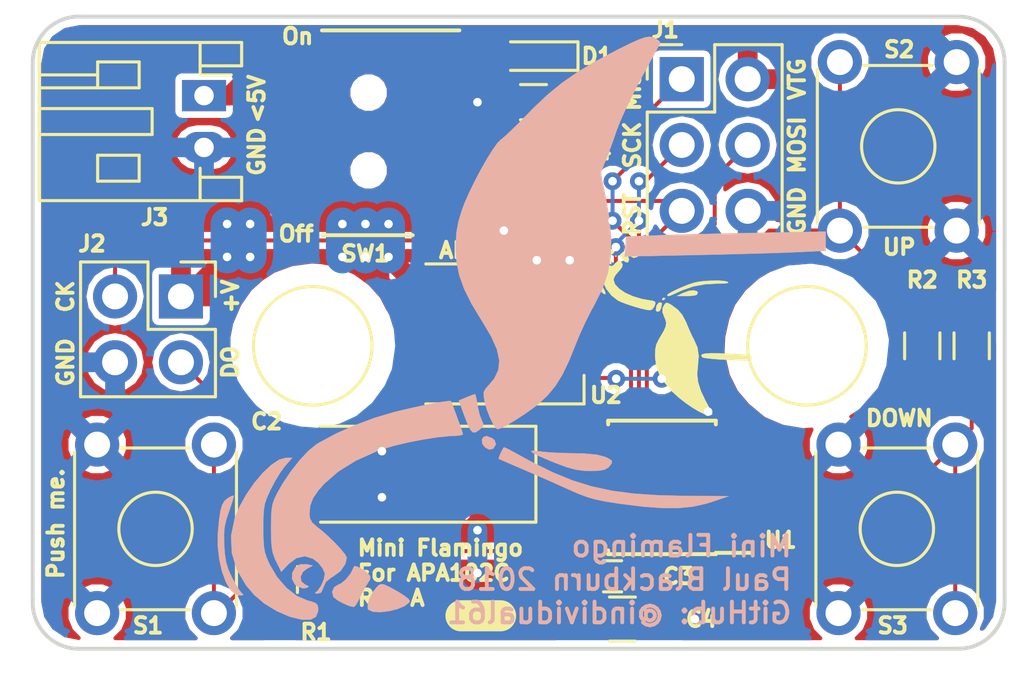
<source format=kicad_pcb>
(kicad_pcb (version 4) (host pcbnew 4.0.7)

  (general
    (links 50)
    (no_connects 1)
    (area 149.1762 73.5962 188.8428 100.0188)
    (thickness 1.6)
    (drawings 29)
    (tracks 157)
    (zones 0)
    (modules 23)
    (nets 13)
  )

  (page A4)
  (layers
    (0 F.Cu signal)
    (31 B.Cu signal)
    (32 B.Adhes user)
    (33 F.Adhes user)
    (34 B.Paste user)
    (35 F.Paste user)
    (36 B.SilkS user)
    (37 F.SilkS user)
    (38 B.Mask user)
    (39 F.Mask user)
    (40 Dwgs.User user)
    (41 Cmts.User user)
    (42 Eco1.User user)
    (43 Eco2.User user)
    (44 Edge.Cuts user)
    (45 Margin user)
    (46 B.CrtYd user)
    (47 F.CrtYd user)
    (48 B.Fab user)
    (49 F.Fab user)
  )

  (setup
    (last_trace_width 0.254)
    (user_trace_width 0.254)
    (user_trace_width 0.762)
    (user_trace_width 1.27)
    (user_trace_width 1.778)
    (user_trace_width 2.54)
    (trace_clearance 0.1778)
    (zone_clearance 0.254)
    (zone_45_only no)
    (trace_min 0.1524)
    (segment_width 0.2)
    (edge_width 0.15)
    (via_size 0.6858)
    (via_drill 0.3302)
    (via_min_size 0.6858)
    (via_min_drill 0.3302)
    (uvia_size 0.6858)
    (uvia_drill 0.3302)
    (uvias_allowed no)
    (uvia_min_size 0.2)
    (uvia_min_drill 0.1)
    (pcb_text_width 0.3)
    (pcb_text_size 1 1)
    (mod_edge_width 0.15)
    (mod_text_size 0.6 0.6)
    (mod_text_width 0.15)
    (pad_size 1 1.5)
    (pad_drill 0)
    (pad_to_mask_clearance 0.0508)
    (aux_axis_origin 0 0)
    (visible_elements FFFEFF7F)
    (pcbplotparams
      (layerselection 0x00030_80000001)
      (usegerberextensions false)
      (excludeedgelayer true)
      (linewidth 0.100000)
      (plotframeref false)
      (viasonmask false)
      (mode 1)
      (useauxorigin false)
      (hpglpennumber 1)
      (hpglpenspeed 20)
      (hpglpendiameter 15)
      (hpglpenoverlay 2)
      (psnegative false)
      (psa4output false)
      (plotreference true)
      (plotvalue true)
      (plotinvisibletext false)
      (padsonsilk false)
      (subtractmaskfromsilk false)
      (outputformat 1)
      (mirror false)
      (drillshape 1)
      (scaleselection 1)
      (outputdirectory ""))
  )

  (net 0 "")
  (net 1 "Net-(C1-Pad1)")
  (net 2 GND)
  (net 3 +BATT)
  (net 4 "Net-(D1-Pad1)")
  (net 5 /PIN6/SW1)
  (net 6 /SCK/WS2812Clock)
  (net 7 /MOSI/WS2812Data)
  (net 8 /PIN2/SW2)
  (net 9 /PIN3/SW3)
  (net 10 /DataOut)
  (net 11 "Net-(J3-Pad1)")
  (net 12 /ClockOut)

  (net_class Default "This is the default net class."
    (clearance 0.1778)
    (trace_width 0.254)
    (via_dia 0.6858)
    (via_drill 0.3302)
    (uvia_dia 0.6858)
    (uvia_drill 0.3302)
  )

  (net_class APA102C_Power ""
    (clearance 0.1778)
    (trace_width 2.54)
    (via_dia 0.6858)
    (via_drill 0.3302)
    (uvia_dia 0.6858)
    (uvia_drill 0.3302)
  )

  (net_class Data ""
    (clearance 0.1524)
    (trace_width 0.1524)
    (via_dia 0.6858)
    (via_drill 0.3302)
    (uvia_dia 0.6858)
    (uvia_drill 0.3302)
    (add_net /ClockOut)
    (add_net /DataOut)
    (add_net /MOSI/WS2812Data)
    (add_net /PIN2/SW2)
    (add_net /PIN3/SW3)
    (add_net /PIN6/SW1)
    (add_net /SCK/WS2812Clock)
    (add_net "Net-(C1-Pad1)")
    (add_net "Net-(D1-Pad1)")
  )

  (net_class Power ""
    (clearance 0.1524)
    (trace_width 0.762)
    (via_dia 0.6858)
    (via_drill 0.3302)
    (uvia_dia 0.6858)
    (uvia_drill 0.3302)
    (add_net +BATT)
    (add_net GND)
    (add_net "Net-(J3-Pad1)")
  )

  (module Connectors_JST:JST_PH_S2B-PH-K_02x2.00mm_Angled (layer F.Cu) (tedit 5A50E66F) (tstamp 5A4E9624)
    (at 157.099 77.343 270)
    (descr "JST PH series connector, S2B-PH-K, side entry type, through hole, Datasheet: http://www.jst-mfg.com/product/pdf/eng/ePH.pdf")
    (tags "connector jst ph")
    (path /5A4A618A)
    (fp_text reference J3 (at 4.699 1.905 360) (layer F.SilkS)
      (effects (font (size 0.6 0.6) (thickness 0.15)))
    )
    (fp_text value "Batt Conn" (at 1 7.25 270) (layer F.Fab)
      (effects (font (size 0.6 0.6) (thickness 0.15)))
    )
    (fp_line (start 0.5 6.35) (end 0.5 2) (layer F.SilkS) (width 0.12))
    (fp_line (start 0.5 2) (end 1.5 2) (layer F.SilkS) (width 0.12))
    (fp_line (start 1.5 2) (end 1.5 6.35) (layer F.SilkS) (width 0.12))
    (fp_line (start -0.8 0.15) (end -1.15 0.15) (layer F.SilkS) (width 0.12))
    (fp_line (start -1.15 0.15) (end -1.15 -1.45) (layer F.SilkS) (width 0.12))
    (fp_line (start -1.15 -1.45) (end -2.05 -1.45) (layer F.SilkS) (width 0.12))
    (fp_line (start -2.05 -1.45) (end -2.05 6.35) (layer F.SilkS) (width 0.12))
    (fp_line (start -2.05 6.35) (end 4.05 6.35) (layer F.SilkS) (width 0.12))
    (fp_line (start 4.05 6.35) (end 4.05 -1.45) (layer F.SilkS) (width 0.12))
    (fp_line (start 4.05 -1.45) (end 3.15 -1.45) (layer F.SilkS) (width 0.12))
    (fp_line (start 3.15 -1.45) (end 3.15 0.15) (layer F.SilkS) (width 0.12))
    (fp_line (start 3.15 0.15) (end 2.8 0.15) (layer F.SilkS) (width 0.12))
    (fp_line (start -2.05 0.15) (end -1.15 0.15) (layer F.SilkS) (width 0.12))
    (fp_line (start 4.05 0.15) (end 3.15 0.15) (layer F.SilkS) (width 0.12))
    (fp_line (start -1.3 2.5) (end -1.3 4.1) (layer F.SilkS) (width 0.12))
    (fp_line (start -1.3 4.1) (end -0.3 4.1) (layer F.SilkS) (width 0.12))
    (fp_line (start -0.3 4.1) (end -0.3 2.5) (layer F.SilkS) (width 0.12))
    (fp_line (start -0.3 2.5) (end -1.3 2.5) (layer F.SilkS) (width 0.12))
    (fp_line (start 3.3 2.5) (end 3.3 4.1) (layer F.SilkS) (width 0.12))
    (fp_line (start 3.3 4.1) (end 2.3 4.1) (layer F.SilkS) (width 0.12))
    (fp_line (start 2.3 4.1) (end 2.3 2.5) (layer F.SilkS) (width 0.12))
    (fp_line (start 2.3 2.5) (end 3.3 2.5) (layer F.SilkS) (width 0.12))
    (fp_line (start -0.3 4.1) (end -0.3 6.35) (layer F.SilkS) (width 0.12))
    (fp_line (start -0.8 4.1) (end -0.8 6.35) (layer F.SilkS) (width 0.12))
    (fp_line (start -2.45 -1.85) (end -2.45 6.75) (layer F.CrtYd) (width 0.05))
    (fp_line (start -2.45 6.75) (end 4.45 6.75) (layer F.CrtYd) (width 0.05))
    (fp_line (start 4.45 6.75) (end 4.45 -1.85) (layer F.CrtYd) (width 0.05))
    (fp_line (start 4.45 -1.85) (end -2.45 -1.85) (layer F.CrtYd) (width 0.05))
    (fp_line (start -1.25 0.25) (end -1.25 -1.35) (layer F.Fab) (width 0.1))
    (fp_line (start -1.25 -1.35) (end -1.95 -1.35) (layer F.Fab) (width 0.1))
    (fp_line (start -1.95 -1.35) (end -1.95 6.25) (layer F.Fab) (width 0.1))
    (fp_line (start -1.95 6.25) (end 3.95 6.25) (layer F.Fab) (width 0.1))
    (fp_line (start 3.95 6.25) (end 3.95 -1.35) (layer F.Fab) (width 0.1))
    (fp_line (start 3.95 -1.35) (end 3.25 -1.35) (layer F.Fab) (width 0.1))
    (fp_line (start 3.25 -1.35) (end 3.25 0.25) (layer F.Fab) (width 0.1))
    (fp_line (start 3.25 0.25) (end -1.25 0.25) (layer F.Fab) (width 0.1))
    (fp_line (start -0.8 0.15) (end -0.8 -1.05) (layer F.SilkS) (width 0.12))
    (fp_line (start 0 0.85) (end -0.5 1.35) (layer F.Fab) (width 0.1))
    (fp_line (start -0.5 1.35) (end 0.5 1.35) (layer F.Fab) (width 0.1))
    (fp_line (start 0.5 1.35) (end 0 0.85) (layer F.Fab) (width 0.1))
    (fp_text user %R (at 1 2.5 270) (layer F.Fab)
      (effects (font (size 0.6 0.6) (thickness 0.15)))
    )
    (pad 1 thru_hole rect (at 0 0 270) (size 1.2 1.7) (drill 0.75) (layers *.Cu *.Mask)
      (net 11 "Net-(J3-Pad1)"))
    (pad 2 thru_hole oval (at 2 0 270) (size 1.2 1.7) (drill 0.75) (layers *.Cu *.Mask)
      (net 2 GND))
    (model ${KISYS3DMOD}/Connectors_JST.3dshapes/JST_PH_S2B-PH-K_02x2.00mm_Angled.wrl
      (at (xyz 0 0 0))
      (scale (xyz 1 1 1))
      (rotate (xyz 0 0 0))
    )
  )

  (module Connectors:1pin (layer F.Cu) (tedit 5A4EB6FA) (tstamp 5A4EB78C)
    (at 161.29 86.995)
    (descr "module 1 pin (ou trou mecanique de percage)")
    (tags DEV)
    (fp_text reference Hole1 (at 0 -3.048) (layer F.SilkS) hide
      (effects (font (size 0.6 0.6) (thickness 0.15)))
    )
    (fp_text value 1pin (at 0 3) (layer F.Fab)
      (effects (font (size 0.6 0.6) (thickness 0.15)))
    )
    (fp_circle (center 0 0) (end 2 0.8) (layer F.Fab) (width 0.1))
    (fp_circle (center 0 0) (end 2.6 0) (layer F.CrtYd) (width 0.05))
    (fp_circle (center 0 0) (end 0 -2.286) (layer F.SilkS) (width 0.12))
    (pad "" np_thru_hole circle (at 0 0) (size 2.2 2.2) (drill 2.2) (layers *.Cu *.Mask))
  )

  (module Capacitors_SMD:C_0603_HandSoldering (layer F.Cu) (tedit 5A50E461) (tstamp 5A4E1375)
    (at 169.672 81.407 180)
    (descr "Capacitor SMD 0603, hand soldering")
    (tags "capacitor 0603")
    (path /5A49BA0E)
    (attr smd)
    (fp_text reference C1 (at -2.286 0 180) (layer F.SilkS)
      (effects (font (size 0.6 0.6) (thickness 0.15)))
    )
    (fp_text value 0.1uF (at 0 1.5 180) (layer F.Fab)
      (effects (font (size 0.6 0.6) (thickness 0.15)))
    )
    (fp_text user %R (at 0.066 0 180) (layer F.Fab)
      (effects (font (size 0.6 0.6) (thickness 0.15)))
    )
    (fp_line (start -0.8 0.4) (end -0.8 -0.4) (layer F.Fab) (width 0.1))
    (fp_line (start 0.8 0.4) (end -0.8 0.4) (layer F.Fab) (width 0.1))
    (fp_line (start 0.8 -0.4) (end 0.8 0.4) (layer F.Fab) (width 0.1))
    (fp_line (start -0.8 -0.4) (end 0.8 -0.4) (layer F.Fab) (width 0.1))
    (fp_line (start -0.35 -0.6) (end 0.35 -0.6) (layer F.SilkS) (width 0.12))
    (fp_line (start 0.35 0.6) (end -0.35 0.6) (layer F.SilkS) (width 0.12))
    (fp_line (start -1.8 -0.65) (end 1.8 -0.65) (layer F.CrtYd) (width 0.05))
    (fp_line (start -1.8 -0.65) (end -1.8 0.65) (layer F.CrtYd) (width 0.05))
    (fp_line (start 1.8 0.65) (end 1.8 -0.65) (layer F.CrtYd) (width 0.05))
    (fp_line (start 1.8 0.65) (end -1.8 0.65) (layer F.CrtYd) (width 0.05))
    (pad 1 smd rect (at -0.95 0 180) (size 1.2 0.75) (layers F.Cu F.Paste F.Mask)
      (net 1 "Net-(C1-Pad1)"))
    (pad 2 smd rect (at 0.95 0 180) (size 1.2 0.75) (layers F.Cu F.Paste F.Mask)
      (net 2 GND))
    (model Capacitors_SMD.3dshapes/C_0603.wrl
      (at (xyz 0 0 0))
      (scale (xyz 1 1 1))
      (rotate (xyz 0 0 0))
    )
  )

  (module Capacitors_Tantalum_SMD:CP_Tantalum_Case-C_EIA-6032-28_Hand (layer F.Cu) (tedit 58CC8C08) (tstamp 5A4E137B)
    (at 164.592 91.948 180)
    (descr "Tantalum capacitor, Case C, EIA 6032-28, 6.0x3.2x2.5mm, Hand soldering footprint")
    (tags "capacitor tantalum smd")
    (path /5A4A67A2)
    (attr smd)
    (fp_text reference C2 (at 5.08 2.032 360) (layer F.SilkS)
      (effects (font (size 0.6 0.6) (thickness 0.15)))
    )
    (fp_text value 100uF (at 0 3.35 180) (layer F.Fab)
      (effects (font (size 0.6 0.6) (thickness 0.15)))
    )
    (fp_text user %R (at 0 0 180) (layer F.Fab)
      (effects (font (size 0.6 0.6) (thickness 0.15)))
    )
    (fp_line (start -5.4 -2) (end -5.4 2) (layer F.CrtYd) (width 0.05))
    (fp_line (start -5.4 2) (end 5.4 2) (layer F.CrtYd) (width 0.05))
    (fp_line (start 5.4 2) (end 5.4 -2) (layer F.CrtYd) (width 0.05))
    (fp_line (start 5.4 -2) (end -5.4 -2) (layer F.CrtYd) (width 0.05))
    (fp_line (start -3 -1.6) (end -3 1.6) (layer F.Fab) (width 0.1))
    (fp_line (start -3 1.6) (end 3 1.6) (layer F.Fab) (width 0.1))
    (fp_line (start 3 1.6) (end 3 -1.6) (layer F.Fab) (width 0.1))
    (fp_line (start 3 -1.6) (end -3 -1.6) (layer F.Fab) (width 0.1))
    (fp_line (start -2.4 -1.6) (end -2.4 1.6) (layer F.Fab) (width 0.1))
    (fp_line (start -2.1 -1.6) (end -2.1 1.6) (layer F.Fab) (width 0.1))
    (fp_line (start -5.3 -1.85) (end 3 -1.85) (layer F.SilkS) (width 0.12))
    (fp_line (start -5.3 1.85) (end 3 1.85) (layer F.SilkS) (width 0.12))
    (fp_line (start -5.3 -1.85) (end -5.3 1.85) (layer F.SilkS) (width 0.12))
    (pad 1 smd rect (at -3.125 0 180) (size 3.75 2.5) (layers F.Cu F.Paste F.Mask)
      (net 3 +BATT))
    (pad 2 smd rect (at 3.125 0 180) (size 3.75 2.5) (layers F.Cu F.Paste F.Mask)
      (net 2 GND))
    (model Capacitors_Tantalum_SMD.3dshapes/CP_Tantalum_Case-C_EIA-6032-28.wrl
      (at (xyz 0 0 0))
      (scale (xyz 1 1 1))
      (rotate (xyz 0 0 0))
    )
  )

  (module Capacitors_SMD:C_0603_HandSoldering (layer F.Cu) (tedit 58AA848B) (tstamp 5A4E1381)
    (at 172.847 95.885)
    (descr "Capacitor SMD 0603, hand soldering")
    (tags "capacitor 0603")
    (path /5A4A69CF)
    (attr smd)
    (fp_text reference C3 (at 2.54 0) (layer F.SilkS)
      (effects (font (size 0.6 0.6) (thickness 0.15)))
    )
    (fp_text value 0.1uF (at 0 1.5) (layer F.Fab)
      (effects (font (size 0.6 0.6) (thickness 0.15)))
    )
    (fp_text user %R (at 0 -1.25) (layer F.Fab)
      (effects (font (size 0.6 0.6) (thickness 0.15)))
    )
    (fp_line (start -0.8 0.4) (end -0.8 -0.4) (layer F.Fab) (width 0.1))
    (fp_line (start 0.8 0.4) (end -0.8 0.4) (layer F.Fab) (width 0.1))
    (fp_line (start 0.8 -0.4) (end 0.8 0.4) (layer F.Fab) (width 0.1))
    (fp_line (start -0.8 -0.4) (end 0.8 -0.4) (layer F.Fab) (width 0.1))
    (fp_line (start -0.35 -0.6) (end 0.35 -0.6) (layer F.SilkS) (width 0.12))
    (fp_line (start 0.35 0.6) (end -0.35 0.6) (layer F.SilkS) (width 0.12))
    (fp_line (start -1.8 -0.65) (end 1.8 -0.65) (layer F.CrtYd) (width 0.05))
    (fp_line (start -1.8 -0.65) (end -1.8 0.65) (layer F.CrtYd) (width 0.05))
    (fp_line (start 1.8 0.65) (end 1.8 -0.65) (layer F.CrtYd) (width 0.05))
    (fp_line (start 1.8 0.65) (end -1.8 0.65) (layer F.CrtYd) (width 0.05))
    (pad 1 smd rect (at -0.95 0) (size 1.2 0.75) (layers F.Cu F.Paste F.Mask)
      (net 3 +BATT))
    (pad 2 smd rect (at 0.95 0) (size 1.2 0.75) (layers F.Cu F.Paste F.Mask)
      (net 2 GND))
    (model Capacitors_SMD.3dshapes/C_0603.wrl
      (at (xyz 0 0 0))
      (scale (xyz 1 1 1))
      (rotate (xyz 0 0 0))
    )
  )

  (module Capacitors_SMD:C_0805_HandSoldering (layer F.Cu) (tedit 58AA84A8) (tstamp 5A4E1387)
    (at 173.228 97.536)
    (descr "Capacitor SMD 0805, hand soldering")
    (tags "capacitor 0805")
    (path /5A49BCDB)
    (attr smd)
    (fp_text reference C4 (at 3.048 0) (layer F.SilkS)
      (effects (font (size 0.6 0.6) (thickness 0.15)))
    )
    (fp_text value 10uF (at 0 1.75) (layer F.Fab)
      (effects (font (size 0.6 0.6) (thickness 0.15)))
    )
    (fp_text user %R (at 0 -1.75) (layer F.Fab)
      (effects (font (size 0.6 0.6) (thickness 0.15)))
    )
    (fp_line (start -1 0.62) (end -1 -0.62) (layer F.Fab) (width 0.1))
    (fp_line (start 1 0.62) (end -1 0.62) (layer F.Fab) (width 0.1))
    (fp_line (start 1 -0.62) (end 1 0.62) (layer F.Fab) (width 0.1))
    (fp_line (start -1 -0.62) (end 1 -0.62) (layer F.Fab) (width 0.1))
    (fp_line (start 0.5 -0.85) (end -0.5 -0.85) (layer F.SilkS) (width 0.12))
    (fp_line (start -0.5 0.85) (end 0.5 0.85) (layer F.SilkS) (width 0.12))
    (fp_line (start -2.25 -0.88) (end 2.25 -0.88) (layer F.CrtYd) (width 0.05))
    (fp_line (start -2.25 -0.88) (end -2.25 0.87) (layer F.CrtYd) (width 0.05))
    (fp_line (start 2.25 0.87) (end 2.25 -0.88) (layer F.CrtYd) (width 0.05))
    (fp_line (start 2.25 0.87) (end -2.25 0.87) (layer F.CrtYd) (width 0.05))
    (pad 1 smd rect (at -1.25 0) (size 1.5 1.25) (layers F.Cu F.Paste F.Mask)
      (net 3 +BATT))
    (pad 2 smd rect (at 1.25 0) (size 1.5 1.25) (layers F.Cu F.Paste F.Mask)
      (net 2 GND))
    (model Capacitors_SMD.3dshapes/C_0805.wrl
      (at (xyz 0 0 0))
      (scale (xyz 1 1 1))
      (rotate (xyz 0 0 0))
    )
  )

  (module LEDs:LED_0603_HandSoldering (layer F.Cu) (tedit 5A50E46D) (tstamp 5A4E1393)
    (at 169.715 75.819 180)
    (descr "LED SMD 0603, hand soldering")
    (tags "LED 0603")
    (path /5A4A524A)
    (attr smd)
    (fp_text reference D1 (at -2.54 0 180) (layer F.SilkS)
      (effects (font (size 0.6 0.6) (thickness 0.15)))
    )
    (fp_text value "Power LED" (at 0 1.55 180) (layer F.Fab)
      (effects (font (size 0.6 0.6) (thickness 0.15)))
    )
    (fp_line (start -1.8 -0.55) (end -1.8 0.55) (layer F.SilkS) (width 0.12))
    (fp_line (start -0.2 -0.2) (end -0.2 0.2) (layer F.Fab) (width 0.1))
    (fp_line (start -0.15 0) (end 0.15 -0.2) (layer F.Fab) (width 0.1))
    (fp_line (start 0.15 0.2) (end -0.15 0) (layer F.Fab) (width 0.1))
    (fp_line (start 0.15 -0.2) (end 0.15 0.2) (layer F.Fab) (width 0.1))
    (fp_line (start 0.8 0.4) (end -0.8 0.4) (layer F.Fab) (width 0.1))
    (fp_line (start 0.8 -0.4) (end 0.8 0.4) (layer F.Fab) (width 0.1))
    (fp_line (start -0.8 -0.4) (end 0.8 -0.4) (layer F.Fab) (width 0.1))
    (fp_line (start -1.8 0.55) (end 0.8 0.55) (layer F.SilkS) (width 0.12))
    (fp_line (start -1.8 -0.55) (end 0.8 -0.55) (layer F.SilkS) (width 0.12))
    (fp_line (start -1.96 -0.7) (end 1.95 -0.7) (layer F.CrtYd) (width 0.05))
    (fp_line (start -1.96 -0.7) (end -1.96 0.7) (layer F.CrtYd) (width 0.05))
    (fp_line (start 1.95 0.7) (end 1.95 -0.7) (layer F.CrtYd) (width 0.05))
    (fp_line (start 1.95 0.7) (end -1.96 0.7) (layer F.CrtYd) (width 0.05))
    (fp_line (start -0.8 -0.4) (end -0.8 0.4) (layer F.Fab) (width 0.1))
    (pad 1 smd rect (at -1.1 0 180) (size 1.2 0.9) (layers F.Cu F.Paste F.Mask)
      (net 4 "Net-(D1-Pad1)"))
    (pad 2 smd rect (at 1.1 0 180) (size 1.2 0.9) (layers F.Cu F.Paste F.Mask)
      (net 3 +BATT))
    (model ${KISYS3DMOD}/LEDs.3dshapes/LED_0603.wrl
      (at (xyz 0 0 0))
      (scale (xyz 1 1 1))
      (rotate (xyz 0 0 180))
    )
  )

  (module Pin_Headers:Pin_Header_Straight_2x03_Pitch2.54mm (layer F.Cu) (tedit 5A4EC4FB) (tstamp 5A4E139D)
    (at 175.514 76.708)
    (descr "Through hole straight pin header, 2x03, 2.54mm pitch, double rows")
    (tags "Through hole pin header THT 2x03 2.54mm double row")
    (path /5A4A569D)
    (fp_text reference J1 (at -0.635 -1.905) (layer F.SilkS)
      (effects (font (size 0.6 0.6) (thickness 0.15)))
    )
    (fp_text value ISP_Header (at 1.27 7.41) (layer F.Fab)
      (effects (font (size 0.6 0.6) (thickness 0.15)))
    )
    (fp_line (start 0 -1.27) (end 3.81 -1.27) (layer F.Fab) (width 0.1))
    (fp_line (start 3.81 -1.27) (end 3.81 6.35) (layer F.Fab) (width 0.1))
    (fp_line (start 3.81 6.35) (end -1.27 6.35) (layer F.Fab) (width 0.1))
    (fp_line (start -1.27 6.35) (end -1.27 0) (layer F.Fab) (width 0.1))
    (fp_line (start -1.27 0) (end 0 -1.27) (layer F.Fab) (width 0.1))
    (fp_line (start -1.33 6.41) (end 3.87 6.41) (layer F.SilkS) (width 0.12))
    (fp_line (start -1.33 1.27) (end -1.33 6.41) (layer F.SilkS) (width 0.12))
    (fp_line (start 3.87 -1.33) (end 3.87 6.41) (layer F.SilkS) (width 0.12))
    (fp_line (start -1.33 1.27) (end 1.27 1.27) (layer F.SilkS) (width 0.12))
    (fp_line (start 1.27 1.27) (end 1.27 -1.33) (layer F.SilkS) (width 0.12))
    (fp_line (start 1.27 -1.33) (end 3.87 -1.33) (layer F.SilkS) (width 0.12))
    (fp_line (start -1.33 0) (end -1.33 -1.33) (layer F.SilkS) (width 0.12))
    (fp_line (start -1.33 -1.33) (end 0 -1.33) (layer F.SilkS) (width 0.12))
    (fp_line (start -1.8 -1.8) (end -1.8 6.85) (layer F.CrtYd) (width 0.05))
    (fp_line (start -1.8 6.85) (end 4.35 6.85) (layer F.CrtYd) (width 0.05))
    (fp_line (start 4.35 6.85) (end 4.35 -1.8) (layer F.CrtYd) (width 0.05))
    (fp_line (start 4.35 -1.8) (end -1.8 -1.8) (layer F.CrtYd) (width 0.05))
    (fp_text user %R (at 1.27 2.54 90) (layer F.Fab)
      (effects (font (size 0.6 0.6) (thickness 0.15)))
    )
    (pad 1 thru_hole rect (at 0 0) (size 1.7 1.7) (drill 1) (layers *.Cu *.Mask)
      (net 5 /PIN6/SW1))
    (pad 2 thru_hole oval (at 2.54 0) (size 1.7 1.7) (drill 1) (layers *.Cu *.Mask)
      (net 3 +BATT))
    (pad 3 thru_hole oval (at 0 2.54) (size 1.7 1.7) (drill 1) (layers *.Cu *.Mask)
      (net 6 /SCK/WS2812Clock))
    (pad 4 thru_hole oval (at 2.54 2.54) (size 1.7 1.7) (drill 1) (layers *.Cu *.Mask)
      (net 7 /MOSI/WS2812Data))
    (pad 5 thru_hole oval (at 0 5.08) (size 1.7 1.7) (drill 1) (layers *.Cu *.Mask)
      (net 1 "Net-(C1-Pad1)"))
    (pad 6 thru_hole oval (at 2.54 5.08) (size 1.7 1.7) (drill 1) (layers *.Cu *.Mask)
      (net 2 GND))
    (model ${KISYS3DMOD}/Pin_Headers.3dshapes/Pin_Header_Straight_2x03_Pitch2.54mm.wrl
      (at (xyz 0 0 0))
      (scale (xyz 1 1 1))
      (rotate (xyz 0 0 0))
    )
  )

  (module Resistors_SMD:R_0603_HandSoldering (layer F.Cu) (tedit 58E0A804) (tstamp 5A4E13A9)
    (at 160.02 96.012 90)
    (descr "Resistor SMD 0603, hand soldering")
    (tags "resistor 0603")
    (path /5A499998)
    (attr smd)
    (fp_text reference R1 (at -2.032 1.397 180) (layer F.SilkS)
      (effects (font (size 0.6 0.6) (thickness 0.15)))
    )
    (fp_text value 10k (at 0 1.55 90) (layer F.Fab)
      (effects (font (size 0.6 0.6) (thickness 0.15)))
    )
    (fp_text user %R (at 0 0 90) (layer F.Fab)
      (effects (font (size 0.6 0.6) (thickness 0.15)))
    )
    (fp_line (start -0.8 0.4) (end -0.8 -0.4) (layer F.Fab) (width 0.1))
    (fp_line (start 0.8 0.4) (end -0.8 0.4) (layer F.Fab) (width 0.1))
    (fp_line (start 0.8 -0.4) (end 0.8 0.4) (layer F.Fab) (width 0.1))
    (fp_line (start -0.8 -0.4) (end 0.8 -0.4) (layer F.Fab) (width 0.1))
    (fp_line (start 0.5 0.68) (end -0.5 0.68) (layer F.SilkS) (width 0.12))
    (fp_line (start -0.5 -0.68) (end 0.5 -0.68) (layer F.SilkS) (width 0.12))
    (fp_line (start -1.96 -0.7) (end 1.95 -0.7) (layer F.CrtYd) (width 0.05))
    (fp_line (start -1.96 -0.7) (end -1.96 0.7) (layer F.CrtYd) (width 0.05))
    (fp_line (start 1.95 0.7) (end 1.95 -0.7) (layer F.CrtYd) (width 0.05))
    (fp_line (start 1.95 0.7) (end -1.96 0.7) (layer F.CrtYd) (width 0.05))
    (pad 1 smd rect (at -1.1 0 90) (size 1.2 0.9) (layers F.Cu F.Paste F.Mask)
      (net 3 +BATT))
    (pad 2 smd rect (at 1.1 0 90) (size 1.2 0.9) (layers F.Cu F.Paste F.Mask)
      (net 5 /PIN6/SW1))
    (model ${KISYS3DMOD}/Resistors_SMD.3dshapes/R_0603.wrl
      (at (xyz 0 0 0))
      (scale (xyz 1 1 1))
      (rotate (xyz 0 0 0))
    )
  )

  (module Resistors_SMD:R_0603_HandSoldering (layer F.Cu) (tedit 58E0A804) (tstamp 5A4E13AF)
    (at 184.785 86.995 90)
    (descr "Resistor SMD 0603, hand soldering")
    (tags "resistor 0603")
    (path /5A4AE429)
    (attr smd)
    (fp_text reference R2 (at 2.54 0 180) (layer F.SilkS)
      (effects (font (size 0.6 0.6) (thickness 0.15)))
    )
    (fp_text value 10k (at 0 1.55 90) (layer F.Fab)
      (effects (font (size 0.6 0.6) (thickness 0.15)))
    )
    (fp_text user %R (at 0 0 90) (layer F.Fab)
      (effects (font (size 0.6 0.6) (thickness 0.15)))
    )
    (fp_line (start -0.8 0.4) (end -0.8 -0.4) (layer F.Fab) (width 0.1))
    (fp_line (start 0.8 0.4) (end -0.8 0.4) (layer F.Fab) (width 0.1))
    (fp_line (start 0.8 -0.4) (end 0.8 0.4) (layer F.Fab) (width 0.1))
    (fp_line (start -0.8 -0.4) (end 0.8 -0.4) (layer F.Fab) (width 0.1))
    (fp_line (start 0.5 0.68) (end -0.5 0.68) (layer F.SilkS) (width 0.12))
    (fp_line (start -0.5 -0.68) (end 0.5 -0.68) (layer F.SilkS) (width 0.12))
    (fp_line (start -1.96 -0.7) (end 1.95 -0.7) (layer F.CrtYd) (width 0.05))
    (fp_line (start -1.96 -0.7) (end -1.96 0.7) (layer F.CrtYd) (width 0.05))
    (fp_line (start 1.95 0.7) (end 1.95 -0.7) (layer F.CrtYd) (width 0.05))
    (fp_line (start 1.95 0.7) (end -1.96 0.7) (layer F.CrtYd) (width 0.05))
    (pad 1 smd rect (at -1.1 0 90) (size 1.2 0.9) (layers F.Cu F.Paste F.Mask)
      (net 3 +BATT))
    (pad 2 smd rect (at 1.1 0 90) (size 1.2 0.9) (layers F.Cu F.Paste F.Mask)
      (net 8 /PIN2/SW2))
    (model ${KISYS3DMOD}/Resistors_SMD.3dshapes/R_0603.wrl
      (at (xyz 0 0 0))
      (scale (xyz 1 1 1))
      (rotate (xyz 0 0 0))
    )
  )

  (module Resistors_SMD:R_0603_HandSoldering (layer F.Cu) (tedit 58E0A804) (tstamp 5A4E13B5)
    (at 186.69 86.995 270)
    (descr "Resistor SMD 0603, hand soldering")
    (tags "resistor 0603")
    (path /5A4AE4CF)
    (attr smd)
    (fp_text reference R3 (at -2.54 0 360) (layer F.SilkS)
      (effects (font (size 0.6 0.6) (thickness 0.15)))
    )
    (fp_text value 10k (at 0 1.55 270) (layer F.Fab)
      (effects (font (size 0.6 0.6) (thickness 0.15)))
    )
    (fp_text user %R (at 0 0 270) (layer F.Fab)
      (effects (font (size 0.6 0.6) (thickness 0.15)))
    )
    (fp_line (start -0.8 0.4) (end -0.8 -0.4) (layer F.Fab) (width 0.1))
    (fp_line (start 0.8 0.4) (end -0.8 0.4) (layer F.Fab) (width 0.1))
    (fp_line (start 0.8 -0.4) (end 0.8 0.4) (layer F.Fab) (width 0.1))
    (fp_line (start -0.8 -0.4) (end 0.8 -0.4) (layer F.Fab) (width 0.1))
    (fp_line (start 0.5 0.68) (end -0.5 0.68) (layer F.SilkS) (width 0.12))
    (fp_line (start -0.5 -0.68) (end 0.5 -0.68) (layer F.SilkS) (width 0.12))
    (fp_line (start -1.96 -0.7) (end 1.95 -0.7) (layer F.CrtYd) (width 0.05))
    (fp_line (start -1.96 -0.7) (end -1.96 0.7) (layer F.CrtYd) (width 0.05))
    (fp_line (start 1.95 0.7) (end 1.95 -0.7) (layer F.CrtYd) (width 0.05))
    (fp_line (start 1.95 0.7) (end -1.96 0.7) (layer F.CrtYd) (width 0.05))
    (pad 1 smd rect (at -1.1 0 270) (size 1.2 0.9) (layers F.Cu F.Paste F.Mask)
      (net 3 +BATT))
    (pad 2 smd rect (at 1.1 0 270) (size 1.2 0.9) (layers F.Cu F.Paste F.Mask)
      (net 9 /PIN3/SW3))
    (model ${KISYS3DMOD}/Resistors_SMD.3dshapes/R_0603.wrl
      (at (xyz 0 0 0))
      (scale (xyz 1 1 1))
      (rotate (xyz 0 0 0))
    )
  )

  (module Resistors_SMD:R_0603_HandSoldering (layer F.Cu) (tedit 5A50E47F) (tstamp 5A4E13BB)
    (at 169.799 79.502)
    (descr "Resistor SMD 0603, hand soldering")
    (tags "resistor 0603")
    (path /5A49A0CB)
    (attr smd)
    (fp_text reference R4 (at 2.413 0) (layer F.SilkS)
      (effects (font (size 0.6 0.6) (thickness 0.15)))
    )
    (fp_text value 4.7k (at 0 1.55) (layer F.Fab)
      (effects (font (size 0.6 0.6) (thickness 0.15)))
    )
    (fp_text user %R (at 0 0) (layer F.Fab)
      (effects (font (size 0.6 0.6) (thickness 0.15)))
    )
    (fp_line (start -0.8 0.4) (end -0.8 -0.4) (layer F.Fab) (width 0.1))
    (fp_line (start 0.8 0.4) (end -0.8 0.4) (layer F.Fab) (width 0.1))
    (fp_line (start 0.8 -0.4) (end 0.8 0.4) (layer F.Fab) (width 0.1))
    (fp_line (start -0.8 -0.4) (end 0.8 -0.4) (layer F.Fab) (width 0.1))
    (fp_line (start 0.5 0.68) (end -0.5 0.68) (layer F.SilkS) (width 0.12))
    (fp_line (start -0.5 -0.68) (end 0.5 -0.68) (layer F.SilkS) (width 0.12))
    (fp_line (start -1.96 -0.7) (end 1.95 -0.7) (layer F.CrtYd) (width 0.05))
    (fp_line (start -1.96 -0.7) (end -1.96 0.7) (layer F.CrtYd) (width 0.05))
    (fp_line (start 1.95 0.7) (end 1.95 -0.7) (layer F.CrtYd) (width 0.05))
    (fp_line (start 1.95 0.7) (end -1.96 0.7) (layer F.CrtYd) (width 0.05))
    (pad 1 smd rect (at -1.1 0) (size 1.2 0.9) (layers F.Cu F.Paste F.Mask)
      (net 3 +BATT))
    (pad 2 smd rect (at 1.1 0) (size 1.2 0.9) (layers F.Cu F.Paste F.Mask)
      (net 1 "Net-(C1-Pad1)"))
    (model ${KISYS3DMOD}/Resistors_SMD.3dshapes/R_0603.wrl
      (at (xyz 0 0 0))
      (scale (xyz 1 1 1))
      (rotate (xyz 0 0 0))
    )
  )

  (module Resistors_SMD:R_0603_HandSoldering (layer F.Cu) (tedit 5A50E475) (tstamp 5A4E13C1)
    (at 169.799 77.597 180)
    (descr "Resistor SMD 0603, hand soldering")
    (tags "resistor 0603")
    (path /5A49C261)
    (attr smd)
    (fp_text reference R5 (at -2.413 0 180) (layer F.SilkS)
      (effects (font (size 0.6 0.6) (thickness 0.15)))
    )
    (fp_text value 1.5k (at 0 1.55 180) (layer F.Fab)
      (effects (font (size 0.6 0.6) (thickness 0.15)))
    )
    (fp_text user %R (at 0 0 180) (layer F.Fab)
      (effects (font (size 0.6 0.6) (thickness 0.15)))
    )
    (fp_line (start -0.8 0.4) (end -0.8 -0.4) (layer F.Fab) (width 0.1))
    (fp_line (start 0.8 0.4) (end -0.8 0.4) (layer F.Fab) (width 0.1))
    (fp_line (start 0.8 -0.4) (end 0.8 0.4) (layer F.Fab) (width 0.1))
    (fp_line (start -0.8 -0.4) (end 0.8 -0.4) (layer F.Fab) (width 0.1))
    (fp_line (start 0.5 0.68) (end -0.5 0.68) (layer F.SilkS) (width 0.12))
    (fp_line (start -0.5 -0.68) (end 0.5 -0.68) (layer F.SilkS) (width 0.12))
    (fp_line (start -1.96 -0.7) (end 1.95 -0.7) (layer F.CrtYd) (width 0.05))
    (fp_line (start -1.96 -0.7) (end -1.96 0.7) (layer F.CrtYd) (width 0.05))
    (fp_line (start 1.95 0.7) (end 1.95 -0.7) (layer F.CrtYd) (width 0.05))
    (fp_line (start 1.95 0.7) (end -1.96 0.7) (layer F.CrtYd) (width 0.05))
    (pad 1 smd rect (at -1.1 0 180) (size 1.2 0.9) (layers F.Cu F.Paste F.Mask)
      (net 4 "Net-(D1-Pad1)"))
    (pad 2 smd rect (at 1.1 0 180) (size 1.2 0.9) (layers F.Cu F.Paste F.Mask)
      (net 2 GND))
    (model ${KISYS3DMOD}/Resistors_SMD.3dshapes/R_0603.wrl
      (at (xyz 0 0 0))
      (scale (xyz 1 1 1))
      (rotate (xyz 0 0 0))
    )
  )

  (module Buttons_Switches_THT:SW_TH_Tactile_Omron_B3F-10xx (layer F.Cu) (tedit 5928351D) (tstamp 5A4E13C9)
    (at 157.48 90.805 270)
    (descr SW_TH_Tactile_Omron_B3F-10xx_https://www.omron.com/ecb/products/pdf/en-b3f.pdf)
    (tags "Omron B3F-10xx")
    (path /5A4AD1C4)
    (fp_text reference S1 (at 6.985 2.54 360) (layer F.SilkS)
      (effects (font (size 0.6 0.6) (thickness 0.15)))
    )
    (fp_text value Cycle (at 3.2 6.5 270) (layer F.Fab)
      (effects (font (size 0.6 0.6) (thickness 0.15)))
    )
    (fp_line (start 0.25 -0.75) (end 0.25 5.25) (layer F.Fab) (width 0.1))
    (fp_line (start 6.25 -0.75) (end 6.25 5.25) (layer F.Fab) (width 0.1))
    (fp_line (start 0.25 -0.75) (end 6.25 -0.75) (layer F.Fab) (width 0.1))
    (fp_text user %R (at 3.25 2.25 270) (layer F.Fab)
      (effects (font (size 0.6 0.6) (thickness 0.15)))
    )
    (fp_line (start 7.65 -1.15) (end -1.1 -1.15) (layer F.CrtYd) (width 0.05))
    (fp_line (start 7.6 5.6) (end 7.6 -1.1) (layer F.CrtYd) (width 0.05))
    (fp_line (start -1.1 5.6) (end 7.6 5.6) (layer F.CrtYd) (width 0.05))
    (fp_line (start -1.1 -1.15) (end -1.1 5.6) (layer F.CrtYd) (width 0.05))
    (fp_circle (center 3.25 2.25) (end 4.25 3.25) (layer F.SilkS) (width 0.12))
    (fp_line (start 0.28 5.37) (end 6.22 5.37) (layer F.SilkS) (width 0.12))
    (fp_line (start 0.28 -0.87) (end 6.22 -0.87) (layer F.SilkS) (width 0.12))
    (fp_line (start 0.13 3.59) (end 0.13 0.91) (layer F.SilkS) (width 0.12))
    (fp_line (start 6.37 0.91) (end 6.37 3.59) (layer F.SilkS) (width 0.12))
    (fp_line (start 0.25 5.25) (end 6.25 5.25) (layer F.Fab) (width 0.1))
    (pad 4 thru_hole circle (at 6.5 4.5 270) (size 1.7 1.7) (drill 1) (layers *.Cu *.Mask)
      (net 2 GND))
    (pad 3 thru_hole circle (at 0 4.5 270) (size 1.7 1.7) (drill 1) (layers *.Cu *.Mask)
      (net 2 GND))
    (pad 2 thru_hole circle (at 6.5 0 270) (size 1.7 1.7) (drill 1) (layers *.Cu *.Mask)
      (net 5 /PIN6/SW1))
    (pad 1 thru_hole circle (at 0 0 270) (size 1.7 1.7) (drill 1) (layers *.Cu *.Mask)
      (net 5 /PIN6/SW1))
    (model ${KISYS3DMOD}/Buttons_Switches_THT.3dshapes/SW_TH_Tactile_Omron_B3F-10xx.wrl
      (at (xyz 0 0 0))
      (scale (xyz 1 1 1))
      (rotate (xyz 0 0 0))
    )
  )

  (module Buttons_Switches_THT:SW_TH_Tactile_Omron_B3F-10xx (layer F.Cu) (tedit 5928351D) (tstamp 5A4E13D1)
    (at 181.61 82.55 90)
    (descr SW_TH_Tactile_Omron_B3F-10xx_https://www.omron.com/ecb/products/pdf/en-b3f.pdf)
    (tags "Omron B3F-10xx")
    (path /5A4AE430)
    (fp_text reference S2 (at 6.985 2.286 180) (layer F.SilkS)
      (effects (font (size 0.6 0.6) (thickness 0.15)))
    )
    (fp_text value Up (at 3.2 6.5 90) (layer F.Fab)
      (effects (font (size 0.6 0.6) (thickness 0.15)))
    )
    (fp_line (start 0.25 -0.75) (end 0.25 5.25) (layer F.Fab) (width 0.1))
    (fp_line (start 6.25 -0.75) (end 6.25 5.25) (layer F.Fab) (width 0.1))
    (fp_line (start 0.25 -0.75) (end 6.25 -0.75) (layer F.Fab) (width 0.1))
    (fp_text user %R (at 3.25 2.25 90) (layer F.Fab)
      (effects (font (size 0.6 0.6) (thickness 0.15)))
    )
    (fp_line (start 7.65 -1.15) (end -1.1 -1.15) (layer F.CrtYd) (width 0.05))
    (fp_line (start 7.6 5.6) (end 7.6 -1.1) (layer F.CrtYd) (width 0.05))
    (fp_line (start -1.1 5.6) (end 7.6 5.6) (layer F.CrtYd) (width 0.05))
    (fp_line (start -1.1 -1.15) (end -1.1 5.6) (layer F.CrtYd) (width 0.05))
    (fp_circle (center 3.25 2.25) (end 4.25 3.25) (layer F.SilkS) (width 0.12))
    (fp_line (start 0.28 5.37) (end 6.22 5.37) (layer F.SilkS) (width 0.12))
    (fp_line (start 0.28 -0.87) (end 6.22 -0.87) (layer F.SilkS) (width 0.12))
    (fp_line (start 0.13 3.59) (end 0.13 0.91) (layer F.SilkS) (width 0.12))
    (fp_line (start 6.37 0.91) (end 6.37 3.59) (layer F.SilkS) (width 0.12))
    (fp_line (start 0.25 5.25) (end 6.25 5.25) (layer F.Fab) (width 0.1))
    (pad 4 thru_hole circle (at 6.5 4.5 90) (size 1.7 1.7) (drill 1) (layers *.Cu *.Mask)
      (net 2 GND))
    (pad 3 thru_hole circle (at 0 4.5 90) (size 1.7 1.7) (drill 1) (layers *.Cu *.Mask)
      (net 2 GND))
    (pad 2 thru_hole circle (at 6.5 0 90) (size 1.7 1.7) (drill 1) (layers *.Cu *.Mask)
      (net 8 /PIN2/SW2))
    (pad 1 thru_hole circle (at 0 0 90) (size 1.7 1.7) (drill 1) (layers *.Cu *.Mask)
      (net 8 /PIN2/SW2))
    (model ${KISYS3DMOD}/Buttons_Switches_THT.3dshapes/SW_TH_Tactile_Omron_B3F-10xx.wrl
      (at (xyz 0 0 0))
      (scale (xyz 1 1 1))
      (rotate (xyz 0 0 0))
    )
  )

  (module Buttons_Switches_THT:SW_TH_Tactile_Omron_B3F-10xx (layer F.Cu) (tedit 5928351D) (tstamp 5A4E13D9)
    (at 186.055 90.805 270)
    (descr SW_TH_Tactile_Omron_B3F-10xx_https://www.omron.com/ecb/products/pdf/en-b3f.pdf)
    (tags "Omron B3F-10xx")
    (path /5A4AE4D6)
    (fp_text reference S3 (at 6.985 2.413 360) (layer F.SilkS)
      (effects (font (size 0.6 0.6) (thickness 0.15)))
    )
    (fp_text value Down (at 3.2 6.5 270) (layer F.Fab)
      (effects (font (size 0.6 0.6) (thickness 0.15)))
    )
    (fp_line (start 0.25 -0.75) (end 0.25 5.25) (layer F.Fab) (width 0.1))
    (fp_line (start 6.25 -0.75) (end 6.25 5.25) (layer F.Fab) (width 0.1))
    (fp_line (start 0.25 -0.75) (end 6.25 -0.75) (layer F.Fab) (width 0.1))
    (fp_text user %R (at 3.25 2.25 270) (layer F.Fab)
      (effects (font (size 0.6 0.6) (thickness 0.15)))
    )
    (fp_line (start 7.65 -1.15) (end -1.1 -1.15) (layer F.CrtYd) (width 0.05))
    (fp_line (start 7.6 5.6) (end 7.6 -1.1) (layer F.CrtYd) (width 0.05))
    (fp_line (start -1.1 5.6) (end 7.6 5.6) (layer F.CrtYd) (width 0.05))
    (fp_line (start -1.1 -1.15) (end -1.1 5.6) (layer F.CrtYd) (width 0.05))
    (fp_circle (center 3.25 2.25) (end 4.25 3.25) (layer F.SilkS) (width 0.12))
    (fp_line (start 0.28 5.37) (end 6.22 5.37) (layer F.SilkS) (width 0.12))
    (fp_line (start 0.28 -0.87) (end 6.22 -0.87) (layer F.SilkS) (width 0.12))
    (fp_line (start 0.13 3.59) (end 0.13 0.91) (layer F.SilkS) (width 0.12))
    (fp_line (start 6.37 0.91) (end 6.37 3.59) (layer F.SilkS) (width 0.12))
    (fp_line (start 0.25 5.25) (end 6.25 5.25) (layer F.Fab) (width 0.1))
    (pad 4 thru_hole circle (at 6.5 4.5 270) (size 1.7 1.7) (drill 1) (layers *.Cu *.Mask)
      (net 2 GND))
    (pad 3 thru_hole circle (at 0 4.5 270) (size 1.7 1.7) (drill 1) (layers *.Cu *.Mask)
      (net 2 GND))
    (pad 2 thru_hole circle (at 6.5 0 270) (size 1.7 1.7) (drill 1) (layers *.Cu *.Mask)
      (net 9 /PIN3/SW3))
    (pad 1 thru_hole circle (at 0 0 270) (size 1.7 1.7) (drill 1) (layers *.Cu *.Mask)
      (net 9 /PIN3/SW3))
    (model ${KISYS3DMOD}/Buttons_Switches_THT.3dshapes/SW_TH_Tactile_Omron_B3F-10xx.wrl
      (at (xyz 0 0 0))
      (scale (xyz 1 1 1))
      (rotate (xyz 0 0 0))
    )
  )

  (module MyFP_Switches:E-Switch_EG1390 (layer F.Cu) (tedit 5A5B4B4B) (tstamp 5A4E13E5)
    (at 166.243 76.327 270)
    (path /5A4B2CB7)
    (fp_text reference SW1 (at 7.112 2.921 360) (layer F.SilkS)
      (effects (font (size 0.6 0.6) (thickness 0.15)))
    )
    (fp_text value "Power Switch" (at 7.8 3 360) (layer F.Fab)
      (effects (font (size 0.6 0.6) (thickness 0.15)))
    )
    (fp_line (start 6.4 4.6) (end 6.4 1.1) (layer F.SilkS) (width 0.15))
    (fp_line (start -1.5 4.6) (end -1.5 -0.7) (layer F.SilkS) (width 0.15))
    (fp_line (start -0.7 1.1) (end -1.1 1.5) (layer F.Fab) (width 0.15))
    (fp_line (start 6.1 1.1) (end -0.7 1.1) (layer F.Fab) (width 0.15))
    (fp_line (start -1.1 4.6) (end -1.1 1.5) (layer F.Fab) (width 0.15))
    (fp_line (start 7 -1.4) (end -2 -1.4) (layer F.CrtYd) (width 0.15))
    (fp_line (start 7 6.9) (end 7 -1.4) (layer F.CrtYd) (width 0.15))
    (fp_line (start -2 6.9) (end 7 6.9) (layer F.CrtYd) (width 0.15))
    (fp_line (start -2 -1.4) (end -2 6.9) (layer F.CrtYd) (width 0.15))
    (fp_text user %R (at -0.3 2.8 360) (layer F.Fab)
      (effects (font (size 0.6 0.6) (thickness 0.15)))
    )
    (fp_line (start 6.1 4.6) (end -1.1 4.6) (layer F.Fab) (width 0.15))
    (fp_line (start 6.1 1.1) (end 6.1 4.6) (layer F.Fab) (width 0.15))
    (pad 1 smd rect (at 0 0 270) (size 1 1.5) (layers F.Cu F.Paste F.Mask)
      (net 11 "Net-(J3-Pad1)"))
    (pad 2 smd rect (at 2.5 0 270) (size 1 1.5) (layers F.Cu F.Paste F.Mask)
      (net 3 +BATT))
    (pad 3 smd rect (at 5 0 270) (size 1 1.5) (layers F.Cu F.Paste F.Mask))
    (pad 4 smd rect (at 0 5.6 270) (size 1 1.5) (layers F.Cu F.Paste F.Mask)
      (net 11 "Net-(J3-Pad1)"))
    (pad 5 smd rect (at 2.5 5.6 270) (size 1 1.5) (layers F.Cu F.Paste F.Mask)
      (net 3 +BATT))
    (pad 6 smd rect (at 5 5.6 270) (size 1 1.5) (layers F.Cu F.Paste F.Mask))
    (pad "" np_thru_hole circle (at 0.9 2.8 180) (size 0.9 0.9) (drill 0.9) (layers *.Cu *.Mask))
    (pad "" np_thru_hole circle (at 3.9 2.8 270) (size 0.9 0.9) (drill 0.9) (layers *.Cu *.Mask))
  )

  (module Housings_SOIC:SOIC-8_3.9x4.9mm_Pitch1.27mm (layer F.Cu) (tedit 58CD0CDA) (tstamp 5A4E13F1)
    (at 174.752 92.456 180)
    (descr "8-Lead Plastic Small Outline (SN) - Narrow, 3.90 mm Body [SOIC] (see Microchip Packaging Specification 00000049BS.pdf)")
    (tags "SOIC 1.27")
    (path /5A452C23)
    (attr smd)
    (fp_text reference U1 (at -4.572 -2.032 180) (layer F.SilkS)
      (effects (font (size 0.6 0.6) (thickness 0.15)))
    )
    (fp_text value ATTINY85-20SU (at 0 3.5 180) (layer F.Fab)
      (effects (font (size 0.6 0.6) (thickness 0.15)))
    )
    (fp_text user %R (at 0 0 180) (layer F.Fab)
      (effects (font (size 0.6 0.6) (thickness 0.15)))
    )
    (fp_line (start -0.95 -2.45) (end 1.95 -2.45) (layer F.Fab) (width 0.1))
    (fp_line (start 1.95 -2.45) (end 1.95 2.45) (layer F.Fab) (width 0.1))
    (fp_line (start 1.95 2.45) (end -1.95 2.45) (layer F.Fab) (width 0.1))
    (fp_line (start -1.95 2.45) (end -1.95 -1.45) (layer F.Fab) (width 0.1))
    (fp_line (start -1.95 -1.45) (end -0.95 -2.45) (layer F.Fab) (width 0.1))
    (fp_line (start -3.73 -2.7) (end -3.73 2.7) (layer F.CrtYd) (width 0.05))
    (fp_line (start 3.73 -2.7) (end 3.73 2.7) (layer F.CrtYd) (width 0.05))
    (fp_line (start -3.73 -2.7) (end 3.73 -2.7) (layer F.CrtYd) (width 0.05))
    (fp_line (start -3.73 2.7) (end 3.73 2.7) (layer F.CrtYd) (width 0.05))
    (fp_line (start -2.075 -2.575) (end -2.075 -2.525) (layer F.SilkS) (width 0.15))
    (fp_line (start 2.075 -2.575) (end 2.075 -2.43) (layer F.SilkS) (width 0.15))
    (fp_line (start 2.075 2.575) (end 2.075 2.43) (layer F.SilkS) (width 0.15))
    (fp_line (start -2.075 2.575) (end -2.075 2.43) (layer F.SilkS) (width 0.15))
    (fp_line (start -2.075 -2.575) (end 2.075 -2.575) (layer F.SilkS) (width 0.15))
    (fp_line (start -2.075 2.575) (end 2.075 2.575) (layer F.SilkS) (width 0.15))
    (fp_line (start -2.075 -2.525) (end -3.475 -2.525) (layer F.SilkS) (width 0.15))
    (pad 1 smd rect (at -2.7 -1.905 180) (size 1.55 0.6) (layers F.Cu F.Paste F.Mask)
      (net 1 "Net-(C1-Pad1)"))
    (pad 2 smd rect (at -2.7 -0.635 180) (size 1.55 0.6) (layers F.Cu F.Paste F.Mask)
      (net 8 /PIN2/SW2))
    (pad 3 smd rect (at -2.7 0.635 180) (size 1.55 0.6) (layers F.Cu F.Paste F.Mask)
      (net 9 /PIN3/SW3))
    (pad 4 smd rect (at -2.7 1.905 180) (size 1.55 0.6) (layers F.Cu F.Paste F.Mask)
      (net 2 GND))
    (pad 5 smd rect (at 2.7 1.905 180) (size 1.55 0.6) (layers F.Cu F.Paste F.Mask)
      (net 7 /MOSI/WS2812Data))
    (pad 6 smd rect (at 2.7 0.635 180) (size 1.55 0.6) (layers F.Cu F.Paste F.Mask)
      (net 5 /PIN6/SW1))
    (pad 7 smd rect (at 2.7 -0.635 180) (size 1.55 0.6) (layers F.Cu F.Paste F.Mask)
      (net 6 /SCK/WS2812Clock))
    (pad 8 smd rect (at 2.7 -1.905 180) (size 1.55 0.6) (layers F.Cu F.Paste F.Mask)
      (net 3 +BATT))
    (model ${KISYS3DMOD}/Housings_SOIC.3dshapes/SOIC-8_3.9x4.9mm_Pitch1.27mm.wrl
      (at (xyz 0 0 0))
      (scale (xyz 1 1 1))
      (rotate (xyz 0 0 0))
    )
  )

  (module LEDs:LED_RGB_5050-6 (layer F.Cu) (tedit 5A50E6C2) (tstamp 5A4E13FB)
    (at 168.148 86.536 180)
    (descr http://cdn.sparkfun.com/datasheets/Components/LED/5060BRG4.pdf)
    (tags "RGB LED 5050-6")
    (path /5A463D1A)
    (attr smd)
    (fp_text reference U2 (at -4.445 -2.364 360) (layer F.SilkS)
      (effects (font (size 0.6 0.6) (thickness 0.15)))
    )
    (fp_text value APA102C (at 0 3.3 180) (layer F.Fab)
      (effects (font (size 0.6 0.6) (thickness 0.15)))
    )
    (fp_line (start -2.5 -1.9) (end -1.9 -2.5) (layer F.Fab) (width 0.1))
    (fp_line (start 2.5 -2.5) (end -2.5 -2.5) (layer F.Fab) (width 0.1))
    (fp_line (start 2.5 2.5) (end 2.5 -2.5) (layer F.Fab) (width 0.1))
    (fp_line (start -2.5 2.5) (end 2.5 2.5) (layer F.Fab) (width 0.1))
    (fp_line (start -2.5 -2.5) (end -2.5 2.5) (layer F.Fab) (width 0.1))
    (fp_line (start -3.6 -2.7) (end 2.5 -2.7) (layer F.SilkS) (width 0.12))
    (fp_line (start -3.6 -1.6) (end -3.6 -2.7) (layer F.SilkS) (width 0.12))
    (fp_line (start 2.5 2.7) (end -2.5 2.7) (layer F.SilkS) (width 0.12))
    (fp_line (start 3.65 -2.75) (end -3.65 -2.75) (layer F.CrtYd) (width 0.05))
    (fp_line (start 3.65 2.75) (end 3.65 -2.75) (layer F.CrtYd) (width 0.05))
    (fp_line (start -3.65 2.75) (end 3.65 2.75) (layer F.CrtYd) (width 0.05))
    (fp_line (start -3.65 -2.75) (end -3.65 2.75) (layer F.CrtYd) (width 0.05))
    (fp_text user %R (at 0 0 180) (layer F.Fab)
      (effects (font (size 0.6 0.6) (thickness 0.15)))
    )
    (fp_circle (center 0 0) (end 0 -1.9) (layer F.Fab) (width 0.1))
    (pad 1 smd rect (at -2.4 -1.7 270) (size 1.1 2) (layers F.Cu F.Paste F.Mask)
      (net 7 /MOSI/WS2812Data))
    (pad 2 smd rect (at -2.4 0 270) (size 1.1 2) (layers F.Cu F.Paste F.Mask)
      (net 6 /SCK/WS2812Clock))
    (pad 3 smd rect (at -2.4 1.7 270) (size 1.1 2) (layers F.Cu F.Paste F.Mask)
      (net 2 GND))
    (pad 4 smd rect (at 2.4 1.7 270) (size 1.1 2) (layers F.Cu F.Paste F.Mask)
      (net 3 +BATT))
    (pad 5 smd rect (at 2.4 0 270) (size 1.1 2) (layers F.Cu F.Paste F.Mask)
      (net 12 /ClockOut))
    (pad 6 smd rect (at 2.4 -1.7 270) (size 1.1 2) (layers F.Cu F.Paste F.Mask)
      (net 10 /DataOut))
    (model ${KISYS3DMOD}/LEDs.3dshapes/LED_RGB_5050-6.wrl
      (at (xyz 0 0 0))
      (scale (xyz 1 1 1))
      (rotate (xyz 0 0 0))
    )
  )

  (module Pin_Headers:Pin_Header_Straight_2x02_Pitch2.54mm (layer F.Cu) (tedit 5A50E674) (tstamp 5A4EB627)
    (at 156.21 85.09 270)
    (descr "Through hole straight pin header, 2x02, 2.54mm pitch, double rows")
    (tags "Through hole pin header THT 2x02 2.54mm double row")
    (path /5A4E908F)
    (fp_text reference J2 (at -2.032 3.429 360) (layer F.SilkS)
      (effects (font (size 0.6 0.6) (thickness 0.15)))
    )
    (fp_text value "APA102C Out" (at 1.27 4.87 270) (layer F.Fab)
      (effects (font (size 0.6 0.6) (thickness 0.15)))
    )
    (fp_line (start 0 -1.27) (end 3.81 -1.27) (layer F.Fab) (width 0.1))
    (fp_line (start 3.81 -1.27) (end 3.81 3.81) (layer F.Fab) (width 0.1))
    (fp_line (start 3.81 3.81) (end -1.27 3.81) (layer F.Fab) (width 0.1))
    (fp_line (start -1.27 3.81) (end -1.27 0) (layer F.Fab) (width 0.1))
    (fp_line (start -1.27 0) (end 0 -1.27) (layer F.Fab) (width 0.1))
    (fp_line (start -1.33 3.87) (end 3.87 3.87) (layer F.SilkS) (width 0.12))
    (fp_line (start -1.33 1.27) (end -1.33 3.87) (layer F.SilkS) (width 0.12))
    (fp_line (start 3.87 -1.33) (end 3.87 3.87) (layer F.SilkS) (width 0.12))
    (fp_line (start -1.33 1.27) (end 1.27 1.27) (layer F.SilkS) (width 0.12))
    (fp_line (start 1.27 1.27) (end 1.27 -1.33) (layer F.SilkS) (width 0.12))
    (fp_line (start 1.27 -1.33) (end 3.87 -1.33) (layer F.SilkS) (width 0.12))
    (fp_line (start -1.33 0) (end -1.33 -1.33) (layer F.SilkS) (width 0.12))
    (fp_line (start -1.33 -1.33) (end 0 -1.33) (layer F.SilkS) (width 0.12))
    (fp_line (start -1.8 -1.8) (end -1.8 4.35) (layer F.CrtYd) (width 0.05))
    (fp_line (start -1.8 4.35) (end 4.35 4.35) (layer F.CrtYd) (width 0.05))
    (fp_line (start 4.35 4.35) (end 4.35 -1.8) (layer F.CrtYd) (width 0.05))
    (fp_line (start 4.35 -1.8) (end -1.8 -1.8) (layer F.CrtYd) (width 0.05))
    (fp_text user %R (at 1.27 1.27 360) (layer F.Fab)
      (effects (font (size 0.6 0.6) (thickness 0.15)))
    )
    (pad 1 thru_hole rect (at 0 0 270) (size 1.7 1.7) (drill 1) (layers *.Cu *.Mask)
      (net 3 +BATT))
    (pad 2 thru_hole oval (at 2.54 0 270) (size 1.7 1.7) (drill 1) (layers *.Cu *.Mask)
      (net 10 /DataOut))
    (pad 3 thru_hole oval (at 0 2.54 270) (size 1.7 1.7) (drill 1) (layers *.Cu *.Mask)
      (net 12 /ClockOut))
    (pad 4 thru_hole oval (at 2.54 2.54 270) (size 1.7 1.7) (drill 1) (layers *.Cu *.Mask)
      (net 2 GND))
    (model ${KISYS3DMOD}/Pin_Headers.3dshapes/Pin_Header_Straight_2x02_Pitch2.54mm.wrl
      (at (xyz 0 0 0))
      (scale (xyz 1 1 1))
      (rotate (xyz 0 0 0))
    )
  )

  (module Connectors:1pin (layer F.Cu) (tedit 5A4EB6AB) (tstamp 5A4EB762)
    (at 180.34 86.995)
    (descr "module 1 pin (ou trou mecanique de percage)")
    (tags DEV)
    (fp_text reference Hole1 (at 0 -3.048) (layer F.SilkS) hide
      (effects (font (size 0.6 0.6) (thickness 0.15)))
    )
    (fp_text value 1pin (at 0 3) (layer F.Fab)
      (effects (font (size 0.6 0.6) (thickness 0.15)))
    )
    (fp_circle (center 0 0) (end 2 0.8) (layer F.Fab) (width 0.1))
    (fp_circle (center 0 0) (end 2.6 0) (layer F.CrtYd) (width 0.05))
    (fp_circle (center 0 0) (end 0 -2.286) (layer F.SilkS) (width 0.12))
    (pad "" np_thru_hole circle (at 0 0) (size 2.2 2.2) (drill 2.2) (layers *.Cu *.Mask))
  )

  (module "flamingo logo:flamingo_logo_8-8_6-7" (layer F.Cu) (tedit 0) (tstamp 5A5BF6C8)
    (at 174.879 86.106 90)
    (fp_text reference G*** (at 0 0 90) (layer F.SilkS) hide
      (effects (font (thickness 0.3)))
    )
    (fp_text value LOGO (at 0.75 0 90) (layer F.SilkS) hide
      (effects (font (thickness 0.3)))
    )
    (fp_poly (pts (xy -1.216605 1.420367) (xy -1.187211 1.540498) (xy -1.17437 1.755221) (xy -1.176753 2.073721)
      (xy -1.188625 2.407055) (xy -1.204756 2.758601) (xy -1.219814 3.007051) (xy -1.23691 3.170189)
      (xy -1.259154 3.265801) (xy -1.289656 3.31167) (xy -1.331526 3.325581) (xy -1.34936 3.32619)
      (xy -1.395319 3.321326) (xy -1.426796 3.294829) (xy -1.445367 3.228846) (xy -1.452608 3.105521)
      (xy -1.450095 2.907) (xy -1.439405 2.615429) (xy -1.43052 2.40684) (xy -1.41287 2.082965)
      (xy -1.390656 1.800906) (xy -1.366188 1.583274) (xy -1.341779 1.452677) (xy -1.330364 1.427126)
      (xy -1.263879 1.385639) (xy -1.216605 1.420367)) (layer F.SilkS) (width 0.01))
    (fp_poly (pts (xy 1.11547 0.12071) (xy 1.192631 0.254342) (xy 1.290431 0.454313) (xy 1.36068 0.612437)
      (xy 1.478191 0.901287) (xy 1.552262 1.132814) (xy 1.594712 1.357288) (xy 1.617356 1.624979)
      (xy 1.622222 1.725068) (xy 1.62714 2.021326) (xy 1.614723 2.249862) (xy 1.586467 2.386251)
      (xy 1.581129 2.396954) (xy 1.547541 2.430361) (xy 1.526858 2.380625) (xy 1.516434 2.2341)
      (xy 1.513744 2.049326) (xy 1.486004 1.527577) (xy 1.401696 1.07513) (xy 1.252352 0.65031)
      (xy 1.210879 0.558447) (xy 1.107469 0.334833) (xy 1.049581 0.197397) (xy 1.03057 0.123191)
      (xy 1.043795 0.089268) (xy 1.071307 0.076311) (xy 1.11547 0.12071)) (layer F.SilkS) (width 0.01))
    (fp_poly (pts (xy -1.01986 -0.38375) (xy -0.837292 -0.34526) (xy -0.658987 -0.261944) (xy -0.559249 -0.202269)
      (xy -0.316384 -0.059627) (xy -0.140215 0.01719) (xy -0.000879 0.035197) (xy 0.13149 0.001407)
      (xy 0.191154 -0.026025) (xy 0.405142 -0.107591) (xy 0.571174 -0.103375) (xy 0.694096 -0.038726)
      (xy 0.762038 0.020527) (xy 0.769584 0.0835) (xy 0.714585 0.191734) (xy 0.679191 0.249567)
      (xy 0.50974 0.479523) (xy 0.30827 0.652062) (xy 0.037625 0.796125) (xy -0.090714 0.849277)
      (xy -0.319563 0.945314) (xy -0.533705 1.045214) (xy -0.651203 1.107325) (xy -0.951932 1.239713)
      (xy -1.275114 1.288112) (xy -1.656947 1.25776) (xy -1.672814 1.255171) (xy -1.984264 1.229656)
      (xy -2.289984 1.265071) (xy -2.618419 1.368393) (xy -2.998017 1.5466) (xy -3.112727 1.608326)
      (xy -3.303453 1.710238) (xy -3.45142 1.783882) (xy -3.526239 1.814176) (xy -3.52776 1.814286)
      (xy -3.559169 1.762864) (xy -3.568095 1.67695) (xy -3.529649 1.520621) (xy -3.425193 1.300804)
      (xy -3.271053 1.042613) (xy -3.083553 0.771162) (xy -2.879018 0.511568) (xy -2.673773 0.288944)
      (xy -2.652575 0.268478) (xy -2.30749 -0.029363) (xy -1.9904 -0.230666) (xy -1.676025 -0.347479)
      (xy -1.339088 -0.391852) (xy -1.26466 -0.393095) (xy -1.01986 -0.38375)) (layer F.SilkS) (width 0.01))
    (fp_poly (pts (xy 1.153736 0.695476) (xy 1.2298 0.907363) (xy 1.251137 1.09194) (xy 1.216761 1.218411)
      (xy 1.171618 1.252773) (xy 1.095713 1.225032) (xy 1.065785 1.176895) (xy 1.044838 1.061584)
      (xy 1.033564 0.87754) (xy 1.032991 0.766125) (xy 1.037886 0.453571) (xy 1.153736 0.695476)) (layer F.SilkS) (width 0.01))
    (fp_poly (pts (xy 0.965158 -0.077052) (xy 0.967619 -0.060476) (xy 0.946986 -0.001572) (xy 0.94095 0)
      (xy 0.889318 -0.042378) (xy 0.876905 -0.060476) (xy 0.8817 -0.116204) (xy 0.903574 -0.120952)
      (xy 0.965158 -0.077052)) (layer F.SilkS) (width 0.01))
    (fp_poly (pts (xy 0.672277 -0.332276) (xy 0.771948 -0.25483) (xy 0.786191 -0.205196) (xy 0.760439 -0.133956)
      (xy 0.740834 -0.129188) (xy 0.650338 -0.146219) (xy 0.559405 -0.163632) (xy 0.460875 -0.215016)
      (xy 0.423545 -0.292247) (xy 0.458236 -0.352478) (xy 0.509102 -0.362857) (xy 0.672277 -0.332276)) (layer F.SilkS) (width 0.01))
    (fp_poly (pts (xy 2.02535 -2.453389) (xy 2.203869 -2.40162) (xy 2.272809 -2.325005) (xy 2.243167 -2.208209)
      (xy 2.224549 -2.175664) (xy 2.182231 -2.074721) (xy 2.220524 -1.993471) (xy 2.290098 -1.930958)
      (xy 2.383588 -1.836016) (xy 2.384606 -1.761024) (xy 2.358288 -1.72323) (xy 2.2588 -1.645127)
      (xy 2.149062 -1.659866) (xy 2.006471 -1.772687) (xy 1.965477 -1.814286) (xy 1.823977 -1.929966)
      (xy 1.688073 -1.99225) (xy 1.658957 -1.995714) (xy 1.48741 -1.938792) (xy 1.315887 -1.781118)
      (xy 1.156041 -1.542333) (xy 1.019529 -1.242076) (xy 0.918004 -0.89999) (xy 0.878395 -0.680357)
      (xy 0.848947 -0.489491) (xy 0.813032 -0.396877) (xy 0.748663 -0.380817) (xy 0.633854 -0.419611)
      (xy 0.619881 -0.425218) (xy 0.514411 -0.507938) (xy 0.48381 -0.58891) (xy 0.504432 -0.741105)
      (xy 0.558579 -0.967545) (xy 0.634672 -1.23025) (xy 0.721128 -1.491237) (xy 0.80637 -1.712524)
      (xy 0.861518 -1.82778) (xy 1.054282 -2.075524) (xy 1.312124 -2.276011) (xy 1.601921 -2.411434)
      (xy 1.890548 -2.463989) (xy 2.02535 -2.453389)) (layer F.SilkS) (width 0.01))
    (fp_poly (pts (xy 2.740544 -1.36826) (xy 2.773002 -1.244207) (xy 2.770618 -1.199062) (xy 2.729415 -1.041418)
      (xy 2.657754 -0.984852) (xy 2.572681 -1.037513) (xy 2.539898 -1.088762) (xy 2.502098 -1.21649)
      (xy 2.543209 -1.304104) (xy 2.656766 -1.391542) (xy 2.740544 -1.36826)) (layer F.SilkS) (width 0.01))
    (fp_poly (pts (xy 2.635391 -1.730145) (xy 2.712991 -1.652684) (xy 2.699667 -1.545176) (xy 2.604452 -1.453556)
      (xy 2.443597 -1.394741) (xy 2.344817 -1.42889) (xy 2.329697 -1.449223) (xy 2.339482 -1.531161)
      (xy 2.418392 -1.629972) (xy 2.526917 -1.70935) (xy 2.625548 -1.732986) (xy 2.635391 -1.730145)) (layer F.SilkS) (width 0.01))
    (fp_poly (pts (xy 2.600477 -1.905) (xy 2.570239 -1.874762) (xy 2.54 -1.905) (xy 2.570239 -1.935238)
      (xy 2.600477 -1.905)) (layer F.SilkS) (width 0.01))
    (fp_poly (pts (xy 2.194589 -2.85486) (xy 2.262315 -2.834468) (xy 2.485324 -2.709211) (xy 2.680231 -2.51717)
      (xy 2.814295 -2.296273) (xy 2.853988 -2.149054) (xy 2.839297 -2.000062) (xy 2.774122 -1.946697)
      (xy 2.687686 -1.993612) (xy 2.62078 -2.11192) (xy 2.48295 -2.318759) (xy 2.266748 -2.459463)
      (xy 1.998632 -2.528229) (xy 1.705062 -2.519255) (xy 1.412496 -2.426738) (xy 1.345596 -2.391587)
      (xy 1.178827 -2.310622) (xy 1.102434 -2.305747) (xy 1.117753 -2.371191) (xy 1.226116 -2.501183)
      (xy 1.302806 -2.576577) (xy 1.58711 -2.777748) (xy 1.890942 -2.872276) (xy 2.194589 -2.85486)) (layer F.SilkS) (width 0.01))
    (fp_poly (pts (xy 2.45722 -2.224683) (xy 2.509762 -2.177143) (xy 2.507788 -2.121292) (xy 2.48804 -2.116667)
      (xy 2.38315 -2.096577) (xy 2.332594 -2.079695) (xy 2.264554 -2.075343) (xy 2.273642 -2.140171)
      (xy 2.352929 -2.224797) (xy 2.45722 -2.224683)) (layer F.SilkS) (width 0.01))
    (fp_poly (pts (xy 2.135455 -2.999515) (xy 2.34657 -2.961419) (xy 2.495882 -2.905786) (xy 2.523476 -2.884824)
      (xy 2.580743 -2.806662) (xy 2.552396 -2.78738) (xy 2.459374 -2.828618) (xy 2.39237 -2.874542)
      (xy 2.232913 -2.93883) (xy 2.016804 -2.961019) (xy 1.801467 -2.93921) (xy 1.684178 -2.897957)
      (xy 1.572717 -2.862898) (xy 1.515633 -2.884013) (xy 1.540968 -2.943144) (xy 1.574133 -2.969216)
      (xy 1.704953 -3.00735) (xy 1.906822 -3.016138) (xy 2.135455 -2.999515)) (layer F.SilkS) (width 0.01))
  )

  (module "Project Footprints:flamingo_logo_25_38" (layer B.Cu) (tedit 0) (tstamp 5A5BF89A)
    (at 168.529 87.503 270)
    (fp_text reference G*** (at 0 0 270) (layer B.SilkS) hide
      (effects (font (thickness 0.3)) (justify mirror))
    )
    (fp_text value LOGO (at 0.75 0 270) (layer B.SilkS) hide
      (effects (font (thickness 0.3)) (justify mirror))
    )
    (fp_poly (pts (xy -4.010628 -7.533741) (xy -4.026478 -8.264515) (xy -4.044183 -8.997523) (xy -4.062834 -9.700516)
      (xy -4.081522 -10.341243) (xy -4.099334 -10.887454) (xy -4.115364 -11.306901) (xy -4.119956 -11.408834)
      (xy -4.173296 -12.530667) (xy -4.915279 -12.530667) (xy -4.86828 -9.9695) (xy -4.854145 -9.247636)
      (xy -4.838094 -8.509567) (xy -4.821046 -7.792215) (xy -4.803917 -7.132502) (xy -4.787625 -6.56735)
      (xy -4.773088 -6.133683) (xy -4.772761 -6.125013) (xy -4.724241 -4.841692) (xy -4.339441 -4.811087)
      (xy -3.95464 -4.780483) (xy -4.010628 -7.533741)) (layer B.SilkS) (width 0.01))
    (fp_poly (pts (xy 3.889098 -0.014287) (xy 3.981004 -0.22188) (xy 4.109577 -0.519283) (xy 4.231099 -0.804334)
      (xy 4.426466 -1.258355) (xy 4.657528 -1.784978) (xy 4.888602 -2.303246) (xy 5.007663 -2.56613)
      (xy 5.187511 -2.9737) (xy 5.317963 -3.314214) (xy 5.414468 -3.642704) (xy 5.492477 -4.014204)
      (xy 5.56744 -4.483748) (xy 5.590013 -4.640463) (xy 5.697068 -5.505015) (xy 5.750716 -6.236433)
      (xy 5.750433 -6.862445) (xy 5.695696 -7.410782) (xy 5.585979 -7.909173) (xy 5.5245 -8.106947)
      (xy 5.291666 -8.797901) (xy 5.280242 -7.129451) (xy 5.255526 -6.059312) (xy 5.191499 -5.121717)
      (xy 5.079767 -4.28272) (xy 4.911937 -3.508378) (xy 4.679615 -2.764746) (xy 4.374406 -2.01788)
      (xy 3.987916 -1.233835) (xy 3.68607 -0.682766) (xy 3.541854 -0.420037) (xy 3.441718 -0.222858)
      (xy 3.404783 -0.129163) (xy 3.405674 -0.126516) (xy 3.524254 -0.054728) (xy 3.68595 0.021462)
      (xy 3.816372 0.068968) (xy 3.848358 0.07036) (xy 3.889098 -0.014287)) (layer B.SilkS) (width 0.01))
    (fp_poly (pts (xy -3.736316 1.694247) (xy -3.220006 1.589382) (xy -2.692164 1.399755) (xy -2.118216 1.112844)
      (xy -1.463588 0.716127) (xy -1.436324 0.698502) (xy -0.856046 0.354494) (xy -0.365424 0.138851)
      (xy 0.053912 0.04954) (xy 0.420332 0.084524) (xy 0.752205 0.241768) (xy 0.981239 0.430673)
      (xy 1.146774 0.58144) (xy 1.279967 0.648697) (xy 1.447791 0.648137) (xy 1.700125 0.599119)
      (xy 1.977129 0.519919) (xy 2.261404 0.407743) (xy 2.507461 0.284603) (xy 2.66981 0.172511)
      (xy 2.709333 0.110779) (xy 2.662929 -0.028467) (xy 2.539128 -0.266685) (xy 2.361043 -0.566569)
      (xy 2.151788 -0.890814) (xy 1.934478 -1.202115) (xy 1.739571 -1.45436) (xy 1.406882 -1.812666)
      (xy 1.038647 -2.116411) (xy 0.600571 -2.387316) (xy 0.058362 -2.647099) (xy -0.495402 -2.869863)
      (xy -0.948414 -3.055819) (xy -1.432453 -3.277302) (xy -1.869941 -3.498025) (xy -2.036945 -3.59091)
      (xy -2.672024 -3.913859) (xy -3.301154 -4.131429) (xy -3.955979 -4.247292) (xy -4.668145 -4.26512)
      (xy -5.469296 -4.188586) (xy -6.158836 -4.069235) (xy -7.195338 -3.862956) (xy -7.640502 -4.046899)
      (xy -7.934635 -4.161929) (xy -8.318253 -4.303175) (xy -8.71982 -4.444453) (xy -8.817103 -4.477542)
      (xy -9.14716 -4.60527) (xy -9.579409 -4.796328) (xy -10.069189 -5.029734) (xy -10.571843 -5.284506)
      (xy -10.847078 -5.431288) (xy -11.271808 -5.66238) (xy -11.643508 -5.864294) (xy -11.93725 -6.023516)
      (xy -12.128107 -6.126532) (xy -12.190638 -6.159721) (xy -12.263868 -6.114605) (xy -12.34083 -6.012703)
      (xy -12.406913 -5.881772) (xy -12.430731 -5.742081) (xy -12.40474 -5.566403) (xy -12.321395 -5.327508)
      (xy -12.173151 -4.998171) (xy -11.952465 -4.551162) (xy -11.915629 -4.478175) (xy -11.482176 -3.659342)
      (xy -11.067512 -2.965345) (xy -10.644447 -2.35805) (xy -10.185792 -1.79932) (xy -9.664357 -1.25102)
      (xy -9.501887 -1.092717) (xy -9.169898 -0.768382) (xy -8.874135 -0.469288) (xy -8.640332 -0.22221)
      (xy -8.494222 -0.053923) (xy -8.466667 -0.015593) (xy -8.32831 0.121684) (xy -8.066077 0.309263)
      (xy -7.71135 0.529846) (xy -7.295508 0.766137) (xy -6.849932 1.000841) (xy -6.406003 1.216659)
      (xy -5.9951 1.396298) (xy -5.715 1.50108) (xy -5.276956 1.630251) (xy -4.878817 1.700457)
      (xy -4.430282 1.725864) (xy -4.275667 1.726873) (xy -3.736316 1.694247)) (layer B.SilkS) (width 0.01))
    (fp_poly (pts (xy 3.630304 -1.259466) (xy 3.753252 -1.502447) (xy 3.927005 -1.90592) (xy 4.016344 -2.126156)
      (xy 4.174361 -2.549895) (xy 4.267516 -2.887974) (xy 4.310282 -3.204331) (xy 4.318 -3.458796)
      (xy 4.30693 -3.799613) (xy 4.26746 -4.015799) (xy 4.190193 -4.150986) (xy 4.163166 -4.177878)
      (xy 4.017073 -4.290553) (xy 3.918628 -4.285546) (xy 3.827726 -4.14592) (xy 3.768802 -4.011327)
      (xy 3.690678 -3.70306) (xy 3.646488 -3.232398) (xy 3.635619 -2.804827) (xy 3.626785 -2.378124)
      (xy 3.607157 -1.965704) (xy 3.58008 -1.627487) (xy 3.562049 -1.487509) (xy 3.535127 -1.252593)
      (xy 3.557737 -1.17638) (xy 3.630304 -1.259466)) (layer B.SilkS) (width 0.01))
    (fp_poly (pts (xy 3.270968 0.705278) (xy 3.413727 0.593098) (xy 3.493328 0.435221) (xy 3.464064 0.287617)
      (xy 3.462241 0.285378) (xy 3.293625 0.176896) (xy 3.129353 0.230184) (xy 3.050978 0.3331)
      (xy 2.970878 0.539298) (xy 3.013889 0.662142) (xy 3.110758 0.715789) (xy 3.270968 0.705278)) (layer B.SilkS) (width 0.01))
    (fp_poly (pts (xy 2.164827 1.403995) (xy 2.523519 1.266972) (xy 2.739867 1.159355) (xy 2.833478 1.061109)
      (xy 2.823963 0.952201) (xy 2.736616 0.819788) (xy 2.606442 0.681756) (xy 2.489112 0.667008)
      (xy 2.365888 0.723243) (xy 2.154239 0.803553) (xy 1.86786 0.872785) (xy 1.756833 0.891104)
      (xy 1.522968 0.930704) (xy 1.377933 0.968675) (xy 1.354666 0.984331) (xy 1.38421 1.079121)
      (xy 1.457265 1.26649) (xy 1.477408 1.3152) (xy 1.600149 1.608962) (xy 2.164827 1.403995)) (layer B.SilkS) (width 0.01))
    (fp_poly (pts (xy 6.948126 8.84195) (xy 7.25548 8.821055) (xy 7.489079 8.777112) (xy 7.696604 8.702846)
      (xy 7.809191 8.650247) (xy 8.21005 8.452828) (xy 7.915025 8.174583) (xy 7.678613 7.864532)
      (xy 7.608095 7.545154) (xy 7.70401 7.229536) (xy 7.867487 7.02082) (xy 8.067419 6.862699)
      (xy 8.256085 6.777891) (xy 8.295025 6.773333) (xy 8.514098 6.816034) (xy 8.752987 6.920376)
      (xy 8.94125 7.050716) (xy 9.002666 7.131385) (xy 9.038087 7.149534) (xy 9.052649 7.059083)
      (xy 9.00852 6.913818) (xy 8.83788 6.835295) (xy 8.808452 6.82899) (xy 8.591345 6.7283)
      (xy 8.417325 6.502038) (xy 8.391909 6.454091) (xy 8.180705 6.169781) (xy 7.908083 5.982126)
      (xy 7.667973 5.926666) (xy 7.546299 5.986166) (xy 7.347569 6.144082) (xy 7.104075 6.36954)
      (xy 6.84811 6.631666) (xy 6.61197 6.899586) (xy 6.494557 7.0485) (xy 6.313638 7.255823)
      (xy 6.141851 7.348533) (xy 5.970902 7.366) (xy 5.655334 7.335155) (xy 5.369682 7.227337)
      (xy 5.067292 7.019616) (xy 4.816681 6.798757) (xy 4.344127 6.258496) (xy 3.920562 5.573734)
      (xy 3.558382 4.765301) (xy 3.482315 4.55618) (xy 3.348688 4.110824) (xy 3.220691 3.574612)
      (xy 3.108469 3.002486) (xy 3.022171 2.44939) (xy 2.971941 1.970268) (xy 2.963333 1.745967)
      (xy 2.947976 1.549044) (xy 2.910027 1.451884) (xy 2.899833 1.449547) (xy 2.794408 1.4816)
      (xy 2.574778 1.556769) (xy 2.285655 1.659699) (xy 2.243666 1.67491) (xy 1.954922 1.780914)
      (xy 1.736418 1.863368) (xy 1.629529 1.906613) (xy 1.625629 1.908788) (xy 1.620842 2.003731)
      (xy 1.650455 2.233471) (xy 1.708755 2.568293) (xy 1.79003 2.978481) (xy 1.888566 3.434318)
      (xy 1.998653 3.906088) (xy 2.048089 4.106333) (xy 2.266061 4.843676) (xy 2.548713 5.604766)
      (xy 2.871541 6.330877) (xy 3.21004 6.963284) (xy 3.302812 7.113265) (xy 3.541784 7.405874)
      (xy 3.895188 7.737187) (xy 4.323457 8.075502) (xy 4.787021 8.389114) (xy 5.164666 8.605056)
      (xy 5.392607 8.715548) (xy 5.594857 8.786198) (xy 5.820666 8.825804) (xy 6.119286 8.843166)
      (xy 6.519333 8.847072) (xy 6.948126 8.84195)) (layer B.SilkS) (width 0.01))
    (fp_poly (pts (xy 9.67109 5.094776) (xy 9.750597 4.913741) (xy 9.76598 4.633916) (xy 9.727602 4.305154)
      (xy 9.645821 3.977309) (xy 9.531001 3.700236) (xy 9.393501 3.523786) (xy 9.338358 3.493786)
      (xy 9.256892 3.547636) (xy 9.123786 3.717626) (xy 8.965172 3.969478) (xy 8.934228 4.023899)
      (xy 8.77728 4.312504) (xy 8.696842 4.494869) (xy 8.68314 4.610454) (xy 8.726402 4.698722)
      (xy 8.757936 4.735738) (xy 8.951565 4.895459) (xy 9.194873 5.026809) (xy 9.434736 5.108902)
      (xy 9.61803 5.120849) (xy 9.67109 5.094776)) (layer B.SilkS) (width 0.01))
    (fp_poly (pts (xy 9.174798 6.442879) (xy 9.195287 6.427235) (xy 9.308988 6.280669) (xy 9.433395 6.051209)
      (xy 9.531669 5.815024) (xy 9.567333 5.658006) (xy 9.496614 5.579183) (xy 9.32004 5.478214)
      (xy 9.249833 5.446994) (xy 8.977655 5.316288) (xy 8.731547 5.171534) (xy 8.707596 5.154981)
      (xy 8.516129 5.034081) (xy 8.384135 5.019652) (xy 8.259152 5.125421) (xy 8.128475 5.306515)
      (xy 8.019194 5.497166) (xy 7.98602 5.622336) (xy 8.001475 5.644939) (xy 8.259909 5.772921)
      (xy 8.496762 5.956279) (xy 8.655248 6.147421) (xy 8.684478 6.21734) (xy 8.798499 6.410608)
      (xy 8.981255 6.493725) (xy 9.174798 6.442879)) (layer B.SilkS) (width 0.01))
    (fp_poly (pts (xy 7.478018 10.359214) (xy 8.116704 10.168544) (xy 8.721875 9.818007) (xy 9.100483 9.497172)
      (xy 9.437659 9.097884) (xy 9.730322 8.615799) (xy 9.946999 8.111617) (xy 10.055102 7.656205)
      (xy 10.052452 7.32259) (xy 9.948784 7.118448) (xy 9.736543 7.032048) (xy 9.650077 7.027333)
      (xy 9.505518 7.044787) (xy 9.416304 7.125306) (xy 9.348441 7.311122) (xy 9.31504 7.443551)
      (xy 9.138927 7.854121) (xy 8.824268 8.256218) (xy 8.400398 8.619229) (xy 7.916333 8.903303)
      (xy 7.665659 9.014139) (xy 7.444795 9.084746) (xy 7.202165 9.123993) (xy 6.886191 9.140749)
      (xy 6.516944 9.143933) (xy 6.104805 9.14033) (xy 5.80842 9.122593) (xy 5.574254 9.080436)
      (xy 5.348773 9.003574) (xy 5.07844 8.881723) (xy 5.028889 8.858055) (xy 4.68849 8.678181)
      (xy 4.364311 8.478874) (xy 4.125272 8.302584) (xy 4.121111 8.298951) (xy 3.81 8.025792)
      (xy 3.81 8.26885) (xy 3.883928 8.533886) (xy 4.088415 8.841614) (xy 4.397513 9.17008)
      (xy 4.785273 9.497327) (xy 5.225747 9.8014) (xy 5.692987 10.060342) (xy 6.14949 10.248379)
      (xy 6.818164 10.386873) (xy 7.478018 10.359214)) (layer B.SilkS) (width 0.01))
    (fp_poly (pts (xy 8.683962 7.936535) (xy 8.762968 7.843596) (xy 8.844278 7.633717) (xy 8.835315 7.491343)
      (xy 8.785084 7.393475) (xy 8.73946 7.444235) (xy 8.709123 7.521747) (xy 8.582219 7.676246)
      (xy 8.397972 7.706173) (xy 8.20891 7.6158) (xy 8.095653 7.471833) (xy 7.973231 7.239)
      (xy 7.91358 7.475245) (xy 7.919831 7.72412) (xy 8.045441 7.914395) (xy 8.244964 8.026362)
      (xy 8.472953 8.040311) (xy 8.683962 7.936535)) (layer B.SilkS) (width 0.01))
    (fp_poly (pts (xy 7.719105 10.844206) (xy 8.194352 10.737348) (xy 8.602592 10.589562) (xy 8.908249 10.410773)
      (xy 9.062314 10.239096) (xy 9.116997 10.086112) (xy 9.123038 9.962433) (xy 9.086972 9.915905)
      (xy 9.026333 9.975565) (xy 8.922396 10.064335) (xy 8.711454 10.197489) (xy 8.439332 10.346115)
      (xy 8.12501 10.49117) (xy 7.836673 10.579332) (xy 7.502405 10.628101) (xy 7.196666 10.648461)
      (xy 6.795169 10.658917) (xy 6.486802 10.636952) (xy 6.196811 10.572275) (xy 5.887436 10.468193)
      (xy 5.599465 10.368153) (xy 5.380192 10.301908) (xy 5.271172 10.281817) (xy 5.266838 10.283606)
      (xy 5.285475 10.367653) (xy 5.372793 10.523716) (xy 5.475983 10.642766) (xy 5.625469 10.730667)
      (xy 5.851213 10.795747) (xy 6.183177 10.846338) (xy 6.651325 10.890768) (xy 6.709882 10.895437)
      (xy 7.212423 10.900211) (xy 7.719105 10.844206)) (layer B.SilkS) (width 0.01))
  )

  (gr_arc (start 186.182 76.073) (end 186.182 74.295) (angle 90) (layer Edge.Cuts) (width 0.15))
  (gr_arc (start 186.182 96.901) (end 187.96 96.901) (angle 90) (layer Edge.Cuts) (width 0.15))
  (gr_arc (start 152.273 96.901) (end 152.273 98.679) (angle 94.08561678) (layer Edge.Cuts) (width 0.15))
  (gr_arc (start 152.273 76.073) (end 150.495 76.073) (angle 94.08561678) (layer Edge.Cuts) (width 0.15))
  (gr_text Off (at 159.893 82.677) (layer F.SilkS) (tstamp 5A514CC2)
    (effects (font (size 0.6 0.6) (thickness 0.15)) (justify left))
  )
  (gr_text On (at 160.02 75.057) (layer F.SilkS) (tstamp 5A514CBF)
    (effects (font (size 0.6 0.6) (thickness 0.15)) (justify left))
  )
  (gr_text "Mini Flamingo\nFor APA102C\nRev A" (at 162.941 95.758) (layer F.SilkS) (tstamp 5A4FE30B)
    (effects (font (size 0.6 0.6) (thickness 0.15)) (justify left))
  )
  (gr_text APA102C (at 168.148 83.312) (layer F.SilkS) (tstamp 5A4FE24E)
    (effects (font (size 0.6 0.6) (thickness 0.15)))
  )
  (gr_line (start 168.529 97.409) (end 167.005 97.409) (layer F.SilkS) (width 1.2))
  (gr_text "Mini Flamingo\nPaul Blackburn 2018\nGitHub: @individual61\n" (at 179.832 96.012) (layer B.SilkS)
    (effects (font (size 0.8 0.8) (thickness 0.15)) (justify left mirror))
  )
  (gr_text DOWN (at 183.896 89.789) (layer F.SilkS) (tstamp 5A4ED849)
    (effects (font (size 0.6 0.6) (thickness 0.15)))
  )
  (gr_text UP (at 183.896 83.185) (layer F.SilkS) (tstamp 5A4ED837)
    (effects (font (size 0.6 0.6) (thickness 0.15)))
  )
  (gr_text "Push me." (at 151.384 93.853 90) (layer F.SilkS) (tstamp 5A4ECDAB)
    (effects (font (size 0.6 0.6) (thickness 0.15)))
  )
  (gr_text <5V (at 159.131 77.47 90) (layer F.SilkS) (tstamp 5A4ECD05)
    (effects (font (size 0.6 0.6) (thickness 0.15)))
  )
  (gr_text GND (at 159.131 79.502 90) (layer F.SilkS) (tstamp 5A4ECD04)
    (effects (font (size 0.6 0.6) (thickness 0.15)))
  )
  (gr_text MOSI (at 179.959 79.248 90) (layer F.SilkS) (tstamp 5A4ECCFB)
    (effects (font (size 0.6 0.6) (thickness 0.15)))
  )
  (gr_text VTG (at 179.959 76.708 90) (layer F.SilkS) (tstamp 5A4ECCEE)
    (effects (font (size 0.6 0.6) (thickness 0.15)))
  )
  (gr_text GND (at 179.959 81.788 90) (layer F.SilkS) (tstamp 5A4ECCED)
    (effects (font (size 0.6 0.6) (thickness 0.15)))
  )
  (gr_text RST (at 173.609 81.915 90) (layer F.SilkS) (tstamp 5A4ECCEC)
    (effects (font (size 0.6 0.6) (thickness 0.15)))
  )
  (gr_text SCK (at 173.609 79.248 90) (layer F.SilkS) (tstamp 5A4ECCEB)
    (effects (font (size 0.6 0.6) (thickness 0.15)))
  )
  (gr_text MISO (at 173.609 76.835 90) (layer F.SilkS) (tstamp 5A4ECCE5)
    (effects (font (size 0.6 0.6) (thickness 0.15)))
  )
  (gr_text GND (at 151.765 87.63 90) (layer F.SilkS) (tstamp 5A4ECC63)
    (effects (font (size 0.6 0.6) (thickness 0.15)))
  )
  (gr_text +V (at 158.115 85.09 90) (layer F.SilkS) (tstamp 5A4ECC60)
    (effects (font (size 0.6 0.6) (thickness 0.15)))
  )
  (gr_text DO (at 158.115 87.63 90) (layer F.SilkS) (tstamp 5A4ECC5D)
    (effects (font (size 0.6 0.6) (thickness 0.15)))
  )
  (gr_text CK (at 151.765 85.09 90) (layer F.SilkS) (tstamp 5A4ECC5A)
    (effects (font (size 0.6 0.6) (thickness 0.15)))
  )
  (gr_line (start 186.182 98.679) (end 152.273 98.679) (angle 90) (layer Edge.Cuts) (width 0.15))
  (gr_line (start 186.182 74.295) (end 152.4 74.295) (angle 90) (layer Edge.Cuts) (width 0.15))
  (gr_line (start 187.96 96.901) (end 187.96 76.073) (angle 90) (layer Edge.Cuts) (width 0.15))
  (gr_line (start 150.495 76.073) (end 150.495 96.774) (angle 90) (layer Edge.Cuts) (width 0.15))

  (segment (start 177.452 94.361) (end 176.5246 94.361) (width 0.1524) (layer F.Cu) (net 1))
  (segment (start 176.5246 94.361) (end 174.16781 92.00421) (width 0.1524) (layer F.Cu) (net 1))
  (segment (start 174.16781 92.00421) (end 174.16781 83.13419) (width 0.1524) (layer F.Cu) (net 1))
  (segment (start 174.16781 83.13419) (end 175.514 81.788) (width 0.1524) (layer F.Cu) (net 1))
  (segment (start 176.149 81.788) (end 175.514 81.788) (width 0.1524) (layer F.Cu) (net 1) (tstamp 5A50F487))
  (segment (start 170.622 81.407) (end 175.133 81.407) (width 0.1524) (layer F.Cu) (net 1))
  (segment (start 175.133 81.407) (end 175.514 81.788) (width 0.1524) (layer F.Cu) (net 1) (tstamp 5A50E958))
  (segment (start 170.899 79.502) (end 170.899 81.13) (width 0.1524) (layer F.Cu) (net 1))
  (segment (start 170.899 81.13) (end 170.622 81.407) (width 0.1524) (layer F.Cu) (net 1) (tstamp 5A50E94E))
  (segment (start 177.452 90.551) (end 177.452 90.457) (width 0.762) (layer F.Cu) (net 2))
  (segment (start 177.452 90.457) (end 176.53 89.535) (width 0.762) (layer F.Cu) (net 2))
  (via (at 176.53 89.535) (size 0.6858) (drill 0.3302) (layers F.Cu B.Cu) (net 2))
  (segment (start 168.699 77.597) (end 167.64 77.597) (width 0.762) (layer F.Cu) (net 2))
  (via (at 167.64 77.597) (size 0.6858) (drill 0.3302) (layers F.Cu B.Cu) (net 2))
  (segment (start 163.957 92.837) (end 162.356 92.837) (width 0.762) (layer F.Cu) (net 2))
  (segment (start 162.356 92.837) (end 161.467 91.948) (width 0.762) (layer F.Cu) (net 2))
  (segment (start 163.957 91.059) (end 162.356 91.059) (width 0.762) (layer F.Cu) (net 2))
  (segment (start 162.356 91.059) (end 161.467 91.948) (width 0.762) (layer F.Cu) (net 2))
  (via (at 163.957 92.837) (size 0.6858) (drill 0.3302) (layers F.Cu B.Cu) (net 2))
  (via (at 163.957 91.059) (size 0.6858) (drill 0.3302) (layers F.Cu B.Cu) (net 2))
  (segment (start 171.196 83.693) (end 171.196 84.188) (width 0.762) (layer F.Cu) (net 2))
  (segment (start 171.196 84.188) (end 170.548 84.836) (width 0.762) (layer F.Cu) (net 2))
  (segment (start 171.196 83.693) (end 171.196 84.315) (width 0.762) (layer F.Cu) (net 2))
  (segment (start 171.069 84.315) (end 170.548 84.836) (width 0.762) (layer F.Cu) (net 2))
  (segment (start 169.926 83.693) (end 169.926 84.214) (width 0.762) (layer F.Cu) (net 2))
  (segment (start 169.926 84.214) (end 170.548 84.836) (width 0.762) (layer F.Cu) (net 2))
  (via (at 171.196 83.693) (size 0.6858) (drill 0.3302) (layers F.Cu B.Cu) (net 2))
  (via (at 169.926 83.693) (size 0.6858) (drill 0.3302) (layers F.Cu B.Cu) (net 2))
  (segment (start 168.722 81.407) (end 168.722 82.484) (width 0.762) (layer F.Cu) (net 2))
  (segment (start 168.722 82.484) (end 168.656 82.55) (width 0.762) (layer F.Cu) (net 2))
  (via (at 168.656 82.55) (size 0.6858) (drill 0.3302) (layers F.Cu B.Cu) (net 2))
  (segment (start 173.797 95.885) (end 173.797 96.855) (width 0.762) (layer F.Cu) (net 2))
  (segment (start 173.797 96.855) (end 174.478 97.536) (width 0.762) (layer F.Cu) (net 2) (tstamp 5A513FAB))
  (segment (start 174.478 97.536) (end 176.022 97.536) (width 0.762) (layer F.Cu) (net 2))
  (via (at 176.022 97.536) (size 0.6858) (drill 0.3302) (layers F.Cu B.Cu) (net 2))
  (segment (start 170.548 84.836) (end 171.069 84.836) (width 0.762) (layer F.Cu) (net 2))
  (segment (start 161.467 91.948) (end 160.528 91.948) (width 0.762) (layer F.Cu) (net 2))
  (segment (start 167.64 95.758) (end 167.64 94.107) (width 0.762) (layer B.Cu) (net 3))
  (via (at 167.64 94.107) (size 0.6858) (drill 0.3302) (layers F.Cu B.Cu) (net 3))
  (segment (start 171.897 95.885) (end 167.767 95.885) (width 0.762) (layer F.Cu) (net 3))
  (segment (start 167.767 95.885) (end 167.64 95.758) (width 0.762) (layer F.Cu) (net 3))
  (via (at 167.64 95.758) (size 0.6858) (drill 0.3302) (layers F.Cu B.Cu) (net 3))
  (segment (start 157.988 83.566) (end 157.988 82.296) (width 1.27) (layer B.Cu) (net 3))
  (segment (start 158.877 83.566) (end 158.877 82.296) (width 1.27) (layer B.Cu) (net 3))
  (via (at 158.877 82.296) (size 0.6858) (drill 0.3302) (layers F.Cu B.Cu) (net 3))
  (segment (start 157.988 83.566) (end 158.877 83.566) (width 0.762) (layer F.Cu) (net 3))
  (via (at 158.877 83.566) (size 0.6858) (drill 0.3302) (layers F.Cu B.Cu) (net 3))
  (via (at 157.988 82.296) (size 0.6858) (drill 0.3302) (layers F.Cu B.Cu) (net 3))
  (segment (start 156.21 85.09) (end 156.464 85.09) (width 0.762) (layer F.Cu) (net 3))
  (segment (start 156.464 85.09) (end 157.988 83.566) (width 0.762) (layer F.Cu) (net 3))
  (via (at 157.988 83.566) (size 0.6858) (drill 0.3302) (layers F.Cu B.Cu) (net 3))
  (segment (start 156.21 85.09) (end 156.4386 85.09) (width 0.762) (layer F.Cu) (net 3))
  (segment (start 162.433 83.566) (end 162.433 82.296) (width 1.27) (layer B.Cu) (net 3))
  (via (at 162.433 82.296) (size 0.6858) (drill 0.3302) (layers F.Cu B.Cu) (net 3))
  (segment (start 163.322 83.566) (end 162.433 83.566) (width 0.762) (layer F.Cu) (net 3))
  (via (at 162.433 83.566) (size 0.6858) (drill 0.3302) (layers F.Cu B.Cu) (net 3))
  (segment (start 164.211 83.566) (end 164.211 82.296) (width 1.27) (layer B.Cu) (net 3))
  (via (at 163.322 82.296) (size 0.6858) (drill 0.3302) (layers F.Cu B.Cu) (net 3))
  (segment (start 163.322 83.566) (end 163.322 82.296) (width 1.27) (layer B.Cu) (net 3))
  (segment (start 164.211 83.566) (end 163.322 83.566) (width 0.762) (layer F.Cu) (net 3))
  (via (at 163.322 83.566) (size 0.6858) (drill 0.3302) (layers F.Cu B.Cu) (net 3))
  (via (at 164.211 82.296) (size 0.6858) (drill 0.3302) (layers F.Cu B.Cu) (net 3))
  (segment (start 165.748 84.836) (end 165.481 84.836) (width 0.762) (layer F.Cu) (net 3))
  (segment (start 165.481 84.836) (end 164.211 83.566) (width 0.762) (layer F.Cu) (net 3))
  (via (at 164.211 83.566) (size 0.6858) (drill 0.3302) (layers F.Cu B.Cu) (net 3))
  (segment (start 166.243 78.827) (end 166.493 78.827) (width 0.762) (layer F.Cu) (net 3))
  (segment (start 186.69 85.895) (end 186.69 86.19) (width 0.762) (layer F.Cu) (net 3))
  (segment (start 178.054 76.708) (end 178.054 76.454) (width 0.762) (layer F.Cu) (net 3))
  (segment (start 165.748 84.836) (end 166.37 84.836) (width 0.762) (layer F.Cu) (net 3))
  (segment (start 165.748 84.836) (end 165.354 84.836) (width 0.762) (layer F.Cu) (net 3))
  (segment (start 170.899 77.724) (end 170.899 75.819) (width 0.1524) (layer F.Cu) (net 4))
  (segment (start 172.847 82.169) (end 173.55819 82.88019) (width 0.1524) (layer F.Cu) (net 5))
  (segment (start 173.55819 82.88019) (end 173.55819 90.78981) (width 0.1524) (layer F.Cu) (net 5))
  (segment (start 173.55819 90.78981) (end 172.527 91.821) (width 0.1524) (layer F.Cu) (net 5))
  (segment (start 172.527 91.821) (end 172.052 91.821) (width 0.1524) (layer F.Cu) (net 5))
  (segment (start 170.434 93.345) (end 168.867 94.912) (width 0.1524) (layer F.Cu) (net 5))
  (segment (start 168.867 94.912) (end 160.02 94.912) (width 0.1524) (layer F.Cu) (net 5))
  (segment (start 170.434 93.345) (end 170.434 92.456) (width 0.1524) (layer F.Cu) (net 5) (tstamp 5A50F7B9))
  (segment (start 170.434 92.456) (end 171.069 91.821) (width 0.1524) (layer F.Cu) (net 5) (tstamp 5A50F7BA))
  (segment (start 171.069 91.821) (end 172.052 91.821) (width 0.1524) (layer F.Cu) (net 5) (tstamp 5A50F7BB))
  (via (at 172.847 82.169) (size 0.6858) (drill 0.3302) (layers F.Cu B.Cu) (net 5))
  (segment (start 172.847 82.169) (end 172.847 80.645) (width 0.1524) (layer B.Cu) (net 5) (tstamp 5A50F537))
  (via (at 172.847 80.645) (size 0.6858) (drill 0.3302) (layers F.Cu B.Cu) (net 5))
  (segment (start 172.847 80.645) (end 173.863 79.629) (width 0.1524) (layer F.Cu) (net 5) (tstamp 5A50F53A))
  (segment (start 173.863 79.629) (end 173.863 78.359) (width 0.1524) (layer F.Cu) (net 5) (tstamp 5A50F53B))
  (segment (start 173.863 78.359) (end 175.514 76.708) (width 0.1524) (layer F.Cu) (net 5) (tstamp 5A50F540))
  (segment (start 157.48 97.305) (end 157.48 90.805) (width 0.1524) (layer F.Cu) (net 5))
  (segment (start 157.48 97.305) (end 157.63 97.305) (width 0.1524) (layer F.Cu) (net 5))
  (segment (start 157.48 97.305) (end 157.627 97.305) (width 0.1524) (layer F.Cu) (net 5))
  (segment (start 157.627 97.305) (end 160.02 94.912) (width 0.1524) (layer F.Cu) (net 5) (tstamp 5A508914))
  (segment (start 172.974 83.185) (end 172.974 83.058) (width 0.1524) (layer B.Cu) (net 6))
  (segment (start 172.974 83.058) (end 173.863 82.169) (width 0.1524) (layer B.Cu) (net 6))
  (segment (start 170.998 86.536) (end 172.974 84.56) (width 0.1524) (layer F.Cu) (net 6))
  (segment (start 172.974 84.56) (end 172.974 83.185) (width 0.1524) (layer F.Cu) (net 6))
  (via (at 172.974 83.185) (size 0.6858) (drill 0.3302) (layers F.Cu B.Cu) (net 6))
  (segment (start 173.863 80.645) (end 173.863 82.169) (width 0.1524) (layer B.Cu) (net 6))
  (segment (start 175.514 79.248) (end 174.117 80.645) (width 0.1524) (layer F.Cu) (net 6))
  (segment (start 174.117 80.645) (end 173.863 80.645) (width 0.1524) (layer F.Cu) (net 6))
  (segment (start 175.26 79.248) (end 175.514 79.248) (width 0.1524) (layer B.Cu) (net 6))
  (segment (start 172.527 93.091) (end 173.863 91.755) (width 0.1524) (layer F.Cu) (net 6))
  (segment (start 173.863 82.169) (end 173.863 91.755) (width 0.1524) (layer F.Cu) (net 6))
  (via (at 173.863 82.169) (size 0.6858) (drill 0.3302) (layers F.Cu B.Cu) (net 6))
  (segment (start 172.052 93.091) (end 172.527 93.091) (width 0.1524) (layer F.Cu) (net 6))
  (segment (start 172.527 93.091) (end 173.228 92.39) (width 0.1524) (layer F.Cu) (net 6))
  (segment (start 172.847 84.687) (end 170.998 86.536) (width 0.1524) (layer F.Cu) (net 6))
  (segment (start 170.998 86.536) (end 170.548 86.536) (width 0.1524) (layer F.Cu) (net 6))
  (via (at 173.863 80.645) (size 0.6858) (drill 0.3302) (layers F.Cu B.Cu) (net 6))
  (segment (start 176.784 82.296) (end 174.73931 84.34069) (width 0.1524) (layer F.Cu) (net 7))
  (segment (start 174.73931 84.34069) (end 174.73931 88.265) (width 0.1524) (layer F.Cu) (net 7))
  (segment (start 176.784 80.518) (end 176.784 82.296) (width 0.1524) (layer F.Cu) (net 7))
  (segment (start 178.054 79.248) (end 176.784 80.518) (width 0.1524) (layer F.Cu) (net 7))
  (segment (start 172.98669 88.265) (end 174.73931 88.265) (width 0.1524) (layer B.Cu) (net 7))
  (via (at 174.73931 88.265) (size 0.6858) (drill 0.3302) (layers F.Cu B.Cu) (net 7))
  (segment (start 170.548 88.236) (end 172.95769 88.236) (width 0.1524) (layer F.Cu) (net 7))
  (segment (start 172.95769 88.236) (end 172.98669 88.265) (width 0.1524) (layer F.Cu) (net 7))
  (via (at 172.98669 88.265) (size 0.6858) (drill 0.3302) (layers F.Cu B.Cu) (net 7))
  (segment (start 172.052 90.551) (end 172.052 89.74) (width 0.1524) (layer F.Cu) (net 7))
  (segment (start 172.052 89.74) (end 170.548 88.236) (width 0.1524) (layer F.Cu) (net 7) (tstamp 5A50ED70))
  (segment (start 177.452 93.091) (end 176.977 93.091) (width 0.1524) (layer F.Cu) (net 8))
  (segment (start 176.977 93.091) (end 175.310811 91.424811) (width 0.1524) (layer F.Cu) (net 8))
  (segment (start 175.310811 91.424811) (end 175.310811 84.200255) (width 0.1524) (layer F.Cu) (net 8))
  (segment (start 175.310811 84.200255) (end 176.580066 82.931) (width 0.1524) (layer F.Cu) (net 8))
  (segment (start 176.580066 82.931) (end 178.50733 82.931) (width 0.1524) (layer F.Cu) (net 8))
  (segment (start 178.50733 82.931) (end 178.88833 82.55) (width 0.1524) (layer F.Cu) (net 8))
  (segment (start 178.88833 82.55) (end 181.61 82.55) (width 0.1524) (layer F.Cu) (net 8))
  (segment (start 181.61 82.55) (end 179.501066 82.55) (width 0.1524) (layer F.Cu) (net 8))
  (segment (start 184.785 85.895) (end 184.785 85.979) (width 0.1524) (layer F.Cu) (net 8))
  (segment (start 184.785 85.895) (end 184.785 85.725) (width 0.1524) (layer F.Cu) (net 8))
  (segment (start 184.785 85.725) (end 181.61 82.55) (width 0.1524) (layer F.Cu) (net 8) (tstamp 5A508C02))
  (segment (start 181.61 82.55) (end 181.61 76.05) (width 0.1524) (layer F.Cu) (net 8) (tstamp 5A508C04))
  (segment (start 177.452 91.821) (end 179.451 91.821) (width 0.1524) (layer F.Cu) (net 9))
  (segment (start 183.769 93.091) (end 186.055 90.805) (width 0.1524) (layer F.Cu) (net 9) (tstamp 5A508BF5))
  (segment (start 180.721 93.091) (end 183.769 93.091) (width 0.1524) (layer F.Cu) (net 9) (tstamp 5A508BF3))
  (segment (start 179.451 91.821) (end 180.721 93.091) (width 0.1524) (layer F.Cu) (net 9) (tstamp 5A508BEF))
  (segment (start 186.055 97.305) (end 186.055 90.805) (width 0.1524) (layer F.Cu) (net 9))
  (segment (start 186.055 90.805) (end 186.69 90.17) (width 0.1524) (layer F.Cu) (net 9) (tstamp 5A508BE2))
  (segment (start 186.69 90.17) (end 186.69 88.095) (width 0.1524) (layer F.Cu) (net 9) (tstamp 5A508BE4))
  (segment (start 163.11 90.424) (end 159.004 90.424) (width 0.1524) (layer F.Cu) (net 10))
  (segment (start 159.004 90.424) (end 156.21 87.63) (width 0.1524) (layer F.Cu) (net 10))
  (segment (start 165.748 88.236) (end 165.298 88.236) (width 0.1524) (layer F.Cu) (net 10))
  (segment (start 165.298 88.236) (end 163.11 90.424) (width 0.1524) (layer F.Cu) (net 10))
  (segment (start 160.643 76.327) (end 161.29 76.327) (width 0.762) (layer F.Cu) (net 11))
  (segment (start 161.29 76.327) (end 162.179 75.438) (width 0.762) (layer F.Cu) (net 11) (tstamp 5A50E8B4))
  (segment (start 165.354 75.438) (end 166.243 76.327) (width 0.762) (layer F.Cu) (net 11) (tstamp 5A50E8BD))
  (segment (start 162.179 75.438) (end 165.354 75.438) (width 0.762) (layer F.Cu) (net 11) (tstamp 5A50E8B9))
  (segment (start 157.099 77.343) (end 158.115 77.343) (width 0.762) (layer F.Cu) (net 11))
  (segment (start 159.131 76.327) (end 160.643 76.327) (width 0.762) (layer F.Cu) (net 11) (tstamp 5A50E8A7))
  (segment (start 158.115 77.343) (end 159.131 76.327) (width 0.762) (layer F.Cu) (net 11) (tstamp 5A50E899))
  (segment (start 165.748 86.536) (end 166.198 86.536) (width 0.1524) (layer F.Cu) (net 12))
  (segment (start 153.67 83.439) (end 153.67 85.09) (width 0.1524) (layer F.Cu) (net 12))
  (segment (start 166.198 86.536) (end 166.247 86.487) (width 0.1524) (layer F.Cu) (net 12))
  (segment (start 166.247 86.487) (end 167.386 86.487) (width 0.1524) (layer F.Cu) (net 12))
  (segment (start 167.386 86.487) (end 168.148 85.725) (width 0.1524) (layer F.Cu) (net 12))
  (segment (start 168.148 85.725) (end 168.148 84.201) (width 0.1524) (layer F.Cu) (net 12))
  (segment (start 166.878 82.931) (end 154.178 82.931) (width 0.1524) (layer F.Cu) (net 12))
  (segment (start 168.148 84.201) (end 166.878 82.931) (width 0.1524) (layer F.Cu) (net 12))
  (segment (start 154.178 82.931) (end 153.67 83.439) (width 0.1524) (layer F.Cu) (net 12))

  (zone (net 3) (net_name +BATT) (layer F.Cu) (tstamp 0) (hatch edge 0.508)
    (connect_pads (clearance 0.254))
    (min_thickness 0.1524)
    (fill yes (arc_segments 16) (thermal_gap 0.508) (thermal_bridge_width 0.762) (smoothing fillet) (radius 0.254))
    (polygon
      (pts
        (xy 150.495 74.295) (xy 150.495 98.679) (xy 187.96 98.679) (xy 187.96 74.295)
      )
    )
    (filled_polygon
      (pts
        (xy 186.704309 74.812032) (xy 187.147102 75.107896) (xy 187.442968 75.550691) (xy 187.5548 76.112907) (xy 187.5548 84.883616)
        (xy 187.470922 84.799739) (xy 187.256204 84.7108) (xy 187.06105 84.7108) (xy 186.915 84.85685) (xy 186.915 85.595)
        (xy 187.0148 85.595) (xy 187.0148 86.195) (xy 186.915 86.195) (xy 186.915 86.93315) (xy 187.06105 87.0792)
        (xy 187.256204 87.0792) (xy 187.470922 86.990261) (xy 187.5548 86.906384) (xy 187.5548 96.861093) (xy 187.442968 97.423309)
        (xy 187.147102 97.866104) (xy 187.081789 97.909745) (xy 187.234994 97.540786) (xy 187.235404 97.071274) (xy 187.056108 96.637344)
        (xy 186.724402 96.305059) (xy 186.4614 96.195851) (xy 186.4614 91.914057) (xy 186.722656 91.806108) (xy 187.054941 91.474402)
        (xy 187.234994 91.040786) (xy 187.235404 90.571274) (xy 187.087691 90.213782) (xy 187.0964 90.17) (xy 187.0964 89.031669)
        (xy 187.14 89.031669) (xy 187.262365 89.008644) (xy 187.374749 88.936327) (xy 187.450144 88.825983) (xy 187.476669 88.695)
        (xy 187.476669 87.495) (xy 187.453644 87.372635) (xy 187.381327 87.260251) (xy 187.270983 87.184856) (xy 187.14 87.158331)
        (xy 186.24 87.158331) (xy 186.117635 87.181356) (xy 186.005251 87.253673) (xy 185.929856 87.364017) (xy 185.903331 87.495)
        (xy 185.903331 88.695) (xy 185.926356 88.817365) (xy 185.998673 88.929749) (xy 186.109017 89.005144) (xy 186.24 89.031669)
        (xy 186.2836 89.031669) (xy 186.2836 89.625) (xy 185.821274 89.624596) (xy 185.387344 89.803892) (xy 185.055059 90.135598)
        (xy 184.875006 90.569214) (xy 184.874596 91.038726) (xy 184.983345 91.301919) (xy 183.600664 92.6846) (xy 180.889336 92.6846)
        (xy 179.738368 91.533632) (xy 179.683769 91.49715) (xy 179.606523 91.445535) (xy 179.451 91.4146) (xy 178.543648 91.4146)
        (xy 178.540644 91.398635) (xy 178.468327 91.286251) (xy 178.357983 91.210856) (xy 178.235544 91.186061) (xy 178.349365 91.164644)
        (xy 178.461749 91.092327) (xy 178.537144 90.981983) (xy 178.563669 90.851) (xy 178.563669 90.251) (xy 178.540644 90.128635)
        (xy 178.468327 90.016251) (xy 178.357983 89.940856) (xy 178.227 89.914331) (xy 177.915119 89.914331) (xy 177.032894 89.032106)
        (xy 176.802165 88.877937) (xy 176.53 88.8238) (xy 176.257835 88.877937) (xy 176.027106 89.032106) (xy 175.872937 89.262835)
        (xy 175.8188 89.535) (xy 175.872937 89.807165) (xy 176.027106 90.037894) (xy 176.340331 90.351119) (xy 176.340331 90.851)
        (xy 176.363356 90.973365) (xy 176.435673 91.085749) (xy 176.546017 91.161144) (xy 176.668456 91.185939) (xy 176.554635 91.207356)
        (xy 176.442251 91.279673) (xy 176.366856 91.390017) (xy 176.340331 91.521) (xy 176.340331 91.879595) (xy 175.717211 91.256475)
        (xy 175.717211 87.24569) (xy 177.088872 87.24569) (xy 177.090826 87.266453) (xy 177.294026 88.130053) (xy 177.300045 88.146678)
        (xy 177.604845 88.756278) (xy 177.61494 88.771551) (xy 178.04674 89.279551) (xy 178.056018 89.288738) (xy 178.665618 89.796738)
        (xy 178.684383 89.808239) (xy 179.395583 90.113039) (xy 179.413073 90.118163) (xy 180.175073 90.245163) (xy 180.193229 90.245992)
        (xy 180.519247 90.221843) (xy 180.375006 90.569214) (xy 180.374596 91.038726) (xy 180.553892 91.472656) (xy 180.885598 91.804941)
        (xy 181.319214 91.984994) (xy 181.788726 91.985404) (xy 182.222656 91.806108) (xy 182.554941 91.474402) (xy 182.734994 91.040786)
        (xy 182.735404 90.571274) (xy 182.556108 90.137344) (xy 182.224402 89.805059) (xy 182.043823 89.730076) (xy 182.4126 89.497883)
        (xy 182.429346 89.483578) (xy 183.140546 88.670778) (xy 183.154375 88.647814) (xy 183.195196 88.54105) (xy 183.7508 88.54105)
        (xy 183.7508 88.811205) (xy 183.839739 89.025923) (xy 184.004078 89.190261) (xy 184.218796 89.2792) (xy 184.41395 89.2792)
        (xy 184.56 89.13315) (xy 184.56 88.395) (xy 185.01 88.395) (xy 185.01 89.13315) (xy 185.15605 89.2792)
        (xy 185.351204 89.2792) (xy 185.565922 89.190261) (xy 185.730261 89.025923) (xy 185.8192 88.811205) (xy 185.8192 88.54105)
        (xy 185.67315 88.395) (xy 185.01 88.395) (xy 184.56 88.395) (xy 183.89685 88.395) (xy 183.7508 88.54105)
        (xy 183.195196 88.54105) (xy 183.484575 87.784214) (xy 183.489202 87.764775) (xy 183.528789 87.378795) (xy 183.7508 87.378795)
        (xy 183.7508 87.64895) (xy 183.89685 87.795) (xy 184.56 87.795) (xy 184.56 87.05685) (xy 185.01 87.05685)
        (xy 185.01 87.795) (xy 185.67315 87.795) (xy 185.8192 87.64895) (xy 185.8192 87.378795) (xy 185.730261 87.164077)
        (xy 185.565922 86.999739) (xy 185.351204 86.9108) (xy 185.15605 86.9108) (xy 185.01 87.05685) (xy 184.56 87.05685)
        (xy 184.41395 86.9108) (xy 184.218796 86.9108) (xy 184.004078 86.999739) (xy 183.839739 87.164077) (xy 183.7508 87.378795)
        (xy 183.528789 87.378795) (xy 183.590802 86.774175) (xy 183.58962 86.750961) (xy 183.43722 86.014361) (xy 183.431651 85.997576)
        (xy 183.076051 85.235576) (xy 183.061635 85.214683) (xy 182.172635 84.300283) (xy 182.149117 84.283843) (xy 181.183917 83.852043)
        (xy 181.164839 83.846357) (xy 180.529839 83.744757) (xy 180.511472 83.744063) (xy 179.597072 83.820263) (xy 179.576935 83.824744)
        (xy 178.891135 84.078744) (xy 178.878965 84.084521) (xy 178.447165 84.338521) (xy 178.434825 84.347561) (xy 177.926825 84.804761)
        (xy 177.916174 84.816581) (xy 177.509774 85.375381) (xy 177.500873 85.391348) (xy 177.272273 85.950148) (xy 177.268415 85.96247)
        (xy 177.116015 86.64827) (xy 177.114272 86.66149) (xy 177.088872 87.24569) (xy 175.717211 87.24569) (xy 175.717211 84.368591)
        (xy 176.748402 83.3374) (xy 178.50733 83.3374) (xy 178.662853 83.306465) (xy 178.794698 83.218368) (xy 179.056666 82.9564)
        (xy 180.500943 82.9564) (xy 180.608892 83.217656) (xy 180.940598 83.549941) (xy 181.374214 83.729994) (xy 181.843726 83.730404)
        (xy 182.106919 83.621655) (xy 183.998331 85.513067) (xy 183.998331 86.495) (xy 184.021356 86.617365) (xy 184.093673 86.729749)
        (xy 184.204017 86.805144) (xy 184.335 86.831669) (xy 185.235 86.831669) (xy 185.357365 86.808644) (xy 185.469749 86.736327)
        (xy 185.545144 86.625983) (xy 185.571669 86.495) (xy 185.571669 86.34105) (xy 185.6558 86.34105) (xy 185.6558 86.611205)
        (xy 185.744739 86.825923) (xy 185.909078 86.990261) (xy 186.123796 87.0792) (xy 186.31895 87.0792) (xy 186.465 86.93315)
        (xy 186.465 86.195) (xy 185.80185 86.195) (xy 185.6558 86.34105) (xy 185.571669 86.34105) (xy 185.571669 85.295)
        (xy 185.549804 85.178795) (xy 185.6558 85.178795) (xy 185.6558 85.44895) (xy 185.80185 85.595) (xy 186.465 85.595)
        (xy 186.465 84.85685) (xy 186.31895 84.7108) (xy 186.123796 84.7108) (xy 185.909078 84.799739) (xy 185.744739 84.964077)
        (xy 185.6558 85.178795) (xy 185.549804 85.178795) (xy 185.548644 85.172635) (xy 185.476327 85.060251) (xy 185.365983 84.984856)
        (xy 185.235 84.958331) (xy 184.593067 84.958331) (xy 182.681589 83.046853) (xy 182.789994 82.785786) (xy 182.789995 82.783726)
        (xy 184.929596 82.783726) (xy 185.108892 83.217656) (xy 185.440598 83.549941) (xy 185.874214 83.729994) (xy 186.343726 83.730404)
        (xy 186.777656 83.551108) (xy 187.109941 83.219402) (xy 187.289994 82.785786) (xy 187.290404 82.316274) (xy 187.111108 81.882344)
        (xy 186.779402 81.550059) (xy 186.345786 81.370006) (xy 185.876274 81.369596) (xy 185.442344 81.548892) (xy 185.110059 81.880598)
        (xy 184.930006 82.314214) (xy 184.929596 82.783726) (xy 182.789995 82.783726) (xy 182.790404 82.316274) (xy 182.611108 81.882344)
        (xy 182.279402 81.550059) (xy 182.0164 81.440851) (xy 182.0164 77.159057) (xy 182.277656 77.051108) (xy 182.609941 76.719402)
        (xy 182.789994 76.285786) (xy 182.789995 76.283726) (xy 184.929596 76.283726) (xy 185.108892 76.717656) (xy 185.440598 77.049941)
        (xy 185.874214 77.229994) (xy 186.343726 77.230404) (xy 186.777656 77.051108) (xy 187.109941 76.719402) (xy 187.289994 76.285786)
        (xy 187.290404 75.816274) (xy 187.111108 75.382344) (xy 186.779402 75.050059) (xy 186.345786 74.870006) (xy 185.876274 74.869596)
        (xy 185.442344 75.048892) (xy 185.110059 75.380598) (xy 184.930006 75.814214) (xy 184.929596 76.283726) (xy 182.789995 76.283726)
        (xy 182.790404 75.816274) (xy 182.611108 75.382344) (xy 182.279402 75.050059) (xy 181.845786 74.870006) (xy 181.376274 74.869596)
        (xy 180.942344 75.048892) (xy 180.610059 75.380598) (xy 180.430006 75.814214) (xy 180.429596 76.283726) (xy 180.608892 76.717656)
        (xy 180.940598 77.049941) (xy 181.2036 77.159149) (xy 181.2036 81.440943) (xy 180.942344 81.548892) (xy 180.610059 81.880598)
        (xy 180.500851 82.1436) (xy 179.186588 82.1436) (xy 179.257321 81.788) (xy 179.167484 81.336357) (xy 178.911648 80.953473)
        (xy 178.528764 80.697637) (xy 178.077121 80.6078) (xy 178.030879 80.6078) (xy 177.579236 80.697637) (xy 177.196352 80.953473)
        (xy 177.1904 80.962381) (xy 177.1904 80.686336) (xy 177.55474 80.321996) (xy 177.579236 80.338363) (xy 178.030879 80.4282)
        (xy 178.077121 80.4282) (xy 178.528764 80.338363) (xy 178.911648 80.082527) (xy 179.167484 79.699643) (xy 179.257321 79.248)
        (xy 179.167484 78.796357) (xy 178.911648 78.413473) (xy 178.528764 78.157637) (xy 178.358802 78.12383) (xy 178.358802 77.963413)
        (xy 178.574284 78.044526) (xy 179.046146 77.743685) (xy 179.366963 77.28517) (xy 179.390502 77.22828) (xy 179.30557 77.0128)
        (xy 178.3588 77.0128) (xy 178.3588 77.0328) (xy 177.7492 77.0328) (xy 177.7492 77.0128) (xy 177.7292 77.0128)
        (xy 177.7292 76.4032) (xy 177.7492 76.4032) (xy 177.7492 75.452588) (xy 178.3588 75.452588) (xy 178.3588 76.4032)
        (xy 179.30557 76.4032) (xy 179.390502 76.18772) (xy 179.366963 76.13083) (xy 179.046146 75.672315) (xy 178.574284 75.371474)
        (xy 178.3588 75.452588) (xy 177.7492 75.452588) (xy 177.533716 75.371474) (xy 177.061854 75.672315) (xy 176.741037 76.13083)
        (xy 176.717498 76.18772) (xy 176.802429 76.403198) (xy 176.700669 76.403198) (xy 176.700669 75.858) (xy 176.677644 75.735635)
        (xy 176.605327 75.623251) (xy 176.494983 75.547856) (xy 176.364 75.521331) (xy 174.664 75.521331) (xy 174.541635 75.544356)
        (xy 174.429251 75.616673) (xy 174.353856 75.727017) (xy 174.327331 75.858) (xy 174.327331 77.319933) (xy 173.575632 78.071632)
        (xy 173.487535 78.203477) (xy 173.4566 78.359) (xy 173.4566 79.460664) (xy 172.945279 79.971985) (xy 172.713699 79.971783)
        (xy 172.466217 80.074041) (xy 172.276706 80.263222) (xy 172.174017 80.510525) (xy 172.173783 80.778301) (xy 172.265636 81.0006)
        (xy 171.552761 81.0006) (xy 171.535644 80.909635) (xy 171.463327 80.797251) (xy 171.352983 80.721856) (xy 171.3054 80.71222)
        (xy 171.3054 80.288669) (xy 171.499 80.288669) (xy 171.621365 80.265644) (xy 171.733749 80.193327) (xy 171.809144 80.082983)
        (xy 171.835669 79.952) (xy 171.835669 79.052) (xy 171.812644 78.929635) (xy 171.740327 78.817251) (xy 171.629983 78.741856)
        (xy 171.499 78.715331) (xy 170.299 78.715331) (xy 170.176635 78.738356) (xy 170.064251 78.810673) (xy 169.988856 78.921017)
        (xy 169.962331 79.052) (xy 169.962331 79.952) (xy 169.985356 80.074365) (xy 170.057673 80.186749) (xy 170.168017 80.262144)
        (xy 170.299 80.288669) (xy 170.4926 80.288669) (xy 170.4926 80.695331) (xy 170.022 80.695331) (xy 169.899635 80.718356)
        (xy 169.787251 80.790673) (xy 169.711856 80.901017) (xy 169.685331 81.032) (xy 169.685331 81.782) (xy 169.708356 81.904365)
        (xy 169.780673 82.016749) (xy 169.891017 82.092144) (xy 170.022 82.118669) (xy 171.222 82.118669) (xy 171.344365 82.095644)
        (xy 171.456749 82.023327) (xy 171.532144 81.912983) (xy 171.55231 81.8134) (xy 172.265836 81.8134) (xy 172.174017 82.034525)
        (xy 172.173783 82.302301) (xy 172.276041 82.549783) (xy 172.465222 82.739294) (xy 172.467004 82.740034) (xy 172.403706 82.803222)
        (xy 172.301017 83.050525) (xy 172.300783 83.318301) (xy 172.403041 83.565783) (xy 172.5676 83.730629) (xy 172.5676 84.391664)
        (xy 171.884669 85.074595) (xy 171.884669 84.428271) (xy 171.9072 84.315) (xy 171.9072 83.693) (xy 171.853063 83.420836)
        (xy 171.698894 83.190106) (xy 171.468164 83.035937) (xy 171.196 82.9818) (xy 170.923836 83.035937) (xy 170.693106 83.190106)
        (xy 170.561 83.387816) (xy 170.428894 83.190106) (xy 170.198164 83.035937) (xy 169.926 82.9818) (xy 169.653836 83.035937)
        (xy 169.423106 83.190106) (xy 169.268937 83.420836) (xy 169.2148 83.693) (xy 169.2148 84.214) (xy 169.220306 84.241681)
        (xy 169.211331 84.286) (xy 169.211331 85.386) (xy 169.234356 85.508365) (xy 169.306673 85.620749) (xy 169.403267 85.686749)
        (xy 169.313251 85.744673) (xy 169.237856 85.855017) (xy 169.211331 85.986) (xy 169.211331 87.086) (xy 169.234356 87.208365)
        (xy 169.306673 87.320749) (xy 169.403267 87.386749) (xy 169.313251 87.444673) (xy 169.237856 87.555017) (xy 169.211331 87.686)
        (xy 169.211331 88.786) (xy 169.234356 88.908365) (xy 169.306673 89.020749) (xy 169.417017 89.096144) (xy 169.548 89.122669)
        (xy 170.859933 89.122669) (xy 171.6456 89.908336) (xy 171.6456 89.914331) (xy 171.277 89.914331) (xy 171.154635 89.937356)
        (xy 171.042251 90.009673) (xy 170.966856 90.120017) (xy 170.940331 90.251) (xy 170.940331 90.851) (xy 170.963356 90.973365)
        (xy 171.035673 91.085749) (xy 171.146017 91.161144) (xy 171.268456 91.185939) (xy 171.154635 91.207356) (xy 171.042251 91.279673)
        (xy 170.966856 91.390017) (xy 170.957382 91.436802) (xy 170.913477 91.445535) (xy 170.836231 91.49715) (xy 170.781632 91.533632)
        (xy 170.146632 92.168632) (xy 170.066262 92.288912) (xy 170.03015 92.2528) (xy 168.0218 92.2528) (xy 168.0218 93.63615)
        (xy 168.16785 93.7822) (xy 169.422064 93.7822) (xy 168.698664 94.5056) (xy 160.806669 94.5056) (xy 160.806669 94.312)
        (xy 160.783644 94.189635) (xy 160.711327 94.077251) (xy 160.600983 94.001856) (xy 160.47 93.975331) (xy 159.57 93.975331)
        (xy 159.447635 93.998356) (xy 159.335251 94.070673) (xy 159.259856 94.181017) (xy 159.233331 94.312) (xy 159.233331 95.123933)
        (xy 158.080723 96.276541) (xy 157.8864 96.195851) (xy 157.8864 91.914057) (xy 158.147656 91.806108) (xy 158.479941 91.474402)
        (xy 158.659994 91.040786) (xy 158.660331 90.655067) (xy 158.716632 90.711368) (xy 158.848477 90.799465) (xy 159.004 90.8304)
        (xy 159.255331 90.8304) (xy 159.255331 93.198) (xy 159.278356 93.320365) (xy 159.350673 93.432749) (xy 159.461017 93.508144)
        (xy 159.592 93.534669) (xy 162.287975 93.534669) (xy 162.356 93.5482) (xy 163.957 93.5482) (xy 164.229164 93.494063)
        (xy 164.459894 93.339894) (xy 164.614063 93.109164) (xy 164.6682 92.837) (xy 164.614063 92.564836) (xy 164.503155 92.39885)
        (xy 165.2578 92.39885) (xy 165.2578 93.314204) (xy 165.346739 93.528922) (xy 165.511077 93.693261) (xy 165.725795 93.7822)
        (xy 167.26615 93.7822) (xy 167.4122 93.63615) (xy 167.4122 92.2528) (xy 165.40385 92.2528) (xy 165.2578 92.39885)
        (xy 164.503155 92.39885) (xy 164.459894 92.334106) (xy 164.229164 92.179937) (xy 163.957 92.1258) (xy 163.678669 92.1258)
        (xy 163.678669 91.7702) (xy 163.957 91.7702) (xy 164.229164 91.716063) (xy 164.459894 91.561894) (xy 164.614063 91.331164)
        (xy 164.6682 91.059) (xy 164.614063 90.786836) (xy 164.47706 90.581796) (xy 165.2578 90.581796) (xy 165.2578 91.49715)
        (xy 165.40385 91.6432) (xy 167.4122 91.6432) (xy 167.4122 90.25985) (xy 168.0218 90.25985) (xy 168.0218 91.6432)
        (xy 170.03015 91.6432) (xy 170.1762 91.49715) (xy 170.1762 90.581796) (xy 170.087261 90.367078) (xy 169.922923 90.202739)
        (xy 169.708205 90.1138) (xy 168.16785 90.1138) (xy 168.0218 90.25985) (xy 167.4122 90.25985) (xy 167.26615 90.1138)
        (xy 165.725795 90.1138) (xy 165.511077 90.202739) (xy 165.346739 90.367078) (xy 165.2578 90.581796) (xy 164.47706 90.581796)
        (xy 164.459894 90.556106) (xy 164.229164 90.401937) (xy 163.957 90.3478) (xy 163.760936 90.3478) (xy 164.986067 89.122669)
        (xy 166.748 89.122669) (xy 166.870365 89.099644) (xy 166.982749 89.027327) (xy 167.058144 88.916983) (xy 167.084669 88.786)
        (xy 167.084669 87.686) (xy 167.061644 87.563635) (xy 166.989327 87.451251) (xy 166.892733 87.385251) (xy 166.982749 87.327327)
        (xy 167.058144 87.216983) (xy 167.084669 87.086) (xy 167.084669 86.8934) (xy 167.386 86.8934) (xy 167.541523 86.862465)
        (xy 167.673368 86.774368) (xy 168.435368 86.012368) (xy 168.468709 85.96247) (xy 168.523465 85.880523) (xy 168.5544 85.725)
        (xy 168.5544 84.201) (xy 168.523465 84.045477) (xy 168.435368 83.913632) (xy 167.165368 82.643632) (xy 167.133782 82.622527)
        (xy 167.033523 82.555535) (xy 166.878 82.5246) (xy 154.178 82.5246) (xy 154.022477 82.555535) (xy 153.890631 82.643632)
        (xy 153.382632 83.151632) (xy 153.294535 83.283477) (xy 153.2636 83.439) (xy 153.2636 83.967517) (xy 153.218357 83.976516)
        (xy 152.835473 84.232352) (xy 152.579637 84.615236) (xy 152.4898 85.066879) (xy 152.4898 85.113121) (xy 152.579637 85.564764)
        (xy 152.835473 85.947648) (xy 153.218357 86.203484) (xy 153.67 86.293321) (xy 154.121643 86.203484) (xy 154.504527 85.947648)
        (xy 154.760363 85.564764) (xy 154.79417 85.394802) (xy 154.921848 85.394802) (xy 154.7758 85.54085) (xy 154.7758 86.056205)
        (xy 154.864739 86.270923) (xy 155.029078 86.435261) (xy 155.243796 86.5242) (xy 155.746857 86.5242) (xy 155.375473 86.772352)
        (xy 155.119637 87.155236) (xy 155.0298 87.606879) (xy 155.0298 87.653121) (xy 155.119637 88.104764) (xy 155.375473 88.487648)
        (xy 155.758357 88.743484) (xy 156.21 88.833321) (xy 156.661643 88.743484) (xy 156.713859 88.708595) (xy 157.630195 89.624931)
        (xy 157.246274 89.624596) (xy 156.812344 89.803892) (xy 156.480059 90.135598) (xy 156.300006 90.569214) (xy 156.299596 91.038726)
        (xy 156.478892 91.472656) (xy 156.810598 91.804941) (xy 157.0736 91.914149) (xy 157.0736 96.195943) (xy 156.812344 96.303892)
        (xy 156.480059 96.635598) (xy 156.300006 97.069214) (xy 156.299596 97.538726) (xy 156.478892 97.972656) (xy 156.779511 98.2738)
        (xy 153.68002 98.2738) (xy 153.979941 97.974402) (xy 154.159994 97.540786) (xy 154.160404 97.071274) (xy 153.981108 96.637344)
        (xy 153.649402 96.305059) (xy 153.215786 96.125006) (xy 152.746274 96.124596) (xy 152.312344 96.303892) (xy 151.980059 96.635598)
        (xy 151.800006 97.069214) (xy 151.799596 97.538726) (xy 151.978892 97.972656) (xy 152.271237 98.265511) (xy 151.750691 98.161968)
        (xy 151.307896 97.866102) (xy 151.012032 97.423309) (xy 150.901626 96.86826) (xy 150.904461 96.788765) (xy 150.9002 96.762479)
        (xy 150.9002 91.038726) (xy 151.799596 91.038726) (xy 151.978892 91.472656) (xy 152.310598 91.804941) (xy 152.744214 91.984994)
        (xy 153.213726 91.985404) (xy 153.647656 91.806108) (xy 153.979941 91.474402) (xy 154.159994 91.040786) (xy 154.160404 90.571274)
        (xy 153.981108 90.137344) (xy 153.649402 89.805059) (xy 153.215786 89.625006) (xy 152.746274 89.624596) (xy 152.312344 89.803892)
        (xy 151.980059 90.135598) (xy 151.800006 90.569214) (xy 151.799596 91.038726) (xy 150.9002 91.038726) (xy 150.9002 87.606879)
        (xy 152.4898 87.606879) (xy 152.4898 87.653121) (xy 152.579637 88.104764) (xy 152.835473 88.487648) (xy 153.218357 88.743484)
        (xy 153.67 88.833321) (xy 154.121643 88.743484) (xy 154.504527 88.487648) (xy 154.760363 88.104764) (xy 154.8502 87.653121)
        (xy 154.8502 87.606879) (xy 154.760363 87.155236) (xy 154.504527 86.772352) (xy 154.121643 86.516516) (xy 153.67 86.426679)
        (xy 153.218357 86.516516) (xy 152.835473 86.772352) (xy 152.579637 87.155236) (xy 152.4898 87.606879) (xy 150.9002 87.606879)
        (xy 150.9002 80.827) (xy 159.556331 80.827) (xy 159.556331 81.827) (xy 159.579356 81.949365) (xy 159.651673 82.061749)
        (xy 159.762017 82.137144) (xy 159.893 82.163669) (xy 161.393 82.163669) (xy 161.515365 82.140644) (xy 161.627749 82.068327)
        (xy 161.703144 81.957983) (xy 161.729669 81.827) (xy 161.729669 80.827) (xy 161.706644 80.704635) (xy 161.634327 80.592251)
        (xy 161.523983 80.516856) (xy 161.393 80.490331) (xy 159.893 80.490331) (xy 159.770635 80.513356) (xy 159.658251 80.585673)
        (xy 159.582856 80.696017) (xy 159.556331 80.827) (xy 150.9002 80.827) (xy 150.9002 80.381511) (xy 162.662665 80.381511)
        (xy 162.781193 80.66837) (xy 163.000475 80.888036) (xy 163.287128 81.007064) (xy 163.597511 81.007335) (xy 163.88437 80.888807)
        (xy 163.946285 80.827) (xy 165.156331 80.827) (xy 165.156331 81.827) (xy 165.179356 81.949365) (xy 165.251673 82.061749)
        (xy 165.362017 82.137144) (xy 165.493 82.163669) (xy 166.993 82.163669) (xy 167.115365 82.140644) (xy 167.227749 82.068327)
        (xy 167.303144 81.957983) (xy 167.329669 81.827) (xy 167.329669 81.032) (xy 167.785331 81.032) (xy 167.785331 81.782)
        (xy 167.808356 81.904365) (xy 167.880673 82.016749) (xy 167.991017 82.092144) (xy 168.0108 82.09615) (xy 168.0108 82.260081)
        (xy 167.998937 82.277835) (xy 167.9448 82.55) (xy 167.998937 82.822165) (xy 168.153106 83.052894) (xy 168.383835 83.207063)
        (xy 168.656 83.2612) (xy 168.928165 83.207063) (xy 169.158894 83.052894) (xy 169.224894 82.986894) (xy 169.379063 82.756165)
        (xy 169.405645 82.622527) (xy 169.4332 82.484) (xy 169.4332 82.097745) (xy 169.444365 82.095644) (xy 169.556749 82.023327)
        (xy 169.632144 81.912983) (xy 169.658669 81.782) (xy 169.658669 81.032) (xy 169.635644 80.909635) (xy 169.563327 80.797251)
        (xy 169.452983 80.721856) (xy 169.322 80.695331) (xy 168.122 80.695331) (xy 167.999635 80.718356) (xy 167.887251 80.790673)
        (xy 167.811856 80.901017) (xy 167.785331 81.032) (xy 167.329669 81.032) (xy 167.329669 80.827) (xy 167.306644 80.704635)
        (xy 167.234327 80.592251) (xy 167.123983 80.516856) (xy 166.993 80.490331) (xy 165.493 80.490331) (xy 165.370635 80.513356)
        (xy 165.258251 80.585673) (xy 165.182856 80.696017) (xy 165.156331 80.827) (xy 163.946285 80.827) (xy 164.104036 80.669525)
        (xy 164.223064 80.382872) (xy 164.223335 80.072489) (xy 164.104807 79.78563) (xy 163.885525 79.565964) (xy 163.598872 79.446936)
        (xy 163.288489 79.446665) (xy 163.00163 79.565193) (xy 162.781964 79.784475) (xy 162.662936 80.071128) (xy 162.662665 80.381511)
        (xy 150.9002 80.381511) (xy 150.9002 79.343) (xy 155.895679 79.343) (xy 155.966486 79.698972) (xy 156.168128 80.000751)
        (xy 156.469907 80.202393) (xy 156.825879 80.2732) (xy 157.372121 80.2732) (xy 157.728093 80.202393) (xy 158.029872 80.000751)
        (xy 158.231514 79.698972) (xy 158.302321 79.343) (xy 158.278462 79.22305) (xy 159.3088 79.22305) (xy 159.3088 79.443205)
        (xy 159.397739 79.657923) (xy 159.562078 79.822261) (xy 159.776796 79.9112) (xy 160.19215 79.9112) (xy 160.3382 79.76515)
        (xy 160.3382 79.077) (xy 160.9478 79.077) (xy 160.9478 79.76515) (xy 161.09385 79.9112) (xy 161.509204 79.9112)
        (xy 161.723922 79.822261) (xy 161.888261 79.657923) (xy 161.9772 79.443205) (xy 161.9772 79.22305) (xy 164.9088 79.22305)
        (xy 164.9088 79.443205) (xy 164.997739 79.657923) (xy 165.162078 79.822261) (xy 165.376796 79.9112) (xy 165.79215 79.9112)
        (xy 165.9382 79.76515) (xy 165.9382 79.077) (xy 165.05485 79.077) (xy 164.9088 79.22305) (xy 161.9772 79.22305)
        (xy 161.83115 79.077) (xy 160.9478 79.077) (xy 160.3382 79.077) (xy 159.45485 79.077) (xy 159.3088 79.22305)
        (xy 158.278462 79.22305) (xy 158.231514 78.987028) (xy 158.029872 78.685249) (xy 157.728093 78.483607) (xy 157.372121 78.4128)
        (xy 156.825879 78.4128) (xy 156.469907 78.483607) (xy 156.168128 78.685249) (xy 155.966486 78.987028) (xy 155.895679 79.343)
        (xy 150.9002 79.343) (xy 150.9002 76.743) (xy 155.912331 76.743) (xy 155.912331 77.943) (xy 155.935356 78.065365)
        (xy 156.007673 78.177749) (xy 156.118017 78.253144) (xy 156.249 78.279669) (xy 157.949 78.279669) (xy 158.071365 78.256644)
        (xy 158.142616 78.210795) (xy 159.3088 78.210795) (xy 159.3088 78.43095) (xy 159.45485 78.577) (xy 160.3382 78.577)
        (xy 160.3382 77.88885) (xy 160.9478 77.88885) (xy 160.9478 78.577) (xy 161.83115 78.577) (xy 161.9772 78.43095)
        (xy 161.9772 78.210795) (xy 164.9088 78.210795) (xy 164.9088 78.43095) (xy 165.05485 78.577) (xy 165.9382 78.577)
        (xy 165.9382 77.88885) (xy 165.79215 77.7428) (xy 165.376796 77.7428) (xy 165.162078 77.831739) (xy 164.997739 77.996077)
        (xy 164.9088 78.210795) (xy 161.9772 78.210795) (xy 161.888261 77.996077) (xy 161.723922 77.831739) (xy 161.509204 77.7428)
        (xy 161.09385 77.7428) (xy 160.9478 77.88885) (xy 160.3382 77.88885) (xy 160.19215 77.7428) (xy 159.776796 77.7428)
        (xy 159.562078 77.831739) (xy 159.397739 77.996077) (xy 159.3088 78.210795) (xy 158.142616 78.210795) (xy 158.183749 78.184327)
        (xy 158.259144 78.073983) (xy 158.269368 78.023494) (xy 158.387165 78.000063) (xy 158.617894 77.845894) (xy 159.082277 77.381511)
        (xy 162.662665 77.381511) (xy 162.781193 77.66837) (xy 163.000475 77.888036) (xy 163.287128 78.007064) (xy 163.597511 78.007335)
        (xy 163.88437 77.888807) (xy 164.104036 77.669525) (xy 164.223064 77.382872) (xy 164.223335 77.072489) (xy 164.104807 76.78563)
        (xy 163.885525 76.565964) (xy 163.598872 76.446936) (xy 163.288489 76.446665) (xy 163.00163 76.565193) (xy 162.781964 76.784475)
        (xy 162.662936 77.071128) (xy 162.662665 77.381511) (xy 159.082277 77.381511) (xy 159.425588 77.0382) (xy 159.63652 77.0382)
        (xy 159.651673 77.061749) (xy 159.762017 77.137144) (xy 159.893 77.163669) (xy 161.393 77.163669) (xy 161.515365 77.140644)
        (xy 161.627749 77.068327) (xy 161.703144 76.957983) (xy 161.719097 76.879204) (xy 161.792894 76.829894) (xy 162.473588 76.1492)
        (xy 165.059412 76.1492) (xy 165.156331 76.246119) (xy 165.156331 76.827) (xy 165.179356 76.949365) (xy 165.251673 77.061749)
        (xy 165.362017 77.137144) (xy 165.493 77.163669) (xy 166.993 77.163669) (xy 167.104665 77.142657) (xy 166.982937 77.324836)
        (xy 166.9288 77.597) (xy 166.957802 77.7428) (xy 166.69385 77.7428) (xy 166.5478 77.88885) (xy 166.5478 78.577)
        (xy 166.5678 78.577) (xy 166.5678 79.077) (xy 166.5478 79.077) (xy 166.5478 79.76515) (xy 166.69385 79.9112)
        (xy 167.109204 79.9112) (xy 167.323922 79.822261) (xy 167.488261 79.657923) (xy 167.5148 79.593852) (xy 167.5148 79.806802)
        (xy 167.581048 79.806802) (xy 167.5148 79.87305) (xy 167.5148 80.068204) (xy 167.603739 80.282922) (xy 167.768077 80.447261)
        (xy 167.982795 80.5362) (xy 168.25295 80.5362) (xy 168.399 80.39015) (xy 168.399 79.727) (xy 168.999 79.727)
        (xy 168.999 80.39015) (xy 169.14505 80.5362) (xy 169.415205 80.5362) (xy 169.629923 80.447261) (xy 169.794261 80.282922)
        (xy 169.8832 80.068204) (xy 169.8832 79.87305) (xy 169.73715 79.727) (xy 168.999 79.727) (xy 168.399 79.727)
        (xy 168.3742 79.727) (xy 168.3742 79.277) (xy 168.399 79.277) (xy 168.399 78.61385) (xy 168.999 78.61385)
        (xy 168.999 79.277) (xy 169.73715 79.277) (xy 169.8832 79.13095) (xy 169.8832 78.935796) (xy 169.794261 78.721078)
        (xy 169.629923 78.556739) (xy 169.415205 78.4678) (xy 169.14505 78.4678) (xy 168.999 78.61385) (xy 168.399 78.61385)
        (xy 168.25295 78.4678) (xy 167.982795 78.4678) (xy 167.768077 78.556739) (xy 167.603739 78.721078) (xy 167.5772 78.785149)
        (xy 167.5772 78.522198) (xy 167.485952 78.522198) (xy 167.5772 78.43095) (xy 167.5772 78.295708) (xy 167.64 78.3082)
        (xy 167.896385 78.3082) (xy 167.968017 78.357144) (xy 168.099 78.383669) (xy 169.299 78.383669) (xy 169.421365 78.360644)
        (xy 169.533749 78.288327) (xy 169.609144 78.177983) (xy 169.635669 78.047) (xy 169.635669 77.147) (xy 169.612644 77.024635)
        (xy 169.540327 76.912251) (xy 169.429983 76.836856) (xy 169.390141 76.828788) (xy 169.545923 76.764261) (xy 169.710261 76.599922)
        (xy 169.7992 76.385204) (xy 169.7992 76.19005) (xy 169.65315 76.044) (xy 168.915 76.044) (xy 168.915 76.1438)
        (xy 168.315 76.1438) (xy 168.315 76.044) (xy 167.57685 76.044) (xy 167.4308 76.19005) (xy 167.4308 76.385204)
        (xy 167.519739 76.599922) (xy 167.684077 76.764261) (xy 167.898795 76.8532) (xy 167.945796 76.8532) (xy 167.895135 76.8858)
        (xy 167.64 76.8858) (xy 167.367836 76.939937) (xy 167.271486 77.004316) (xy 167.303144 76.957983) (xy 167.329669 76.827)
        (xy 167.329669 75.827) (xy 167.306644 75.704635) (xy 167.234327 75.592251) (xy 167.123983 75.516856) (xy 166.993 75.490331)
        (xy 166.412119 75.490331) (xy 166.174584 75.252796) (xy 167.4308 75.252796) (xy 167.4308 75.44795) (xy 167.57685 75.594)
        (xy 168.315 75.594) (xy 168.315 74.93085) (xy 168.915 74.93085) (xy 168.915 75.594) (xy 169.65315 75.594)
        (xy 169.7992 75.44795) (xy 169.7992 75.369) (xy 169.878331 75.369) (xy 169.878331 76.269) (xy 169.901356 76.391365)
        (xy 169.973673 76.503749) (xy 170.084017 76.579144) (xy 170.215 76.605669) (xy 170.4926 76.605669) (xy 170.4926 76.810331)
        (xy 170.299 76.810331) (xy 170.176635 76.833356) (xy 170.064251 76.905673) (xy 169.988856 77.016017) (xy 169.962331 77.147)
        (xy 169.962331 78.047) (xy 169.985356 78.169365) (xy 170.057673 78.281749) (xy 170.168017 78.357144) (xy 170.299 78.383669)
        (xy 171.499 78.383669) (xy 171.621365 78.360644) (xy 171.733749 78.288327) (xy 171.809144 78.177983) (xy 171.835669 78.047)
        (xy 171.835669 77.147) (xy 171.812644 77.024635) (xy 171.740327 76.912251) (xy 171.629983 76.836856) (xy 171.499 76.810331)
        (xy 171.3054 76.810331) (xy 171.3054 76.605669) (xy 171.415 76.605669) (xy 171.537365 76.582644) (xy 171.649749 76.510327)
        (xy 171.725144 76.399983) (xy 171.751669 76.269) (xy 171.751669 75.369) (xy 171.728644 75.246635) (xy 171.656327 75.134251)
        (xy 171.545983 75.058856) (xy 171.415 75.032331) (xy 170.215 75.032331) (xy 170.092635 75.055356) (xy 169.980251 75.127673)
        (xy 169.904856 75.238017) (xy 169.878331 75.369) (xy 169.7992 75.369) (xy 169.7992 75.252796) (xy 169.710261 75.038078)
        (xy 169.545923 74.873739) (xy 169.331205 74.7848) (xy 169.06105 74.7848) (xy 168.915 74.93085) (xy 168.315 74.93085)
        (xy 168.16895 74.7848) (xy 167.898795 74.7848) (xy 167.684077 74.873739) (xy 167.519739 75.038078) (xy 167.4308 75.252796)
        (xy 166.174584 75.252796) (xy 165.856894 74.935106) (xy 165.626165 74.780937) (xy 165.354 74.7268) (xy 162.179 74.7268)
        (xy 161.906835 74.780937) (xy 161.676106 74.935106) (xy 161.120881 75.490331) (xy 159.893 75.490331) (xy 159.770635 75.513356)
        (xy 159.658251 75.585673) (xy 159.637666 75.6158) (xy 159.131 75.6158) (xy 158.858835 75.669937) (xy 158.628106 75.824106)
        (xy 158.029566 76.422646) (xy 157.949 76.406331) (xy 156.249 76.406331) (xy 156.126635 76.429356) (xy 156.014251 76.501673)
        (xy 155.938856 76.612017) (xy 155.912331 76.743) (xy 150.9002 76.743) (xy 150.9002 76.112908) (xy 151.012032 75.550691)
        (xy 151.307896 75.107898) (xy 151.750691 74.812032) (xy 152.305739 74.701626) (xy 152.385235 74.704461) (xy 152.411521 74.7002)
        (xy 186.142092 74.7002)
      )
    )
    (filled_polygon
      (pts
        (xy 185.6486 91.914149) (xy 185.6486 96.195943) (xy 185.387344 96.303892) (xy 185.055059 96.635598) (xy 184.875006 97.069214)
        (xy 184.874596 97.538726) (xy 185.053892 97.972656) (xy 185.354511 98.2738) (xy 182.25502 98.2738) (xy 182.554941 97.974402)
        (xy 182.734994 97.540786) (xy 182.735404 97.071274) (xy 182.556108 96.637344) (xy 182.224402 96.305059) (xy 181.790786 96.125006)
        (xy 181.321274 96.124596) (xy 180.887344 96.303892) (xy 180.555059 96.635598) (xy 180.375006 97.069214) (xy 180.374596 97.538726)
        (xy 180.553892 97.972656) (xy 180.854511 98.2738) (xy 175.541826 98.2738) (xy 175.547213 98.2472) (xy 176.022 98.2472)
        (xy 176.294164 98.193063) (xy 176.524894 98.038894) (xy 176.679063 97.808164) (xy 176.7332 97.536) (xy 176.679063 97.263836)
        (xy 176.524894 97.033106) (xy 176.294164 96.878937) (xy 176.022 96.8248) (xy 175.548449 96.8248) (xy 175.541644 96.788635)
        (xy 175.469327 96.676251) (xy 175.358983 96.600856) (xy 175.228 96.574331) (xy 174.522119 96.574331) (xy 174.520623 96.572835)
        (xy 174.631749 96.501327) (xy 174.707144 96.390983) (xy 174.733669 96.26) (xy 174.733669 95.51) (xy 174.710644 95.387635)
        (xy 174.638327 95.275251) (xy 174.527983 95.199856) (xy 174.397 95.173331) (xy 173.197 95.173331) (xy 173.074635 95.196356)
        (xy 173.015247 95.234571) (xy 173.008455 95.218173) (xy 173.157923 95.156261) (xy 173.322261 94.991922) (xy 173.4112 94.777204)
        (xy 173.4112 94.65705) (xy 173.26515 94.511) (xy 172.3568 94.511) (xy 172.3568 94.9258) (xy 172.34305 94.9258)
        (xy 172.197 95.07185) (xy 172.197 95.6975) (xy 172.2218 95.6975) (xy 172.2218 96.0725) (xy 172.197 96.0725)
        (xy 172.197 96.69815) (xy 172.2828 96.78395) (xy 172.2828 97.2312) (xy 173.16615 97.2312) (xy 173.192107 97.205243)
        (xy 173.294106 97.357894) (xy 173.391331 97.455119) (xy 173.391331 98.161) (xy 173.412556 98.2738) (xy 173.3122 98.2738)
        (xy 173.3122 97.98685) (xy 173.16615 97.8408) (xy 172.2828 97.8408) (xy 172.2828 97.8608) (xy 171.6732 97.8608)
        (xy 171.6732 97.8408) (xy 170.78985 97.8408) (xy 170.6438 97.98685) (xy 170.6438 98.2738) (xy 160.640282 98.2738)
        (xy 160.800922 98.207261) (xy 160.965261 98.042923) (xy 161.0542 97.828205) (xy 161.0542 97.55805) (xy 160.90815 97.412)
        (xy 160.245 97.412) (xy 160.245 97.4368) (xy 159.795 97.4368) (xy 159.795 97.412) (xy 159.13185 97.412)
        (xy 158.9858 97.55805) (xy 158.9858 97.828205) (xy 159.074739 98.042923) (xy 159.239078 98.207261) (xy 159.399718 98.2738)
        (xy 158.18002 98.2738) (xy 158.479941 97.974402) (xy 158.659994 97.540786) (xy 158.660404 97.071274) (xy 158.594635 96.912101)
        (xy 158.9858 96.520936) (xy 158.9858 96.66595) (xy 159.13185 96.812) (xy 159.795 96.812) (xy 159.795 96.07385)
        (xy 160.245 96.07385) (xy 160.245 96.812) (xy 160.90815 96.812) (xy 160.925354 96.794796) (xy 170.6438 96.794796)
        (xy 170.6438 97.08515) (xy 170.78985 97.2312) (xy 171.6732 97.2312) (xy 171.6732 96.47285) (xy 171.597 96.39665)
        (xy 171.597 96.0725) (xy 170.85885 96.0725) (xy 170.7128 96.21855) (xy 170.7128 96.376204) (xy 170.778353 96.534464)
        (xy 170.732739 96.580078) (xy 170.6438 96.794796) (xy 160.925354 96.794796) (xy 161.0542 96.66595) (xy 161.0542 96.395795)
        (xy 160.965261 96.181077) (xy 160.800922 96.016739) (xy 160.586204 95.9278) (xy 160.39105 95.9278) (xy 160.245 96.07385)
        (xy 159.795 96.07385) (xy 159.64895 95.9278) (xy 159.578936 95.9278) (xy 159.658067 95.848669) (xy 160.47 95.848669)
        (xy 160.592365 95.825644) (xy 160.704749 95.753327) (xy 160.780144 95.642983) (xy 160.806669 95.512) (xy 160.806669 95.3184)
        (xy 168.867 95.3184) (xy 169.022523 95.287465) (xy 169.154368 95.199368) (xy 169.696686 94.65705) (xy 170.6928 94.65705)
        (xy 170.6928 94.777204) (xy 170.781739 94.991922) (xy 170.885316 95.0955) (xy 170.801739 95.179078) (xy 170.7128 95.393796)
        (xy 170.7128 95.55145) (xy 170.85885 95.6975) (xy 171.597 95.6975) (xy 171.597 95.2452) (xy 171.60115 95.2452)
        (xy 171.7472 95.09915) (xy 171.7472 94.511) (xy 170.83885 94.511) (xy 170.6928 94.65705) (xy 169.696686 94.65705)
        (xy 170.721368 93.632368) (xy 170.727728 93.62285) (xy 170.809465 93.500523) (xy 170.8404 93.345) (xy 170.8404 92.624336)
        (xy 171.079227 92.385509) (xy 171.146017 92.431144) (xy 171.268456 92.455939) (xy 171.154635 92.477356) (xy 171.042251 92.549673)
        (xy 170.966856 92.660017) (xy 170.940331 92.791) (xy 170.940331 93.391) (xy 170.963356 93.513365) (xy 170.986329 93.549066)
        (xy 170.946077 93.565739) (xy 170.781739 93.730078) (xy 170.6928 93.944796) (xy 170.6928 94.06495) (xy 170.83885 94.211)
        (xy 171.7472 94.211) (xy 171.7472 94.061) (xy 172.3568 94.061) (xy 172.3568 94.211) (xy 173.26515 94.211)
        (xy 173.4112 94.06495) (xy 173.4112 93.944796) (xy 173.322261 93.730078) (xy 173.157923 93.565739) (xy 173.118425 93.549379)
        (xy 173.137144 93.521983) (xy 173.163669 93.391) (xy 173.163669 93.029067) (xy 173.8908 92.301936) (xy 176.237232 94.648368)
        (xy 176.352439 94.725348) (xy 176.363356 94.783365) (xy 176.435673 94.895749) (xy 176.546017 94.971144) (xy 176.677 94.997669)
        (xy 178.227 94.997669) (xy 178.349365 94.974644) (xy 178.461749 94.902327) (xy 178.537144 94.791983) (xy 178.563669 94.661)
        (xy 178.563669 94.061) (xy 178.540644 93.938635) (xy 178.468327 93.826251) (xy 178.357983 93.750856) (xy 178.235544 93.726061)
        (xy 178.349365 93.704644) (xy 178.461749 93.632327) (xy 178.537144 93.521983) (xy 178.563669 93.391) (xy 178.563669 92.791)
        (xy 178.540644 92.668635) (xy 178.468327 92.556251) (xy 178.357983 92.480856) (xy 178.235544 92.456061) (xy 178.349365 92.434644)
        (xy 178.461749 92.362327) (xy 178.537144 92.251983) (xy 178.542122 92.2274) (xy 179.282664 92.2274) (xy 180.433632 93.378368)
        (xy 180.565477 93.466465) (xy 180.721 93.4974) (xy 183.769 93.4974) (xy 183.924523 93.466465) (xy 184.056368 93.378368)
        (xy 185.558147 91.876589)
      )
    )
    (filled_polygon
      (pts
        (xy 167.7416 84.369336) (xy 167.7416 85.556664) (xy 167.217664 86.0806) (xy 167.084669 86.0806) (xy 167.084669 85.986)
        (xy 167.06597 85.886626) (xy 167.078922 85.881261) (xy 167.243261 85.716923) (xy 167.3322 85.502205) (xy 167.3322 85.25705)
        (xy 167.18615 85.111) (xy 166.0528 85.111) (xy 166.0528 85.1608) (xy 165.4432 85.1608) (xy 165.4432 85.111)
        (xy 164.30985 85.111) (xy 164.1638 85.25705) (xy 164.1638 85.502205) (xy 164.202599 85.595875) (xy 163.948447 85.105724)
        (xy 163.937587 85.08999) (xy 163.505787 84.60739) (xy 163.493819 84.596574) (xy 162.935019 84.190174) (xy 162.920217 84.181761)
        (xy 162.892297 84.169795) (xy 164.1638 84.169795) (xy 164.1638 84.41495) (xy 164.30985 84.561) (xy 165.4432 84.561)
        (xy 165.4432 83.84785) (xy 166.0528 83.84785) (xy 166.0528 84.561) (xy 167.18615 84.561) (xy 167.3322 84.41495)
        (xy 167.3322 84.169795) (xy 167.243261 83.955077) (xy 167.078922 83.790739) (xy 166.864204 83.7018) (xy 166.19885 83.7018)
        (xy 166.0528 83.84785) (xy 165.4432 83.84785) (xy 165.29715 83.7018) (xy 164.631796 83.7018) (xy 164.417078 83.790739)
        (xy 164.252739 83.955077) (xy 164.1638 84.169795) (xy 162.892297 84.169795) (xy 162.209017 83.876961) (xy 162.192631 83.872029)
        (xy 161.633831 83.770429) (xy 161.625629 83.769394) (xy 161.270029 83.743994) (xy 161.254529 83.744468) (xy 160.492529 83.846068)
        (xy 160.476135 83.850144) (xy 159.790335 84.104144) (xy 159.775404 84.111625) (xy 159.343604 84.391025) (xy 159.334375 84.398047)
        (xy 158.877175 84.804447) (xy 158.865247 84.817885) (xy 158.458847 85.402085) (xy 158.451361 85.415583) (xy 158.146561 86.126783)
        (xy 158.141746 86.142542) (xy 158.040146 86.675942) (xy 158.0388 86.6902) (xy 158.0388 87.2236) (xy 158.039927 87.236656)
        (xy 158.141527 87.820856) (xy 158.14431 87.831897) (xy 158.32211 88.365297) (xy 158.329504 88.381136) (xy 158.532704 88.711336)
        (xy 158.53664 88.71712) (xy 158.76524 89.02192) (xy 158.76803 89.025421) (xy 159.04743 89.355621) (xy 159.057998 89.365902)
        (xy 159.438998 89.670702) (xy 159.450474 89.678292) (xy 159.780674 89.856092) (xy 159.782722 89.857155) (xy 160.103612 90.0176)
        (xy 159.172336 90.0176) (xy 157.283996 88.12926) (xy 157.300363 88.104764) (xy 157.3902 87.653121) (xy 157.3902 87.606879)
        (xy 157.300363 87.155236) (xy 157.044527 86.772352) (xy 156.673143 86.5242) (xy 157.176204 86.5242) (xy 157.390922 86.435261)
        (xy 157.555261 86.270923) (xy 157.6442 86.056205) (xy 157.6442 85.54085) (xy 157.49815 85.3948) (xy 156.5148 85.3948)
        (xy 156.5148 85.4148) (xy 155.9052 85.4148) (xy 155.9052 85.3948) (xy 155.8852 85.3948) (xy 155.8852 84.7852)
        (xy 155.9052 84.7852) (xy 155.9052 83.80185) (xy 156.5148 83.80185) (xy 156.5148 84.7852) (xy 157.49815 84.7852)
        (xy 157.6442 84.63915) (xy 157.6442 84.123795) (xy 157.555261 83.909077) (xy 157.390922 83.744739) (xy 157.176204 83.6558)
        (xy 156.66085 83.6558) (xy 156.5148 83.80185) (xy 155.9052 83.80185) (xy 155.75915 83.6558) (xy 155.243796 83.6558)
        (xy 155.029078 83.744739) (xy 154.864739 83.909077) (xy 154.7758 84.123795) (xy 154.7758 84.63915) (xy 154.921848 84.785198)
        (xy 154.79417 84.785198) (xy 154.760363 84.615236) (xy 154.504527 84.232352) (xy 154.121643 83.976516) (xy 154.0764 83.967517)
        (xy 154.0764 83.607336) (xy 154.346337 83.3374) (xy 166.709664 83.3374)
      )
    )
  )
  (zone (net 2) (net_name GND) (layer B.Cu) (tstamp 0) (hatch edge 0.508)
    (connect_pads (clearance 0.254))
    (min_thickness 0.1524)
    (fill yes (arc_segments 16) (thermal_gap 0.508) (thermal_bridge_width 0.762) (smoothing fillet) (radius 0.254))
    (polygon
      (pts
        (xy 150.495 74.295) (xy 150.495 98.679) (xy 187.96 98.679) (xy 187.96 74.295)
      )
    )
    (filled_polygon
      (pts
        (xy 185.51595 74.713804) (xy 185.420096 74.929044) (xy 186.11 75.618948) (xy 186.124143 75.604806) (xy 186.555195 76.035858)
        (xy 186.541052 76.05) (xy 187.230956 76.739904) (xy 187.446196 76.64405) (xy 187.5548 76.162882) (xy 187.5548 82.488775)
        (xy 187.47489 82.025222) (xy 187.446196 81.95595) (xy 187.230956 81.860096) (xy 186.541052 82.55) (xy 187.230956 83.239904)
        (xy 187.446196 83.14405) (xy 187.5548 82.662882) (xy 187.5548 96.861093) (xy 187.442968 97.423309) (xy 187.147102 97.866104)
        (xy 187.081789 97.909745) (xy 187.234994 97.540786) (xy 187.235404 97.071274) (xy 187.056108 96.637344) (xy 186.724402 96.305059)
        (xy 186.290786 96.125006) (xy 185.821274 96.124596) (xy 185.387344 96.303892) (xy 185.055059 96.635598) (xy 184.875006 97.069214)
        (xy 184.874596 97.538726) (xy 185.053892 97.972656) (xy 185.354511 98.2738) (xy 182.652091 98.2738) (xy 182.803473 98.122418)
        (xy 182.675958 97.994903) (xy 182.891196 97.89905) (xy 183.016817 97.342489) (xy 182.91989 96.780222) (xy 182.891196 96.71095)
        (xy 182.675956 96.615096) (xy 181.986052 97.305) (xy 182.000195 97.319143) (xy 181.569143 97.750195) (xy 181.555 97.736052)
        (xy 181.540858 97.750195) (xy 181.109806 97.319143) (xy 181.123948 97.305) (xy 180.434044 96.615096) (xy 180.218804 96.71095)
        (xy 180.093183 97.267511) (xy 180.19011 97.829778) (xy 180.218804 97.89905) (xy 180.434042 97.994903) (xy 180.306527 98.122418)
        (xy 180.457909 98.2738) (xy 158.18002 98.2738) (xy 158.479941 97.974402) (xy 158.659994 97.540786) (xy 158.660404 97.071274)
        (xy 158.481108 96.637344) (xy 158.149402 96.305059) (xy 157.715786 96.125006) (xy 157.246274 96.124596) (xy 156.812344 96.303892)
        (xy 156.480059 96.635598) (xy 156.300006 97.069214) (xy 156.299596 97.538726) (xy 156.478892 97.972656) (xy 156.779511 98.2738)
        (xy 154.077091 98.2738) (xy 154.228473 98.122418) (xy 154.100958 97.994903) (xy 154.316196 97.89905) (xy 154.441817 97.342489)
        (xy 154.34489 96.780222) (xy 154.316196 96.71095) (xy 154.100956 96.615096) (xy 153.411052 97.305) (xy 153.425195 97.319143)
        (xy 152.994143 97.750195) (xy 152.98 97.736052) (xy 152.965858 97.750195) (xy 152.534806 97.319143) (xy 152.548948 97.305)
        (xy 151.859044 96.615096) (xy 151.643804 96.71095) (xy 151.518183 97.267511) (xy 151.61511 97.829778) (xy 151.643804 97.89905)
        (xy 151.859042 97.994903) (xy 151.731527 98.122418) (xy 151.776139 98.16703) (xy 151.750691 98.161968) (xy 151.307896 97.866102)
        (xy 151.012032 97.423309) (xy 150.901626 96.86826) (xy 150.904461 96.788765) (xy 150.9002 96.762479) (xy 150.9002 96.184044)
        (xy 152.290096 96.184044) (xy 152.98 96.873948) (xy 153.669904 96.184044) (xy 153.57405 95.968804) (xy 153.017489 95.843183)
        (xy 152.455222 95.94011) (xy 152.38595 95.968804) (xy 152.290096 96.184044) (xy 150.9002 96.184044) (xy 150.9002 94.107)
        (xy 166.9288 94.107) (xy 166.9288 95.758) (xy 166.982937 96.030164) (xy 167.137106 96.260894) (xy 167.367836 96.415063)
        (xy 167.64 96.4692) (xy 167.912164 96.415063) (xy 168.142894 96.260894) (xy 168.194243 96.184044) (xy 180.865096 96.184044)
        (xy 181.555 96.873948) (xy 182.244904 96.184044) (xy 182.14905 95.968804) (xy 181.592489 95.843183) (xy 181.030222 95.94011)
        (xy 180.96095 95.968804) (xy 180.865096 96.184044) (xy 168.194243 96.184044) (xy 168.297063 96.030164) (xy 168.3512 95.758)
        (xy 168.3512 94.107) (xy 168.297063 93.834836) (xy 168.142894 93.604106) (xy 167.912164 93.449937) (xy 167.64 93.3958)
        (xy 167.367836 93.449937) (xy 167.137106 93.604106) (xy 166.982937 93.834836) (xy 166.9288 94.107) (xy 150.9002 94.107)
        (xy 150.9002 91.925956) (xy 152.290096 91.925956) (xy 152.38595 92.141196) (xy 152.942511 92.266817) (xy 153.504778 92.16989)
        (xy 153.57405 92.141196) (xy 153.669904 91.925956) (xy 152.98 91.236052) (xy 152.290096 91.925956) (xy 150.9002 91.925956)
        (xy 150.9002 90.767511) (xy 151.518183 90.767511) (xy 151.61511 91.329778) (xy 151.643804 91.39905) (xy 151.859044 91.494904)
        (xy 152.548948 90.805) (xy 153.411052 90.805) (xy 154.100956 91.494904) (xy 154.316196 91.39905) (xy 154.397524 91.038726)
        (xy 156.299596 91.038726) (xy 156.478892 91.472656) (xy 156.810598 91.804941) (xy 157.244214 91.984994) (xy 157.713726 91.985404)
        (xy 157.857601 91.925956) (xy 180.865096 91.925956) (xy 180.96095 92.141196) (xy 181.517511 92.266817) (xy 182.079778 92.16989)
        (xy 182.14905 92.141196) (xy 182.244904 91.925956) (xy 181.555 91.236052) (xy 180.865096 91.925956) (xy 157.857601 91.925956)
        (xy 158.147656 91.806108) (xy 158.479941 91.474402) (xy 158.659994 91.040786) (xy 158.660404 90.571274) (xy 158.481108 90.137344)
        (xy 158.149402 89.805059) (xy 157.715786 89.625006) (xy 157.246274 89.624596) (xy 156.812344 89.803892) (xy 156.480059 90.135598)
        (xy 156.300006 90.569214) (xy 156.299596 91.038726) (xy 154.397524 91.038726) (xy 154.441817 90.842489) (xy 154.34489 90.280222)
        (xy 154.316196 90.21095) (xy 154.100956 90.115096) (xy 153.411052 90.805) (xy 152.548948 90.805) (xy 151.859044 90.115096)
        (xy 151.643804 90.21095) (xy 151.518183 90.767511) (xy 150.9002 90.767511) (xy 150.9002 89.684044) (xy 152.290096 89.684044)
        (xy 152.98 90.373948) (xy 153.669904 89.684044) (xy 153.57405 89.468804) (xy 153.017489 89.343183) (xy 152.455222 89.44011)
        (xy 152.38595 89.468804) (xy 152.290096 89.684044) (xy 150.9002 89.684044) (xy 150.9002 88.150284) (xy 152.333474 88.150284)
        (xy 152.634315 88.622146) (xy 153.09283 88.942963) (xy 153.14972 88.966502) (xy 153.3652 88.88157) (xy 153.3652 87.9348)
        (xy 152.414588 87.9348) (xy 152.333474 88.150284) (xy 150.9002 88.150284) (xy 150.9002 87.109716) (xy 152.333474 87.109716)
        (xy 152.414588 87.3252) (xy 153.3652 87.3252) (xy 153.3652 87.3052) (xy 153.9748 87.3052) (xy 153.9748 87.3252)
        (xy 153.9948 87.3252) (xy 153.9948 87.9348) (xy 153.9748 87.9348) (xy 153.9748 88.88157) (xy 154.19028 88.966502)
        (xy 154.24717 88.942963) (xy 154.705685 88.622146) (xy 155.006526 88.150284) (xy 154.925413 87.934802) (xy 155.08583 87.934802)
        (xy 155.119637 88.104764) (xy 155.375473 88.487648) (xy 155.758357 88.743484) (xy 156.21 88.833321) (xy 156.661643 88.743484)
        (xy 157.044527 88.487648) (xy 157.300363 88.104764) (xy 157.3902 87.653121) (xy 157.3902 87.606879) (xy 157.300363 87.155236)
        (xy 157.044527 86.772352) (xy 156.661643 86.516516) (xy 156.21 86.426679) (xy 155.758357 86.516516) (xy 155.375473 86.772352)
        (xy 155.119637 87.155236) (xy 155.08583 87.325198) (xy 154.925413 87.325198) (xy 155.006526 87.109716) (xy 154.705685 86.637854)
        (xy 154.24717 86.317037) (xy 154.19028 86.293498) (xy 153.974802 86.378429) (xy 153.974802 86.232692) (xy 154.121643 86.203484)
        (xy 154.504527 85.947648) (xy 154.760363 85.564764) (xy 154.8502 85.113121) (xy 154.8502 85.066879) (xy 154.760363 84.615236)
        (xy 154.509638 84.24) (xy 155.023331 84.24) (xy 155.023331 85.94) (xy 155.046356 86.062365) (xy 155.118673 86.174749)
        (xy 155.229017 86.250144) (xy 155.36 86.276669) (xy 157.06 86.276669) (xy 157.182365 86.253644) (xy 157.294749 86.181327)
        (xy 157.370144 86.070983) (xy 157.396669 85.94) (xy 157.396669 84.309416) (xy 157.618634 84.457729) (xy 157.988 84.5312)
        (xy 158.357366 84.457729) (xy 158.4325 84.407526) (xy 158.507634 84.457729) (xy 158.877 84.5312) (xy 159.246366 84.457729)
        (xy 159.281347 84.434356) (xy 158.880773 84.790421) (xy 158.868845 84.803859) (xy 158.462445 85.388059) (xy 158.454959 85.401557)
        (xy 158.150159 86.112757) (xy 158.145344 86.128516) (xy 158.043744 86.661916) (xy 158.042398 86.676174) (xy 158.042398 87.209574)
        (xy 158.043525 87.22263) (xy 158.145125 87.80683) (xy 158.147908 87.817871) (xy 158.325708 88.351271) (xy 158.333102 88.36711)
        (xy 158.536302 88.69731) (xy 158.540238 88.703094) (xy 158.768838 89.007894) (xy 158.771628 89.011395) (xy 159.051028 89.341595)
        (xy 159.061596 89.351876) (xy 159.442596 89.656676) (xy 159.454072 89.664266) (xy 159.784272 89.842066) (xy 159.78632 89.843129)
        (xy 160.14192 90.020929) (xy 160.158215 90.02687) (xy 160.793215 90.17927) (xy 160.804921 90.181131) (xy 161.439921 90.231931)
        (xy 161.45924 90.231015) (xy 162.32284 90.078615) (xy 162.34153 90.072761) (xy 163.00193 89.767961) (xy 163.01878 89.757312)
        (xy 163.62838 89.249312) (xy 163.641121 89.235733) (xy 164.123721 88.575333) (xy 164.131945 88.561063) (xy 164.20356 88.398301)
        (xy 172.313473 88.398301) (xy 172.415731 88.645783) (xy 172.604912 88.835294) (xy 172.852215 88.937983) (xy 173.119991 88.938217)
        (xy 173.367473 88.835959) (xy 173.532319 88.6714) (xy 174.193923 88.6714) (xy 174.357532 88.835294) (xy 174.604835 88.937983)
        (xy 174.872611 88.938217) (xy 175.120093 88.835959) (xy 175.309604 88.646778) (xy 175.412293 88.399475) (xy 175.412527 88.131699)
        (xy 175.310269 87.884217) (xy 175.121088 87.694706) (xy 174.873785 87.592017) (xy 174.606009 87.591783) (xy 174.358527 87.694041)
        (xy 174.193681 87.8586) (xy 173.532077 87.8586) (xy 173.368468 87.694706) (xy 173.121165 87.592017) (xy 172.853389 87.591783)
        (xy 172.605907 87.694041) (xy 172.416396 87.883222) (xy 172.313707 88.130525) (xy 172.313473 88.398301) (xy 164.20356 88.398301)
        (xy 164.411345 87.926063) (xy 164.417032 87.90615) (xy 164.511165 87.247214) (xy 177.07546 87.247214) (xy 177.077414 87.267977)
        (xy 177.280614 88.131577) (xy 177.286633 88.148202) (xy 177.591433 88.757802) (xy 177.601528 88.773075) (xy 178.033328 89.281075)
        (xy 178.042606 89.290262) (xy 178.652206 89.798262) (xy 178.670971 89.809763) (xy 179.382171 90.114563) (xy 179.399661 90.119687)
        (xy 180.161661 90.246687) (xy 180.179817 90.247516) (xy 180.211073 90.245201) (xy 180.093183 90.767511) (xy 180.19011 91.329778)
        (xy 180.218804 91.39905) (xy 180.434044 91.494904) (xy 181.123948 90.805) (xy 181.986052 90.805) (xy 182.675956 91.494904)
        (xy 182.891196 91.39905) (xy 182.972524 91.038726) (xy 184.874596 91.038726) (xy 185.053892 91.472656) (xy 185.385598 91.804941)
        (xy 185.819214 91.984994) (xy 186.288726 91.985404) (xy 186.722656 91.806108) (xy 187.054941 91.474402) (xy 187.234994 91.040786)
        (xy 187.235404 90.571274) (xy 187.056108 90.137344) (xy 186.724402 89.805059) (xy 186.290786 89.625006) (xy 185.821274 89.624596)
        (xy 185.387344 89.803892) (xy 185.055059 90.135598) (xy 184.875006 90.569214) (xy 184.874596 91.038726) (xy 182.972524 91.038726)
        (xy 183.016817 90.842489) (xy 182.91989 90.280222) (xy 182.891196 90.21095) (xy 182.675956 90.115096) (xy 181.986052 90.805)
        (xy 181.123948 90.805) (xy 181.109806 90.790858) (xy 181.540858 90.359806) (xy 181.555 90.373948) (xy 182.244904 89.684044)
        (xy 182.214472 89.61571) (xy 182.399188 89.499407) (xy 182.415934 89.485102) (xy 183.127134 88.672302) (xy 183.140963 88.649338)
        (xy 183.471163 87.785738) (xy 183.47579 87.766299) (xy 183.57739 86.775699) (xy 183.576208 86.752485) (xy 183.423808 86.015885)
        (xy 183.418239 85.9991) (xy 183.062639 85.2371) (xy 183.048223 85.216207) (xy 182.159223 84.301807) (xy 182.135705 84.285367)
        (xy 181.170505 83.853567) (xy 181.151427 83.847881) (xy 180.516427 83.746281) (xy 180.49806 83.745587) (xy 179.58366 83.821787)
        (xy 179.563523 83.826268) (xy 178.877723 84.080268) (xy 178.865553 84.086045) (xy 178.433753 84.340045) (xy 178.421413 84.349085)
        (xy 177.913413 84.806285) (xy 177.902762 84.818105) (xy 177.496362 85.376905) (xy 177.487461 85.392872) (xy 177.258861 85.951672)
        (xy 177.255003 85.963994) (xy 177.102603 86.649794) (xy 177.10086 86.663014) (xy 177.07546 87.247214) (xy 164.511165 87.247214)
        (xy 164.544032 87.01715) (xy 164.544555 87.000297) (xy 164.493755 86.365297) (xy 164.490411 86.34827) (xy 164.312611 85.78947)
        (xy 164.307645 85.777498) (xy 163.952045 85.091698) (xy 163.941185 85.075964) (xy 163.509385 84.593364) (xy 163.497417 84.582548)
        (xy 163.404303 84.514829) (xy 163.691366 84.457729) (xy 163.7665 84.407526) (xy 163.841634 84.457729) (xy 164.211 84.5312)
        (xy 164.580366 84.457729) (xy 164.893499 84.248499) (xy 165.102729 83.935366) (xy 165.1762 83.566) (xy 165.1762 82.296)
        (xy 165.102729 81.926634) (xy 164.893499 81.613501) (xy 164.580366 81.404271) (xy 164.211 81.3308) (xy 163.841634 81.404271)
        (xy 163.7665 81.454474) (xy 163.691366 81.404271) (xy 163.322 81.3308) (xy 162.952634 81.404271) (xy 162.8775 81.454474)
        (xy 162.802366 81.404271) (xy 162.433 81.3308) (xy 162.063634 81.404271) (xy 161.750501 81.613501) (xy 161.541271 81.926634)
        (xy 161.4678 82.296) (xy 161.4678 83.566) (xy 161.503684 83.746401) (xy 161.273627 83.729968) (xy 161.258127 83.730442)
        (xy 160.496127 83.832042) (xy 160.479733 83.836118) (xy 159.793933 84.090118) (xy 159.779002 84.097599) (xy 159.569938 84.232875)
        (xy 159.768729 83.935366) (xy 159.8422 83.566) (xy 159.8422 82.296) (xy 159.768729 81.926634) (xy 159.559499 81.613501)
        (xy 159.246366 81.404271) (xy 158.877 81.3308) (xy 158.507634 81.404271) (xy 158.4325 81.454474) (xy 158.357366 81.404271)
        (xy 157.988 81.3308) (xy 157.618634 81.404271) (xy 157.305501 81.613501) (xy 157.096271 81.926634) (xy 157.0228 82.296)
        (xy 157.0228 83.566) (xy 157.091154 83.90964) (xy 157.06 83.903331) (xy 155.36 83.903331) (xy 155.237635 83.926356)
        (xy 155.125251 83.998673) (xy 155.049856 84.109017) (xy 155.023331 84.24) (xy 154.509638 84.24) (xy 154.504527 84.232352)
        (xy 154.121643 83.976516) (xy 153.67 83.886679) (xy 153.218357 83.976516) (xy 152.835473 84.232352) (xy 152.579637 84.615236)
        (xy 152.4898 85.066879) (xy 152.4898 85.113121) (xy 152.579637 85.564764) (xy 152.835473 85.947648) (xy 153.218357 86.203484)
        (xy 153.365198 86.232692) (xy 153.365198 86.378429) (xy 153.14972 86.293498) (xy 153.09283 86.317037) (xy 152.634315 86.637854)
        (xy 152.333474 87.109716) (xy 150.9002 87.109716) (xy 150.9002 79.818513) (xy 155.764464 79.818513) (xy 155.86447 79.990567)
        (xy 156.187226 80.318037) (xy 156.610731 80.497067) (xy 156.7942 80.374082) (xy 156.7942 79.643) (xy 157.4038 79.643)
        (xy 157.4038 80.374082) (xy 157.587269 80.497067) (xy 157.860622 80.381511) (xy 162.662665 80.381511) (xy 162.781193 80.66837)
        (xy 163.000475 80.888036) (xy 163.287128 81.007064) (xy 163.597511 81.007335) (xy 163.88437 80.888807) (xy 163.995069 80.778301)
        (xy 172.173783 80.778301) (xy 172.276041 81.025783) (xy 172.4406 81.190629) (xy 172.4406 81.623613) (xy 172.276706 81.787222)
        (xy 172.174017 82.034525) (xy 172.173783 82.302301) (xy 172.276041 82.549783) (xy 172.465222 82.739294) (xy 172.467004 82.740034)
        (xy 172.403706 82.803222) (xy 172.301017 83.050525) (xy 172.300783 83.318301) (xy 172.403041 83.565783) (xy 172.592222 83.755294)
        (xy 172.839525 83.857983) (xy 173.107301 83.858217) (xy 173.354783 83.755959) (xy 173.544294 83.566778) (xy 173.646983 83.319475)
        (xy 173.647217 83.051699) (xy 173.620265 82.986471) (xy 173.764721 82.842015) (xy 173.996301 82.842217) (xy 174.243783 82.739959)
        (xy 174.433294 82.550778) (xy 174.50041 82.389144) (xy 174.656352 82.622527) (xy 175.039236 82.878363) (xy 175.490879 82.9682)
        (xy 175.537121 82.9682) (xy 175.988764 82.878363) (xy 176.371648 82.622527) (xy 176.627484 82.239643) (xy 176.656692 82.092802)
        (xy 176.802429 82.092802) (xy 176.717498 82.30828) (xy 176.741037 82.36517) (xy 177.061854 82.823685) (xy 177.533716 83.124526)
        (xy 177.7492 83.043412) (xy 177.7492 82.0928) (xy 178.3588 82.0928) (xy 178.3588 83.043412) (xy 178.574284 83.124526)
        (xy 179.046146 82.823685) (xy 179.074104 82.783726) (xy 180.429596 82.783726) (xy 180.608892 83.217656) (xy 180.940598 83.549941)
        (xy 181.374214 83.729994) (xy 181.843726 83.730404) (xy 181.987601 83.670956) (xy 185.420096 83.670956) (xy 185.51595 83.886196)
        (xy 186.072511 84.011817) (xy 186.634778 83.91489) (xy 186.70405 83.886196) (xy 186.799904 83.670956) (xy 186.11 82.981052)
        (xy 185.420096 83.670956) (xy 181.987601 83.670956) (xy 182.277656 83.551108) (xy 182.609941 83.219402) (xy 182.789994 82.785786)
        (xy 182.790232 82.512511) (xy 184.648183 82.512511) (xy 184.74511 83.074778) (xy 184.773804 83.14405) (xy 184.989044 83.239904)
        (xy 185.678948 82.55) (xy 184.989044 81.860096) (xy 184.773804 81.95595) (xy 184.648183 82.512511) (xy 182.790232 82.512511)
        (xy 182.790404 82.316274) (xy 182.611108 81.882344) (xy 182.279402 81.550059) (xy 181.987966 81.429044) (xy 185.420096 81.429044)
        (xy 186.11 82.118948) (xy 186.799904 81.429044) (xy 186.70405 81.213804) (xy 186.147489 81.088183) (xy 185.585222 81.18511)
        (xy 185.51595 81.213804) (xy 185.420096 81.429044) (xy 181.987966 81.429044) (xy 181.845786 81.370006) (xy 181.376274 81.369596)
        (xy 180.942344 81.548892) (xy 180.610059 81.880598) (xy 180.430006 82.314214) (xy 180.429596 82.783726) (xy 179.074104 82.783726)
        (xy 179.366963 82.36517) (xy 179.390502 82.30828) (xy 179.30557 82.0928) (xy 178.3588 82.0928) (xy 177.7492 82.0928)
        (xy 177.7292 82.0928) (xy 177.7292 81.4832) (xy 177.7492 81.4832) (xy 177.7492 81.4632) (xy 178.3588 81.4632)
        (xy 178.3588 81.4832) (xy 179.30557 81.4832) (xy 179.390502 81.26772) (xy 179.366963 81.21083) (xy 179.046146 80.752315)
        (xy 178.574284 80.451474) (xy 178.358802 80.532587) (xy 178.358802 80.37217) (xy 178.528764 80.338363) (xy 178.911648 80.082527)
        (xy 179.167484 79.699643) (xy 179.257321 79.248) (xy 179.167484 78.796357) (xy 178.911648 78.413473) (xy 178.528764 78.157637)
        (xy 178.077121 78.0678) (xy 178.030879 78.0678) (xy 177.579236 78.157637) (xy 177.196352 78.413473) (xy 176.940516 78.796357)
        (xy 176.850679 79.248) (xy 176.940516 79.699643) (xy 177.196352 80.082527) (xy 177.579236 80.338363) (xy 177.749198 80.37217)
        (xy 177.749198 80.532587) (xy 177.533716 80.451474) (xy 177.061854 80.752315) (xy 176.741037 81.21083) (xy 176.717498 81.26772)
        (xy 176.802429 81.483198) (xy 176.656692 81.483198) (xy 176.627484 81.336357) (xy 176.371648 80.953473) (xy 175.988764 80.697637)
        (xy 175.537121 80.6078) (xy 175.490879 80.6078) (xy 175.039236 80.697637) (xy 174.656352 80.953473) (xy 174.400516 81.336357)
        (xy 174.331126 81.685205) (xy 174.2694 81.623371) (xy 174.2694 81.190387) (xy 174.433294 81.026778) (xy 174.535983 80.779475)
        (xy 174.536217 80.511699) (xy 174.433959 80.264217) (xy 174.244778 80.074706) (xy 173.997475 79.972017) (xy 173.729699 79.971783)
        (xy 173.482217 80.074041) (xy 173.354944 80.201092) (xy 173.228778 80.074706) (xy 172.981475 79.972017) (xy 172.713699 79.971783)
        (xy 172.466217 80.074041) (xy 172.276706 80.263222) (xy 172.174017 80.510525) (xy 172.173783 80.778301) (xy 163.995069 80.778301)
        (xy 164.104036 80.669525) (xy 164.223064 80.382872) (xy 164.223335 80.072489) (xy 164.104807 79.78563) (xy 163.885525 79.565964)
        (xy 163.598872 79.446936) (xy 163.288489 79.446665) (xy 163.00163 79.565193) (xy 162.781964 79.784475) (xy 162.662936 80.071128)
        (xy 162.662665 80.381511) (xy 157.860622 80.381511) (xy 158.010774 80.318037) (xy 158.33353 79.990567) (xy 158.433536 79.818513)
        (xy 158.342859 79.643) (xy 157.4038 79.643) (xy 156.7942 79.643) (xy 155.855141 79.643) (xy 155.764464 79.818513)
        (xy 150.9002 79.818513) (xy 150.9002 79.248) (xy 174.310679 79.248) (xy 174.400516 79.699643) (xy 174.656352 80.082527)
        (xy 175.039236 80.338363) (xy 175.490879 80.4282) (xy 175.537121 80.4282) (xy 175.988764 80.338363) (xy 176.371648 80.082527)
        (xy 176.627484 79.699643) (xy 176.717321 79.248) (xy 176.627484 78.796357) (xy 176.371648 78.413473) (xy 175.988764 78.157637)
        (xy 175.537121 78.0678) (xy 175.490879 78.0678) (xy 175.039236 78.157637) (xy 174.656352 78.413473) (xy 174.400516 78.796357)
        (xy 174.310679 79.248) (xy 150.9002 79.248) (xy 150.9002 78.867487) (xy 155.764464 78.867487) (xy 155.855141 79.043)
        (xy 156.7942 79.043) (xy 156.7942 79.0182) (xy 157.4038 79.0182) (xy 157.4038 79.043) (xy 158.342859 79.043)
        (xy 158.433536 78.867487) (xy 158.33353 78.695433) (xy 158.010774 78.367963) (xy 157.80191 78.279669) (xy 157.949 78.279669)
        (xy 158.071365 78.256644) (xy 158.183749 78.184327) (xy 158.259144 78.073983) (xy 158.285669 77.943) (xy 158.285669 77.381511)
        (xy 162.662665 77.381511) (xy 162.781193 77.66837) (xy 163.000475 77.888036) (xy 163.287128 78.007064) (xy 163.597511 78.007335)
        (xy 163.88437 77.888807) (xy 164.104036 77.669525) (xy 164.223064 77.382872) (xy 164.223335 77.072489) (xy 164.104807 76.78563)
        (xy 163.885525 76.565964) (xy 163.598872 76.446936) (xy 163.288489 76.446665) (xy 163.00163 76.565193) (xy 162.781964 76.784475)
        (xy 162.662936 77.071128) (xy 162.662665 77.381511) (xy 158.285669 77.381511) (xy 158.285669 76.743) (xy 158.262644 76.620635)
        (xy 158.190327 76.508251) (xy 158.079983 76.432856) (xy 157.949 76.406331) (xy 156.249 76.406331) (xy 156.126635 76.429356)
        (xy 156.014251 76.501673) (xy 155.938856 76.612017) (xy 155.912331 76.743) (xy 155.912331 77.943) (xy 155.935356 78.065365)
        (xy 156.007673 78.177749) (xy 156.118017 78.253144) (xy 156.249 78.279669) (xy 156.39609 78.279669) (xy 156.187226 78.367963)
        (xy 155.86447 78.695433) (xy 155.764464 78.867487) (xy 150.9002 78.867487) (xy 150.9002 76.112908) (xy 150.950904 75.858)
        (xy 174.327331 75.858) (xy 174.327331 77.558) (xy 174.350356 77.680365) (xy 174.422673 77.792749) (xy 174.533017 77.868144)
        (xy 174.664 77.894669) (xy 176.364 77.894669) (xy 176.486365 77.871644) (xy 176.598749 77.799327) (xy 176.674144 77.688983)
        (xy 176.700669 77.558) (xy 176.700669 76.708) (xy 176.850679 76.708) (xy 176.940516 77.159643) (xy 177.196352 77.542527)
        (xy 177.579236 77.798363) (xy 178.030879 77.8882) (xy 178.077121 77.8882) (xy 178.528764 77.798363) (xy 178.911648 77.542527)
        (xy 179.167484 77.159643) (xy 179.257321 76.708) (xy 179.172929 76.283726) (xy 180.429596 76.283726) (xy 180.608892 76.717656)
        (xy 180.940598 77.049941) (xy 181.374214 77.229994) (xy 181.843726 77.230404) (xy 181.987601 77.170956) (xy 185.420096 77.170956)
        (xy 185.51595 77.386196) (xy 186.072511 77.511817) (xy 186.634778 77.41489) (xy 186.70405 77.386196) (xy 186.799904 77.170956)
        (xy 186.11 76.481052) (xy 185.420096 77.170956) (xy 181.987601 77.170956) (xy 182.277656 77.051108) (xy 182.609941 76.719402)
        (xy 182.789994 76.285786) (xy 182.790232 76.012511) (xy 184.648183 76.012511) (xy 184.74511 76.574778) (xy 184.773804 76.64405)
        (xy 184.989044 76.739904) (xy 185.678948 76.05) (xy 184.989044 75.360096) (xy 184.773804 75.45595) (xy 184.648183 76.012511)
        (xy 182.790232 76.012511) (xy 182.790404 75.816274) (xy 182.611108 75.382344) (xy 182.279402 75.050059) (xy 181.845786 74.870006)
        (xy 181.376274 74.869596) (xy 180.942344 75.048892) (xy 180.610059 75.380598) (xy 180.430006 75.814214) (xy 180.429596 76.283726)
        (xy 179.172929 76.283726) (xy 179.167484 76.256357) (xy 178.911648 75.873473) (xy 178.528764 75.617637) (xy 178.077121 75.5278)
        (xy 178.030879 75.5278) (xy 177.579236 75.617637) (xy 177.196352 75.873473) (xy 176.940516 76.256357) (xy 176.850679 76.708)
        (xy 176.700669 76.708) (xy 176.700669 75.858) (xy 176.677644 75.735635) (xy 176.605327 75.623251) (xy 176.494983 75.547856)
        (xy 176.364 75.521331) (xy 174.664 75.521331) (xy 174.541635 75.544356) (xy 174.429251 75.616673) (xy 174.353856 75.727017)
        (xy 174.327331 75.858) (xy 150.950904 75.858) (xy 151.012032 75.550691) (xy 151.307896 75.107898) (xy 151.750691 74.812032)
        (xy 152.305739 74.701626) (xy 152.385235 74.704461) (xy 152.411521 74.7002) (xy 185.548792 74.7002)
      )
    )
  )
  (zone (net 0) (net_name "") (layer F.Cu) (tstamp 0) (hatch edge 0.508)
    (connect_pads (clearance 0.254))
    (min_thickness 0.1524)
    (keepout (tracks allowed) (vias allowed) (copperpour not_allowed))
    (fill yes (arc_segments 16) (thermal_gap 0.508) (thermal_bridge_width 0.762))
    (polygon
      (pts
        (xy 178.9176 84.1502) (xy 178.4858 84.4042) (xy 177.9778 84.8614) (xy 177.5714 85.4202) (xy 177.3428 85.979)
        (xy 177.1904 86.6648) (xy 177.165 87.249) (xy 177.3682 88.1126) (xy 177.673 88.7222) (xy 178.1048 89.2302)
        (xy 178.7144 89.7382) (xy 179.4256 90.043) (xy 180.1876 90.17) (xy 180.8734 90.1192) (xy 181.6862 89.8652)
        (xy 182.372 89.4334) (xy 183.0832 88.6206) (xy 183.4134 87.757) (xy 183.515 86.7664) (xy 183.3626 86.0298)
        (xy 183.007 85.2678) (xy 182.118 84.3534) (xy 181.1528 83.9216) (xy 180.5178 83.82) (xy 179.6034 83.8962)
      )
    )
  )
  (zone (net 0) (net_name "") (layer B.Cu) (tstamp 5A5BD1FF) (hatch edge 0.508)
    (connect_pads (clearance 0.254))
    (min_thickness 0.1524)
    (keepout (tracks allowed) (vias allowed) (copperpour not_allowed))
    (fill yes (arc_segments 16) (thermal_gap 0.508) (thermal_bridge_width 0.762))
    (polygon
      (pts
        (xy 178.904188 84.151724) (xy 178.472388 84.405724) (xy 177.964388 84.862924) (xy 177.557988 85.421724) (xy 177.329388 85.980524)
        (xy 177.176988 86.666324) (xy 177.151588 87.250524) (xy 177.354788 88.114124) (xy 177.659588 88.723724) (xy 178.091388 89.231724)
        (xy 178.700988 89.739724) (xy 179.412188 90.044524) (xy 180.174188 90.171524) (xy 180.859988 90.120724) (xy 181.672788 89.866724)
        (xy 182.358588 89.434924) (xy 183.069788 88.622124) (xy 183.399988 87.758524) (xy 183.501588 86.767924) (xy 183.349188 86.031324)
        (xy 182.993588 85.269324) (xy 182.104588 84.354924) (xy 181.139388 83.923124) (xy 180.504388 83.821524) (xy 179.589988 83.897724)
      )
    )
  )
  (zone (net 0) (net_name "") (layer F.Cu) (tstamp 0) (hatch edge 0.508)
    (connect_pads (clearance 0.254))
    (min_thickness 0.1524)
    (keepout (tracks allowed) (vias allowed) (copperpour not_allowed))
    (fill yes (arc_segments 16) (thermal_gap 0.508) (thermal_bridge_width 0.762))
    (polygon
      (pts
        (xy 161.2646 83.82) (xy 160.5026 83.9216) (xy 159.8168 84.1756) (xy 159.385 84.455) (xy 158.9278 84.8614)
        (xy 158.5214 85.4456) (xy 158.2166 86.1568) (xy 158.115 86.6902) (xy 158.115 87.2236) (xy 158.2166 87.8078)
        (xy 158.3944 88.3412) (xy 158.5976 88.6714) (xy 158.8262 88.9762) (xy 159.1056 89.3064) (xy 159.4866 89.6112)
        (xy 159.8168 89.789) (xy 160.1724 89.9668) (xy 160.8074 90.1192) (xy 161.4424 90.17) (xy 162.306 90.0176)
        (xy 162.9664 89.7128) (xy 163.576 89.2048) (xy 164.0586 88.5444) (xy 164.338 87.9094) (xy 164.465 87.0204)
        (xy 164.4142 86.3854) (xy 164.2364 85.8266) (xy 163.8808 85.1408) (xy 163.449 84.6582) (xy 162.8902 84.2518)
        (xy 162.179 83.947) (xy 161.6202 83.8454)
      )
    )
  )
  (zone (net 0) (net_name "") (layer B.Cu) (tstamp 5A5BD3AB) (hatch edge 0.508)
    (connect_pads (clearance 0.254))
    (min_thickness 0.1524)
    (keepout (tracks allowed) (vias allowed) (copperpour not_allowed))
    (fill yes (arc_segments 16) (thermal_gap 0.508) (thermal_bridge_width 0.762))
    (polygon
      (pts
        (xy 161.268198 83.805974) (xy 160.506198 83.907574) (xy 159.820398 84.161574) (xy 159.388598 84.440974) (xy 158.931398 84.847374)
        (xy 158.524998 85.431574) (xy 158.220198 86.142774) (xy 158.118598 86.676174) (xy 158.118598 87.209574) (xy 158.220198 87.793774)
        (xy 158.397998 88.327174) (xy 158.601198 88.657374) (xy 158.829798 88.962174) (xy 159.109198 89.292374) (xy 159.490198 89.597174)
        (xy 159.820398 89.774974) (xy 160.175998 89.952774) (xy 160.810998 90.105174) (xy 161.445998 90.155974) (xy 162.309598 90.003574)
        (xy 162.969998 89.698774) (xy 163.579598 89.190774) (xy 164.062198 88.530374) (xy 164.341598 87.895374) (xy 164.468598 87.006374)
        (xy 164.417798 86.371374) (xy 164.239998 85.812574) (xy 163.884398 85.126774) (xy 163.452598 84.644174) (xy 162.893798 84.237774)
        (xy 162.182598 83.932974) (xy 161.623798 83.831374)
      )
    )
  )
)

</source>
